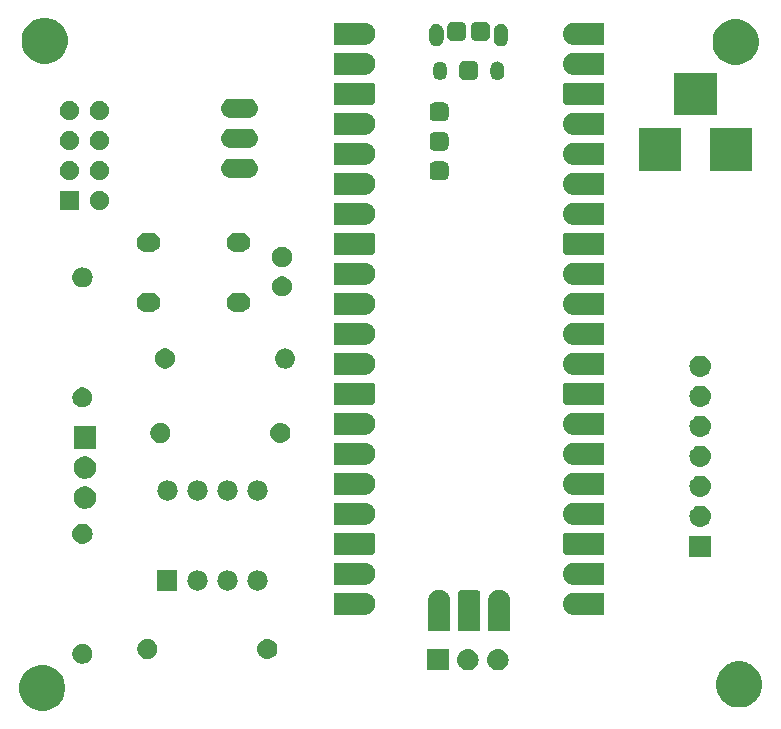
<source format=gbr>
G04 #@! TF.GenerationSoftware,KiCad,Pcbnew,(5.1.2)-2*
G04 #@! TF.CreationDate,2021-12-06T22:39:02-05:00*
G04 #@! TF.ProjectId,raspi_pico_christmas_tree,72617370-695f-4706-9963-6f5f63687269,rev?*
G04 #@! TF.SameCoordinates,Original*
G04 #@! TF.FileFunction,Soldermask,Top*
G04 #@! TF.FilePolarity,Negative*
%FSLAX46Y46*%
G04 Gerber Fmt 4.6, Leading zero omitted, Abs format (unit mm)*
G04 Created by KiCad (PCBNEW (5.1.2)-2) date 2021-12-06 22:39:02*
%MOMM*%
%LPD*%
G04 APERTURE LIST*
%ADD10C,0.010000*%
%ADD11C,0.100000*%
G04 APERTURE END LIST*
D10*
G36*
X139240000Y-115700000D02*
G01*
X139240000Y-113200000D01*
X139241000Y-113153000D01*
X139245000Y-113106000D01*
X139251000Y-113059000D01*
X139260000Y-113013000D01*
X139271000Y-112967000D01*
X139284000Y-112922000D01*
X139300000Y-112877000D01*
X139318000Y-112834000D01*
X139338000Y-112791000D01*
X139361000Y-112750000D01*
X139385000Y-112710000D01*
X139412000Y-112671000D01*
X139441000Y-112634000D01*
X139471000Y-112598000D01*
X139504000Y-112564000D01*
X139538000Y-112531000D01*
X139574000Y-112501000D01*
X139611000Y-112472000D01*
X139650000Y-112445000D01*
X139690000Y-112421000D01*
X139731000Y-112398000D01*
X139774000Y-112378000D01*
X139817000Y-112360000D01*
X139862000Y-112344000D01*
X139907000Y-112331000D01*
X139953000Y-112320000D01*
X139999000Y-112311000D01*
X140046000Y-112305000D01*
X140093000Y-112301000D01*
X140140000Y-112300000D01*
X140187000Y-112301000D01*
X140234000Y-112305000D01*
X140281000Y-112311000D01*
X140327000Y-112320000D01*
X140373000Y-112331000D01*
X140418000Y-112344000D01*
X140463000Y-112360000D01*
X140506000Y-112378000D01*
X140549000Y-112398000D01*
X140590000Y-112421000D01*
X140630000Y-112445000D01*
X140669000Y-112472000D01*
X140706000Y-112501000D01*
X140742000Y-112531000D01*
X140776000Y-112564000D01*
X140809000Y-112598000D01*
X140839000Y-112634000D01*
X140868000Y-112671000D01*
X140895000Y-112710000D01*
X140919000Y-112750000D01*
X140942000Y-112791000D01*
X140962000Y-112834000D01*
X140980000Y-112877000D01*
X140996000Y-112922000D01*
X141009000Y-112967000D01*
X141020000Y-113013000D01*
X141029000Y-113059000D01*
X141035000Y-113106000D01*
X141039000Y-113153000D01*
X141040000Y-113200000D01*
X141040000Y-115700000D01*
X139240000Y-115700000D01*
X139240000Y-115700000D01*
G37*
X139240000Y-115700000D02*
X139240000Y-113200000D01*
X139241000Y-113153000D01*
X139245000Y-113106000D01*
X139251000Y-113059000D01*
X139260000Y-113013000D01*
X139271000Y-112967000D01*
X139284000Y-112922000D01*
X139300000Y-112877000D01*
X139318000Y-112834000D01*
X139338000Y-112791000D01*
X139361000Y-112750000D01*
X139385000Y-112710000D01*
X139412000Y-112671000D01*
X139441000Y-112634000D01*
X139471000Y-112598000D01*
X139504000Y-112564000D01*
X139538000Y-112531000D01*
X139574000Y-112501000D01*
X139611000Y-112472000D01*
X139650000Y-112445000D01*
X139690000Y-112421000D01*
X139731000Y-112398000D01*
X139774000Y-112378000D01*
X139817000Y-112360000D01*
X139862000Y-112344000D01*
X139907000Y-112331000D01*
X139953000Y-112320000D01*
X139999000Y-112311000D01*
X140046000Y-112305000D01*
X140093000Y-112301000D01*
X140140000Y-112300000D01*
X140187000Y-112301000D01*
X140234000Y-112305000D01*
X140281000Y-112311000D01*
X140327000Y-112320000D01*
X140373000Y-112331000D01*
X140418000Y-112344000D01*
X140463000Y-112360000D01*
X140506000Y-112378000D01*
X140549000Y-112398000D01*
X140590000Y-112421000D01*
X140630000Y-112445000D01*
X140669000Y-112472000D01*
X140706000Y-112501000D01*
X140742000Y-112531000D01*
X140776000Y-112564000D01*
X140809000Y-112598000D01*
X140839000Y-112634000D01*
X140868000Y-112671000D01*
X140895000Y-112710000D01*
X140919000Y-112750000D01*
X140942000Y-112791000D01*
X140962000Y-112834000D01*
X140980000Y-112877000D01*
X140996000Y-112922000D01*
X141009000Y-112967000D01*
X141020000Y-113013000D01*
X141029000Y-113059000D01*
X141035000Y-113106000D01*
X141039000Y-113153000D01*
X141040000Y-113200000D01*
X141040000Y-115700000D01*
X139240000Y-115700000D01*
G36*
X148990000Y-109250000D02*
G01*
X148990000Y-107450000D01*
X145890000Y-107450000D01*
X145874000Y-107450000D01*
X145859000Y-107452000D01*
X145843000Y-107454000D01*
X145828000Y-107457000D01*
X145812000Y-107460000D01*
X145797000Y-107465000D01*
X145782000Y-107470000D01*
X145768000Y-107476000D01*
X145754000Y-107483000D01*
X145740000Y-107490000D01*
X145727000Y-107498000D01*
X145714000Y-107507000D01*
X145701000Y-107517000D01*
X145689000Y-107527000D01*
X145678000Y-107538000D01*
X145667000Y-107549000D01*
X145657000Y-107561000D01*
X145647000Y-107574000D01*
X145638000Y-107587000D01*
X145630000Y-107600000D01*
X145623000Y-107614000D01*
X145616000Y-107628000D01*
X145610000Y-107642000D01*
X145605000Y-107657000D01*
X145600000Y-107672000D01*
X145597000Y-107688000D01*
X145594000Y-107703000D01*
X145592000Y-107719000D01*
X145590000Y-107734000D01*
X145590000Y-107750000D01*
X145590000Y-108950000D01*
X145590000Y-108966000D01*
X145592000Y-108981000D01*
X145594000Y-108997000D01*
X145597000Y-109012000D01*
X145600000Y-109028000D01*
X145605000Y-109043000D01*
X145610000Y-109058000D01*
X145616000Y-109072000D01*
X145623000Y-109086000D01*
X145630000Y-109100000D01*
X145638000Y-109113000D01*
X145647000Y-109126000D01*
X145657000Y-109139000D01*
X145667000Y-109151000D01*
X145678000Y-109162000D01*
X145689000Y-109173000D01*
X145701000Y-109183000D01*
X145714000Y-109193000D01*
X145727000Y-109202000D01*
X145740000Y-109210000D01*
X145754000Y-109217000D01*
X145768000Y-109224000D01*
X145782000Y-109230000D01*
X145797000Y-109235000D01*
X145812000Y-109240000D01*
X145828000Y-109243000D01*
X145843000Y-109246000D01*
X145859000Y-109248000D01*
X145874000Y-109250000D01*
X145890000Y-109250000D01*
X148990000Y-109250000D01*
X148990000Y-109250000D01*
G37*
X148990000Y-109250000D02*
X148990000Y-107450000D01*
X145890000Y-107450000D01*
X145874000Y-107450000D01*
X145859000Y-107452000D01*
X145843000Y-107454000D01*
X145828000Y-107457000D01*
X145812000Y-107460000D01*
X145797000Y-107465000D01*
X145782000Y-107470000D01*
X145768000Y-107476000D01*
X145754000Y-107483000D01*
X145740000Y-107490000D01*
X145727000Y-107498000D01*
X145714000Y-107507000D01*
X145701000Y-107517000D01*
X145689000Y-107527000D01*
X145678000Y-107538000D01*
X145667000Y-107549000D01*
X145657000Y-107561000D01*
X145647000Y-107574000D01*
X145638000Y-107587000D01*
X145630000Y-107600000D01*
X145623000Y-107614000D01*
X145616000Y-107628000D01*
X145610000Y-107642000D01*
X145605000Y-107657000D01*
X145600000Y-107672000D01*
X145597000Y-107688000D01*
X145594000Y-107703000D01*
X145592000Y-107719000D01*
X145590000Y-107734000D01*
X145590000Y-107750000D01*
X145590000Y-108950000D01*
X145590000Y-108966000D01*
X145592000Y-108981000D01*
X145594000Y-108997000D01*
X145597000Y-109012000D01*
X145600000Y-109028000D01*
X145605000Y-109043000D01*
X145610000Y-109058000D01*
X145616000Y-109072000D01*
X145623000Y-109086000D01*
X145630000Y-109100000D01*
X145638000Y-109113000D01*
X145647000Y-109126000D01*
X145657000Y-109139000D01*
X145667000Y-109151000D01*
X145678000Y-109162000D01*
X145689000Y-109173000D01*
X145701000Y-109183000D01*
X145714000Y-109193000D01*
X145727000Y-109202000D01*
X145740000Y-109210000D01*
X145754000Y-109217000D01*
X145768000Y-109224000D01*
X145782000Y-109230000D01*
X145797000Y-109235000D01*
X145812000Y-109240000D01*
X145828000Y-109243000D01*
X145843000Y-109246000D01*
X145859000Y-109248000D01*
X145874000Y-109250000D01*
X145890000Y-109250000D01*
X148990000Y-109250000D01*
G36*
X148990000Y-96550000D02*
G01*
X148990000Y-94750000D01*
X145890000Y-94750000D01*
X145874000Y-94750000D01*
X145859000Y-94752000D01*
X145843000Y-94754000D01*
X145828000Y-94757000D01*
X145812000Y-94760000D01*
X145797000Y-94765000D01*
X145782000Y-94770000D01*
X145768000Y-94776000D01*
X145754000Y-94783000D01*
X145740000Y-94790000D01*
X145727000Y-94798000D01*
X145714000Y-94807000D01*
X145701000Y-94817000D01*
X145689000Y-94827000D01*
X145678000Y-94838000D01*
X145667000Y-94849000D01*
X145657000Y-94861000D01*
X145647000Y-94874000D01*
X145638000Y-94887000D01*
X145630000Y-94900000D01*
X145623000Y-94914000D01*
X145616000Y-94928000D01*
X145610000Y-94942000D01*
X145605000Y-94957000D01*
X145600000Y-94972000D01*
X145597000Y-94988000D01*
X145594000Y-95003000D01*
X145592000Y-95019000D01*
X145590000Y-95034000D01*
X145590000Y-95050000D01*
X145590000Y-96250000D01*
X145590000Y-96266000D01*
X145592000Y-96281000D01*
X145594000Y-96297000D01*
X145597000Y-96312000D01*
X145600000Y-96328000D01*
X145605000Y-96343000D01*
X145610000Y-96358000D01*
X145616000Y-96372000D01*
X145623000Y-96386000D01*
X145630000Y-96400000D01*
X145638000Y-96413000D01*
X145647000Y-96426000D01*
X145657000Y-96439000D01*
X145667000Y-96451000D01*
X145678000Y-96462000D01*
X145689000Y-96473000D01*
X145701000Y-96483000D01*
X145714000Y-96493000D01*
X145727000Y-96502000D01*
X145740000Y-96510000D01*
X145754000Y-96517000D01*
X145768000Y-96524000D01*
X145782000Y-96530000D01*
X145797000Y-96535000D01*
X145812000Y-96540000D01*
X145828000Y-96543000D01*
X145843000Y-96546000D01*
X145859000Y-96548000D01*
X145874000Y-96550000D01*
X145890000Y-96550000D01*
X148990000Y-96550000D01*
X148990000Y-96550000D01*
G37*
X148990000Y-96550000D02*
X148990000Y-94750000D01*
X145890000Y-94750000D01*
X145874000Y-94750000D01*
X145859000Y-94752000D01*
X145843000Y-94754000D01*
X145828000Y-94757000D01*
X145812000Y-94760000D01*
X145797000Y-94765000D01*
X145782000Y-94770000D01*
X145768000Y-94776000D01*
X145754000Y-94783000D01*
X145740000Y-94790000D01*
X145727000Y-94798000D01*
X145714000Y-94807000D01*
X145701000Y-94817000D01*
X145689000Y-94827000D01*
X145678000Y-94838000D01*
X145667000Y-94849000D01*
X145657000Y-94861000D01*
X145647000Y-94874000D01*
X145638000Y-94887000D01*
X145630000Y-94900000D01*
X145623000Y-94914000D01*
X145616000Y-94928000D01*
X145610000Y-94942000D01*
X145605000Y-94957000D01*
X145600000Y-94972000D01*
X145597000Y-94988000D01*
X145594000Y-95003000D01*
X145592000Y-95019000D01*
X145590000Y-95034000D01*
X145590000Y-95050000D01*
X145590000Y-96250000D01*
X145590000Y-96266000D01*
X145592000Y-96281000D01*
X145594000Y-96297000D01*
X145597000Y-96312000D01*
X145600000Y-96328000D01*
X145605000Y-96343000D01*
X145610000Y-96358000D01*
X145616000Y-96372000D01*
X145623000Y-96386000D01*
X145630000Y-96400000D01*
X145638000Y-96413000D01*
X145647000Y-96426000D01*
X145657000Y-96439000D01*
X145667000Y-96451000D01*
X145678000Y-96462000D01*
X145689000Y-96473000D01*
X145701000Y-96483000D01*
X145714000Y-96493000D01*
X145727000Y-96502000D01*
X145740000Y-96510000D01*
X145754000Y-96517000D01*
X145768000Y-96524000D01*
X145782000Y-96530000D01*
X145797000Y-96535000D01*
X145812000Y-96540000D01*
X145828000Y-96543000D01*
X145843000Y-96546000D01*
X145859000Y-96548000D01*
X145874000Y-96550000D01*
X145890000Y-96550000D01*
X148990000Y-96550000D01*
G36*
X148990000Y-83850000D02*
G01*
X148990000Y-82050000D01*
X145890000Y-82050000D01*
X145874000Y-82050000D01*
X145859000Y-82052000D01*
X145843000Y-82054000D01*
X145828000Y-82057000D01*
X145812000Y-82060000D01*
X145797000Y-82065000D01*
X145782000Y-82070000D01*
X145768000Y-82076000D01*
X145754000Y-82083000D01*
X145740000Y-82090000D01*
X145727000Y-82098000D01*
X145714000Y-82107000D01*
X145701000Y-82117000D01*
X145689000Y-82127000D01*
X145678000Y-82138000D01*
X145667000Y-82149000D01*
X145657000Y-82161000D01*
X145647000Y-82174000D01*
X145638000Y-82187000D01*
X145630000Y-82200000D01*
X145623000Y-82214000D01*
X145616000Y-82228000D01*
X145610000Y-82242000D01*
X145605000Y-82257000D01*
X145600000Y-82272000D01*
X145597000Y-82288000D01*
X145594000Y-82303000D01*
X145592000Y-82319000D01*
X145590000Y-82334000D01*
X145590000Y-82350000D01*
X145590000Y-83550000D01*
X145590000Y-83566000D01*
X145592000Y-83581000D01*
X145594000Y-83597000D01*
X145597000Y-83612000D01*
X145600000Y-83628000D01*
X145605000Y-83643000D01*
X145610000Y-83658000D01*
X145616000Y-83672000D01*
X145623000Y-83686000D01*
X145630000Y-83700000D01*
X145638000Y-83713000D01*
X145647000Y-83726000D01*
X145657000Y-83739000D01*
X145667000Y-83751000D01*
X145678000Y-83762000D01*
X145689000Y-83773000D01*
X145701000Y-83783000D01*
X145714000Y-83793000D01*
X145727000Y-83802000D01*
X145740000Y-83810000D01*
X145754000Y-83817000D01*
X145768000Y-83824000D01*
X145782000Y-83830000D01*
X145797000Y-83835000D01*
X145812000Y-83840000D01*
X145828000Y-83843000D01*
X145843000Y-83846000D01*
X145859000Y-83848000D01*
X145874000Y-83850000D01*
X145890000Y-83850000D01*
X148990000Y-83850000D01*
X148990000Y-83850000D01*
G37*
X148990000Y-83850000D02*
X148990000Y-82050000D01*
X145890000Y-82050000D01*
X145874000Y-82050000D01*
X145859000Y-82052000D01*
X145843000Y-82054000D01*
X145828000Y-82057000D01*
X145812000Y-82060000D01*
X145797000Y-82065000D01*
X145782000Y-82070000D01*
X145768000Y-82076000D01*
X145754000Y-82083000D01*
X145740000Y-82090000D01*
X145727000Y-82098000D01*
X145714000Y-82107000D01*
X145701000Y-82117000D01*
X145689000Y-82127000D01*
X145678000Y-82138000D01*
X145667000Y-82149000D01*
X145657000Y-82161000D01*
X145647000Y-82174000D01*
X145638000Y-82187000D01*
X145630000Y-82200000D01*
X145623000Y-82214000D01*
X145616000Y-82228000D01*
X145610000Y-82242000D01*
X145605000Y-82257000D01*
X145600000Y-82272000D01*
X145597000Y-82288000D01*
X145594000Y-82303000D01*
X145592000Y-82319000D01*
X145590000Y-82334000D01*
X145590000Y-82350000D01*
X145590000Y-83550000D01*
X145590000Y-83566000D01*
X145592000Y-83581000D01*
X145594000Y-83597000D01*
X145597000Y-83612000D01*
X145600000Y-83628000D01*
X145605000Y-83643000D01*
X145610000Y-83658000D01*
X145616000Y-83672000D01*
X145623000Y-83686000D01*
X145630000Y-83700000D01*
X145638000Y-83713000D01*
X145647000Y-83726000D01*
X145657000Y-83739000D01*
X145667000Y-83751000D01*
X145678000Y-83762000D01*
X145689000Y-83773000D01*
X145701000Y-83783000D01*
X145714000Y-83793000D01*
X145727000Y-83802000D01*
X145740000Y-83810000D01*
X145754000Y-83817000D01*
X145768000Y-83824000D01*
X145782000Y-83830000D01*
X145797000Y-83835000D01*
X145812000Y-83840000D01*
X145828000Y-83843000D01*
X145843000Y-83846000D01*
X145859000Y-83848000D01*
X145874000Y-83850000D01*
X145890000Y-83850000D01*
X148990000Y-83850000D01*
G36*
X148990000Y-114330000D02*
G01*
X148990000Y-112530000D01*
X146490000Y-112530000D01*
X146443000Y-112531000D01*
X146396000Y-112535000D01*
X146349000Y-112541000D01*
X146303000Y-112550000D01*
X146257000Y-112561000D01*
X146212000Y-112574000D01*
X146167000Y-112590000D01*
X146124000Y-112608000D01*
X146081000Y-112628000D01*
X146040000Y-112651000D01*
X146000000Y-112675000D01*
X145961000Y-112702000D01*
X145924000Y-112731000D01*
X145888000Y-112761000D01*
X145854000Y-112794000D01*
X145821000Y-112828000D01*
X145791000Y-112864000D01*
X145762000Y-112901000D01*
X145735000Y-112940000D01*
X145711000Y-112980000D01*
X145688000Y-113021000D01*
X145668000Y-113064000D01*
X145650000Y-113107000D01*
X145634000Y-113152000D01*
X145621000Y-113197000D01*
X145610000Y-113243000D01*
X145601000Y-113289000D01*
X145595000Y-113336000D01*
X145591000Y-113383000D01*
X145590000Y-113430000D01*
X145591000Y-113477000D01*
X145595000Y-113524000D01*
X145601000Y-113571000D01*
X145610000Y-113617000D01*
X145621000Y-113663000D01*
X145634000Y-113708000D01*
X145650000Y-113753000D01*
X145668000Y-113796000D01*
X145688000Y-113839000D01*
X145711000Y-113880000D01*
X145735000Y-113920000D01*
X145762000Y-113959000D01*
X145791000Y-113996000D01*
X145821000Y-114032000D01*
X145854000Y-114066000D01*
X145888000Y-114099000D01*
X145924000Y-114129000D01*
X145961000Y-114158000D01*
X146000000Y-114185000D01*
X146040000Y-114209000D01*
X146081000Y-114232000D01*
X146124000Y-114252000D01*
X146167000Y-114270000D01*
X146212000Y-114286000D01*
X146257000Y-114299000D01*
X146303000Y-114310000D01*
X146349000Y-114319000D01*
X146396000Y-114325000D01*
X146443000Y-114329000D01*
X146490000Y-114330000D01*
X148990000Y-114330000D01*
X148990000Y-114330000D01*
G37*
X148990000Y-114330000D02*
X148990000Y-112530000D01*
X146490000Y-112530000D01*
X146443000Y-112531000D01*
X146396000Y-112535000D01*
X146349000Y-112541000D01*
X146303000Y-112550000D01*
X146257000Y-112561000D01*
X146212000Y-112574000D01*
X146167000Y-112590000D01*
X146124000Y-112608000D01*
X146081000Y-112628000D01*
X146040000Y-112651000D01*
X146000000Y-112675000D01*
X145961000Y-112702000D01*
X145924000Y-112731000D01*
X145888000Y-112761000D01*
X145854000Y-112794000D01*
X145821000Y-112828000D01*
X145791000Y-112864000D01*
X145762000Y-112901000D01*
X145735000Y-112940000D01*
X145711000Y-112980000D01*
X145688000Y-113021000D01*
X145668000Y-113064000D01*
X145650000Y-113107000D01*
X145634000Y-113152000D01*
X145621000Y-113197000D01*
X145610000Y-113243000D01*
X145601000Y-113289000D01*
X145595000Y-113336000D01*
X145591000Y-113383000D01*
X145590000Y-113430000D01*
X145591000Y-113477000D01*
X145595000Y-113524000D01*
X145601000Y-113571000D01*
X145610000Y-113617000D01*
X145621000Y-113663000D01*
X145634000Y-113708000D01*
X145650000Y-113753000D01*
X145668000Y-113796000D01*
X145688000Y-113839000D01*
X145711000Y-113880000D01*
X145735000Y-113920000D01*
X145762000Y-113959000D01*
X145791000Y-113996000D01*
X145821000Y-114032000D01*
X145854000Y-114066000D01*
X145888000Y-114099000D01*
X145924000Y-114129000D01*
X145961000Y-114158000D01*
X146000000Y-114185000D01*
X146040000Y-114209000D01*
X146081000Y-114232000D01*
X146124000Y-114252000D01*
X146167000Y-114270000D01*
X146212000Y-114286000D01*
X146257000Y-114299000D01*
X146303000Y-114310000D01*
X146349000Y-114319000D01*
X146396000Y-114325000D01*
X146443000Y-114329000D01*
X146490000Y-114330000D01*
X148990000Y-114330000D01*
G36*
X148990000Y-111790000D02*
G01*
X148990000Y-109990000D01*
X146490000Y-109990000D01*
X146443000Y-109991000D01*
X146396000Y-109995000D01*
X146349000Y-110001000D01*
X146303000Y-110010000D01*
X146257000Y-110021000D01*
X146212000Y-110034000D01*
X146167000Y-110050000D01*
X146124000Y-110068000D01*
X146081000Y-110088000D01*
X146040000Y-110111000D01*
X146000000Y-110135000D01*
X145961000Y-110162000D01*
X145924000Y-110191000D01*
X145888000Y-110221000D01*
X145854000Y-110254000D01*
X145821000Y-110288000D01*
X145791000Y-110324000D01*
X145762000Y-110361000D01*
X145735000Y-110400000D01*
X145711000Y-110440000D01*
X145688000Y-110481000D01*
X145668000Y-110524000D01*
X145650000Y-110567000D01*
X145634000Y-110612000D01*
X145621000Y-110657000D01*
X145610000Y-110703000D01*
X145601000Y-110749000D01*
X145595000Y-110796000D01*
X145591000Y-110843000D01*
X145590000Y-110890000D01*
X145591000Y-110937000D01*
X145595000Y-110984000D01*
X145601000Y-111031000D01*
X145610000Y-111077000D01*
X145621000Y-111123000D01*
X145634000Y-111168000D01*
X145650000Y-111213000D01*
X145668000Y-111256000D01*
X145688000Y-111299000D01*
X145711000Y-111340000D01*
X145735000Y-111380000D01*
X145762000Y-111419000D01*
X145791000Y-111456000D01*
X145821000Y-111492000D01*
X145854000Y-111526000D01*
X145888000Y-111559000D01*
X145924000Y-111589000D01*
X145961000Y-111618000D01*
X146000000Y-111645000D01*
X146040000Y-111669000D01*
X146081000Y-111692000D01*
X146124000Y-111712000D01*
X146167000Y-111730000D01*
X146212000Y-111746000D01*
X146257000Y-111759000D01*
X146303000Y-111770000D01*
X146349000Y-111779000D01*
X146396000Y-111785000D01*
X146443000Y-111789000D01*
X146490000Y-111790000D01*
X148990000Y-111790000D01*
X148990000Y-111790000D01*
G37*
X148990000Y-111790000D02*
X148990000Y-109990000D01*
X146490000Y-109990000D01*
X146443000Y-109991000D01*
X146396000Y-109995000D01*
X146349000Y-110001000D01*
X146303000Y-110010000D01*
X146257000Y-110021000D01*
X146212000Y-110034000D01*
X146167000Y-110050000D01*
X146124000Y-110068000D01*
X146081000Y-110088000D01*
X146040000Y-110111000D01*
X146000000Y-110135000D01*
X145961000Y-110162000D01*
X145924000Y-110191000D01*
X145888000Y-110221000D01*
X145854000Y-110254000D01*
X145821000Y-110288000D01*
X145791000Y-110324000D01*
X145762000Y-110361000D01*
X145735000Y-110400000D01*
X145711000Y-110440000D01*
X145688000Y-110481000D01*
X145668000Y-110524000D01*
X145650000Y-110567000D01*
X145634000Y-110612000D01*
X145621000Y-110657000D01*
X145610000Y-110703000D01*
X145601000Y-110749000D01*
X145595000Y-110796000D01*
X145591000Y-110843000D01*
X145590000Y-110890000D01*
X145591000Y-110937000D01*
X145595000Y-110984000D01*
X145601000Y-111031000D01*
X145610000Y-111077000D01*
X145621000Y-111123000D01*
X145634000Y-111168000D01*
X145650000Y-111213000D01*
X145668000Y-111256000D01*
X145688000Y-111299000D01*
X145711000Y-111340000D01*
X145735000Y-111380000D01*
X145762000Y-111419000D01*
X145791000Y-111456000D01*
X145821000Y-111492000D01*
X145854000Y-111526000D01*
X145888000Y-111559000D01*
X145924000Y-111589000D01*
X145961000Y-111618000D01*
X146000000Y-111645000D01*
X146040000Y-111669000D01*
X146081000Y-111692000D01*
X146124000Y-111712000D01*
X146167000Y-111730000D01*
X146212000Y-111746000D01*
X146257000Y-111759000D01*
X146303000Y-111770000D01*
X146349000Y-111779000D01*
X146396000Y-111785000D01*
X146443000Y-111789000D01*
X146490000Y-111790000D01*
X148990000Y-111790000D01*
G36*
X148990000Y-106710000D02*
G01*
X148990000Y-104910000D01*
X146490000Y-104910000D01*
X146443000Y-104911000D01*
X146396000Y-104915000D01*
X146349000Y-104921000D01*
X146303000Y-104930000D01*
X146257000Y-104941000D01*
X146212000Y-104954000D01*
X146167000Y-104970000D01*
X146124000Y-104988000D01*
X146081000Y-105008000D01*
X146040000Y-105031000D01*
X146000000Y-105055000D01*
X145961000Y-105082000D01*
X145924000Y-105111000D01*
X145888000Y-105141000D01*
X145854000Y-105174000D01*
X145821000Y-105208000D01*
X145791000Y-105244000D01*
X145762000Y-105281000D01*
X145735000Y-105320000D01*
X145711000Y-105360000D01*
X145688000Y-105401000D01*
X145668000Y-105444000D01*
X145650000Y-105487000D01*
X145634000Y-105532000D01*
X145621000Y-105577000D01*
X145610000Y-105623000D01*
X145601000Y-105669000D01*
X145595000Y-105716000D01*
X145591000Y-105763000D01*
X145590000Y-105810000D01*
X145591000Y-105857000D01*
X145595000Y-105904000D01*
X145601000Y-105951000D01*
X145610000Y-105997000D01*
X145621000Y-106043000D01*
X145634000Y-106088000D01*
X145650000Y-106133000D01*
X145668000Y-106176000D01*
X145688000Y-106219000D01*
X145711000Y-106260000D01*
X145735000Y-106300000D01*
X145762000Y-106339000D01*
X145791000Y-106376000D01*
X145821000Y-106412000D01*
X145854000Y-106446000D01*
X145888000Y-106479000D01*
X145924000Y-106509000D01*
X145961000Y-106538000D01*
X146000000Y-106565000D01*
X146040000Y-106589000D01*
X146081000Y-106612000D01*
X146124000Y-106632000D01*
X146167000Y-106650000D01*
X146212000Y-106666000D01*
X146257000Y-106679000D01*
X146303000Y-106690000D01*
X146349000Y-106699000D01*
X146396000Y-106705000D01*
X146443000Y-106709000D01*
X146490000Y-106710000D01*
X148990000Y-106710000D01*
X148990000Y-106710000D01*
G37*
X148990000Y-106710000D02*
X148990000Y-104910000D01*
X146490000Y-104910000D01*
X146443000Y-104911000D01*
X146396000Y-104915000D01*
X146349000Y-104921000D01*
X146303000Y-104930000D01*
X146257000Y-104941000D01*
X146212000Y-104954000D01*
X146167000Y-104970000D01*
X146124000Y-104988000D01*
X146081000Y-105008000D01*
X146040000Y-105031000D01*
X146000000Y-105055000D01*
X145961000Y-105082000D01*
X145924000Y-105111000D01*
X145888000Y-105141000D01*
X145854000Y-105174000D01*
X145821000Y-105208000D01*
X145791000Y-105244000D01*
X145762000Y-105281000D01*
X145735000Y-105320000D01*
X145711000Y-105360000D01*
X145688000Y-105401000D01*
X145668000Y-105444000D01*
X145650000Y-105487000D01*
X145634000Y-105532000D01*
X145621000Y-105577000D01*
X145610000Y-105623000D01*
X145601000Y-105669000D01*
X145595000Y-105716000D01*
X145591000Y-105763000D01*
X145590000Y-105810000D01*
X145591000Y-105857000D01*
X145595000Y-105904000D01*
X145601000Y-105951000D01*
X145610000Y-105997000D01*
X145621000Y-106043000D01*
X145634000Y-106088000D01*
X145650000Y-106133000D01*
X145668000Y-106176000D01*
X145688000Y-106219000D01*
X145711000Y-106260000D01*
X145735000Y-106300000D01*
X145762000Y-106339000D01*
X145791000Y-106376000D01*
X145821000Y-106412000D01*
X145854000Y-106446000D01*
X145888000Y-106479000D01*
X145924000Y-106509000D01*
X145961000Y-106538000D01*
X146000000Y-106565000D01*
X146040000Y-106589000D01*
X146081000Y-106612000D01*
X146124000Y-106632000D01*
X146167000Y-106650000D01*
X146212000Y-106666000D01*
X146257000Y-106679000D01*
X146303000Y-106690000D01*
X146349000Y-106699000D01*
X146396000Y-106705000D01*
X146443000Y-106709000D01*
X146490000Y-106710000D01*
X148990000Y-106710000D01*
G36*
X148990000Y-104170000D02*
G01*
X148990000Y-102370000D01*
X146490000Y-102370000D01*
X146443000Y-102371000D01*
X146396000Y-102375000D01*
X146349000Y-102381000D01*
X146303000Y-102390000D01*
X146257000Y-102401000D01*
X146212000Y-102414000D01*
X146167000Y-102430000D01*
X146124000Y-102448000D01*
X146081000Y-102468000D01*
X146040000Y-102491000D01*
X146000000Y-102515000D01*
X145961000Y-102542000D01*
X145924000Y-102571000D01*
X145888000Y-102601000D01*
X145854000Y-102634000D01*
X145821000Y-102668000D01*
X145791000Y-102704000D01*
X145762000Y-102741000D01*
X145735000Y-102780000D01*
X145711000Y-102820000D01*
X145688000Y-102861000D01*
X145668000Y-102904000D01*
X145650000Y-102947000D01*
X145634000Y-102992000D01*
X145621000Y-103037000D01*
X145610000Y-103083000D01*
X145601000Y-103129000D01*
X145595000Y-103176000D01*
X145591000Y-103223000D01*
X145590000Y-103270000D01*
X145591000Y-103317000D01*
X145595000Y-103364000D01*
X145601000Y-103411000D01*
X145610000Y-103457000D01*
X145621000Y-103503000D01*
X145634000Y-103548000D01*
X145650000Y-103593000D01*
X145668000Y-103636000D01*
X145688000Y-103679000D01*
X145711000Y-103720000D01*
X145735000Y-103760000D01*
X145762000Y-103799000D01*
X145791000Y-103836000D01*
X145821000Y-103872000D01*
X145854000Y-103906000D01*
X145888000Y-103939000D01*
X145924000Y-103969000D01*
X145961000Y-103998000D01*
X146000000Y-104025000D01*
X146040000Y-104049000D01*
X146081000Y-104072000D01*
X146124000Y-104092000D01*
X146167000Y-104110000D01*
X146212000Y-104126000D01*
X146257000Y-104139000D01*
X146303000Y-104150000D01*
X146349000Y-104159000D01*
X146396000Y-104165000D01*
X146443000Y-104169000D01*
X146490000Y-104170000D01*
X148990000Y-104170000D01*
X148990000Y-104170000D01*
G37*
X148990000Y-104170000D02*
X148990000Y-102370000D01*
X146490000Y-102370000D01*
X146443000Y-102371000D01*
X146396000Y-102375000D01*
X146349000Y-102381000D01*
X146303000Y-102390000D01*
X146257000Y-102401000D01*
X146212000Y-102414000D01*
X146167000Y-102430000D01*
X146124000Y-102448000D01*
X146081000Y-102468000D01*
X146040000Y-102491000D01*
X146000000Y-102515000D01*
X145961000Y-102542000D01*
X145924000Y-102571000D01*
X145888000Y-102601000D01*
X145854000Y-102634000D01*
X145821000Y-102668000D01*
X145791000Y-102704000D01*
X145762000Y-102741000D01*
X145735000Y-102780000D01*
X145711000Y-102820000D01*
X145688000Y-102861000D01*
X145668000Y-102904000D01*
X145650000Y-102947000D01*
X145634000Y-102992000D01*
X145621000Y-103037000D01*
X145610000Y-103083000D01*
X145601000Y-103129000D01*
X145595000Y-103176000D01*
X145591000Y-103223000D01*
X145590000Y-103270000D01*
X145591000Y-103317000D01*
X145595000Y-103364000D01*
X145601000Y-103411000D01*
X145610000Y-103457000D01*
X145621000Y-103503000D01*
X145634000Y-103548000D01*
X145650000Y-103593000D01*
X145668000Y-103636000D01*
X145688000Y-103679000D01*
X145711000Y-103720000D01*
X145735000Y-103760000D01*
X145762000Y-103799000D01*
X145791000Y-103836000D01*
X145821000Y-103872000D01*
X145854000Y-103906000D01*
X145888000Y-103939000D01*
X145924000Y-103969000D01*
X145961000Y-103998000D01*
X146000000Y-104025000D01*
X146040000Y-104049000D01*
X146081000Y-104072000D01*
X146124000Y-104092000D01*
X146167000Y-104110000D01*
X146212000Y-104126000D01*
X146257000Y-104139000D01*
X146303000Y-104150000D01*
X146349000Y-104159000D01*
X146396000Y-104165000D01*
X146443000Y-104169000D01*
X146490000Y-104170000D01*
X148990000Y-104170000D01*
G36*
X148990000Y-101630000D02*
G01*
X148990000Y-99830000D01*
X146490000Y-99830000D01*
X146443000Y-99831000D01*
X146396000Y-99835000D01*
X146349000Y-99841000D01*
X146303000Y-99850000D01*
X146257000Y-99861000D01*
X146212000Y-99874000D01*
X146167000Y-99890000D01*
X146124000Y-99908000D01*
X146081000Y-99928000D01*
X146040000Y-99951000D01*
X146000000Y-99975000D01*
X145961000Y-100002000D01*
X145924000Y-100031000D01*
X145888000Y-100061000D01*
X145854000Y-100094000D01*
X145821000Y-100128000D01*
X145791000Y-100164000D01*
X145762000Y-100201000D01*
X145735000Y-100240000D01*
X145711000Y-100280000D01*
X145688000Y-100321000D01*
X145668000Y-100364000D01*
X145650000Y-100407000D01*
X145634000Y-100452000D01*
X145621000Y-100497000D01*
X145610000Y-100543000D01*
X145601000Y-100589000D01*
X145595000Y-100636000D01*
X145591000Y-100683000D01*
X145590000Y-100730000D01*
X145591000Y-100777000D01*
X145595000Y-100824000D01*
X145601000Y-100871000D01*
X145610000Y-100917000D01*
X145621000Y-100963000D01*
X145634000Y-101008000D01*
X145650000Y-101053000D01*
X145668000Y-101096000D01*
X145688000Y-101139000D01*
X145711000Y-101180000D01*
X145735000Y-101220000D01*
X145762000Y-101259000D01*
X145791000Y-101296000D01*
X145821000Y-101332000D01*
X145854000Y-101366000D01*
X145888000Y-101399000D01*
X145924000Y-101429000D01*
X145961000Y-101458000D01*
X146000000Y-101485000D01*
X146040000Y-101509000D01*
X146081000Y-101532000D01*
X146124000Y-101552000D01*
X146167000Y-101570000D01*
X146212000Y-101586000D01*
X146257000Y-101599000D01*
X146303000Y-101610000D01*
X146349000Y-101619000D01*
X146396000Y-101625000D01*
X146443000Y-101629000D01*
X146490000Y-101630000D01*
X148990000Y-101630000D01*
X148990000Y-101630000D01*
G37*
X148990000Y-101630000D02*
X148990000Y-99830000D01*
X146490000Y-99830000D01*
X146443000Y-99831000D01*
X146396000Y-99835000D01*
X146349000Y-99841000D01*
X146303000Y-99850000D01*
X146257000Y-99861000D01*
X146212000Y-99874000D01*
X146167000Y-99890000D01*
X146124000Y-99908000D01*
X146081000Y-99928000D01*
X146040000Y-99951000D01*
X146000000Y-99975000D01*
X145961000Y-100002000D01*
X145924000Y-100031000D01*
X145888000Y-100061000D01*
X145854000Y-100094000D01*
X145821000Y-100128000D01*
X145791000Y-100164000D01*
X145762000Y-100201000D01*
X145735000Y-100240000D01*
X145711000Y-100280000D01*
X145688000Y-100321000D01*
X145668000Y-100364000D01*
X145650000Y-100407000D01*
X145634000Y-100452000D01*
X145621000Y-100497000D01*
X145610000Y-100543000D01*
X145601000Y-100589000D01*
X145595000Y-100636000D01*
X145591000Y-100683000D01*
X145590000Y-100730000D01*
X145591000Y-100777000D01*
X145595000Y-100824000D01*
X145601000Y-100871000D01*
X145610000Y-100917000D01*
X145621000Y-100963000D01*
X145634000Y-101008000D01*
X145650000Y-101053000D01*
X145668000Y-101096000D01*
X145688000Y-101139000D01*
X145711000Y-101180000D01*
X145735000Y-101220000D01*
X145762000Y-101259000D01*
X145791000Y-101296000D01*
X145821000Y-101332000D01*
X145854000Y-101366000D01*
X145888000Y-101399000D01*
X145924000Y-101429000D01*
X145961000Y-101458000D01*
X146000000Y-101485000D01*
X146040000Y-101509000D01*
X146081000Y-101532000D01*
X146124000Y-101552000D01*
X146167000Y-101570000D01*
X146212000Y-101586000D01*
X146257000Y-101599000D01*
X146303000Y-101610000D01*
X146349000Y-101619000D01*
X146396000Y-101625000D01*
X146443000Y-101629000D01*
X146490000Y-101630000D01*
X148990000Y-101630000D01*
G36*
X148990000Y-99090000D02*
G01*
X148990000Y-97290000D01*
X146490000Y-97290000D01*
X146443000Y-97291000D01*
X146396000Y-97295000D01*
X146349000Y-97301000D01*
X146303000Y-97310000D01*
X146257000Y-97321000D01*
X146212000Y-97334000D01*
X146167000Y-97350000D01*
X146124000Y-97368000D01*
X146081000Y-97388000D01*
X146040000Y-97411000D01*
X146000000Y-97435000D01*
X145961000Y-97462000D01*
X145924000Y-97491000D01*
X145888000Y-97521000D01*
X145854000Y-97554000D01*
X145821000Y-97588000D01*
X145791000Y-97624000D01*
X145762000Y-97661000D01*
X145735000Y-97700000D01*
X145711000Y-97740000D01*
X145688000Y-97781000D01*
X145668000Y-97824000D01*
X145650000Y-97867000D01*
X145634000Y-97912000D01*
X145621000Y-97957000D01*
X145610000Y-98003000D01*
X145601000Y-98049000D01*
X145595000Y-98096000D01*
X145591000Y-98143000D01*
X145590000Y-98190000D01*
X145591000Y-98237000D01*
X145595000Y-98284000D01*
X145601000Y-98331000D01*
X145610000Y-98377000D01*
X145621000Y-98423000D01*
X145634000Y-98468000D01*
X145650000Y-98513000D01*
X145668000Y-98556000D01*
X145688000Y-98599000D01*
X145711000Y-98640000D01*
X145735000Y-98680000D01*
X145762000Y-98719000D01*
X145791000Y-98756000D01*
X145821000Y-98792000D01*
X145854000Y-98826000D01*
X145888000Y-98859000D01*
X145924000Y-98889000D01*
X145961000Y-98918000D01*
X146000000Y-98945000D01*
X146040000Y-98969000D01*
X146081000Y-98992000D01*
X146124000Y-99012000D01*
X146167000Y-99030000D01*
X146212000Y-99046000D01*
X146257000Y-99059000D01*
X146303000Y-99070000D01*
X146349000Y-99079000D01*
X146396000Y-99085000D01*
X146443000Y-99089000D01*
X146490000Y-99090000D01*
X148990000Y-99090000D01*
X148990000Y-99090000D01*
G37*
X148990000Y-99090000D02*
X148990000Y-97290000D01*
X146490000Y-97290000D01*
X146443000Y-97291000D01*
X146396000Y-97295000D01*
X146349000Y-97301000D01*
X146303000Y-97310000D01*
X146257000Y-97321000D01*
X146212000Y-97334000D01*
X146167000Y-97350000D01*
X146124000Y-97368000D01*
X146081000Y-97388000D01*
X146040000Y-97411000D01*
X146000000Y-97435000D01*
X145961000Y-97462000D01*
X145924000Y-97491000D01*
X145888000Y-97521000D01*
X145854000Y-97554000D01*
X145821000Y-97588000D01*
X145791000Y-97624000D01*
X145762000Y-97661000D01*
X145735000Y-97700000D01*
X145711000Y-97740000D01*
X145688000Y-97781000D01*
X145668000Y-97824000D01*
X145650000Y-97867000D01*
X145634000Y-97912000D01*
X145621000Y-97957000D01*
X145610000Y-98003000D01*
X145601000Y-98049000D01*
X145595000Y-98096000D01*
X145591000Y-98143000D01*
X145590000Y-98190000D01*
X145591000Y-98237000D01*
X145595000Y-98284000D01*
X145601000Y-98331000D01*
X145610000Y-98377000D01*
X145621000Y-98423000D01*
X145634000Y-98468000D01*
X145650000Y-98513000D01*
X145668000Y-98556000D01*
X145688000Y-98599000D01*
X145711000Y-98640000D01*
X145735000Y-98680000D01*
X145762000Y-98719000D01*
X145791000Y-98756000D01*
X145821000Y-98792000D01*
X145854000Y-98826000D01*
X145888000Y-98859000D01*
X145924000Y-98889000D01*
X145961000Y-98918000D01*
X146000000Y-98945000D01*
X146040000Y-98969000D01*
X146081000Y-98992000D01*
X146124000Y-99012000D01*
X146167000Y-99030000D01*
X146212000Y-99046000D01*
X146257000Y-99059000D01*
X146303000Y-99070000D01*
X146349000Y-99079000D01*
X146396000Y-99085000D01*
X146443000Y-99089000D01*
X146490000Y-99090000D01*
X148990000Y-99090000D01*
G36*
X148990000Y-94010000D02*
G01*
X148990000Y-92210000D01*
X146490000Y-92210000D01*
X146443000Y-92211000D01*
X146396000Y-92215000D01*
X146349000Y-92221000D01*
X146303000Y-92230000D01*
X146257000Y-92241000D01*
X146212000Y-92254000D01*
X146167000Y-92270000D01*
X146124000Y-92288000D01*
X146081000Y-92308000D01*
X146040000Y-92331000D01*
X146000000Y-92355000D01*
X145961000Y-92382000D01*
X145924000Y-92411000D01*
X145888000Y-92441000D01*
X145854000Y-92474000D01*
X145821000Y-92508000D01*
X145791000Y-92544000D01*
X145762000Y-92581000D01*
X145735000Y-92620000D01*
X145711000Y-92660000D01*
X145688000Y-92701000D01*
X145668000Y-92744000D01*
X145650000Y-92787000D01*
X145634000Y-92832000D01*
X145621000Y-92877000D01*
X145610000Y-92923000D01*
X145601000Y-92969000D01*
X145595000Y-93016000D01*
X145591000Y-93063000D01*
X145590000Y-93110000D01*
X145591000Y-93157000D01*
X145595000Y-93204000D01*
X145601000Y-93251000D01*
X145610000Y-93297000D01*
X145621000Y-93343000D01*
X145634000Y-93388000D01*
X145650000Y-93433000D01*
X145668000Y-93476000D01*
X145688000Y-93519000D01*
X145711000Y-93560000D01*
X145735000Y-93600000D01*
X145762000Y-93639000D01*
X145791000Y-93676000D01*
X145821000Y-93712000D01*
X145854000Y-93746000D01*
X145888000Y-93779000D01*
X145924000Y-93809000D01*
X145961000Y-93838000D01*
X146000000Y-93865000D01*
X146040000Y-93889000D01*
X146081000Y-93912000D01*
X146124000Y-93932000D01*
X146167000Y-93950000D01*
X146212000Y-93966000D01*
X146257000Y-93979000D01*
X146303000Y-93990000D01*
X146349000Y-93999000D01*
X146396000Y-94005000D01*
X146443000Y-94009000D01*
X146490000Y-94010000D01*
X148990000Y-94010000D01*
X148990000Y-94010000D01*
G37*
X148990000Y-94010000D02*
X148990000Y-92210000D01*
X146490000Y-92210000D01*
X146443000Y-92211000D01*
X146396000Y-92215000D01*
X146349000Y-92221000D01*
X146303000Y-92230000D01*
X146257000Y-92241000D01*
X146212000Y-92254000D01*
X146167000Y-92270000D01*
X146124000Y-92288000D01*
X146081000Y-92308000D01*
X146040000Y-92331000D01*
X146000000Y-92355000D01*
X145961000Y-92382000D01*
X145924000Y-92411000D01*
X145888000Y-92441000D01*
X145854000Y-92474000D01*
X145821000Y-92508000D01*
X145791000Y-92544000D01*
X145762000Y-92581000D01*
X145735000Y-92620000D01*
X145711000Y-92660000D01*
X145688000Y-92701000D01*
X145668000Y-92744000D01*
X145650000Y-92787000D01*
X145634000Y-92832000D01*
X145621000Y-92877000D01*
X145610000Y-92923000D01*
X145601000Y-92969000D01*
X145595000Y-93016000D01*
X145591000Y-93063000D01*
X145590000Y-93110000D01*
X145591000Y-93157000D01*
X145595000Y-93204000D01*
X145601000Y-93251000D01*
X145610000Y-93297000D01*
X145621000Y-93343000D01*
X145634000Y-93388000D01*
X145650000Y-93433000D01*
X145668000Y-93476000D01*
X145688000Y-93519000D01*
X145711000Y-93560000D01*
X145735000Y-93600000D01*
X145762000Y-93639000D01*
X145791000Y-93676000D01*
X145821000Y-93712000D01*
X145854000Y-93746000D01*
X145888000Y-93779000D01*
X145924000Y-93809000D01*
X145961000Y-93838000D01*
X146000000Y-93865000D01*
X146040000Y-93889000D01*
X146081000Y-93912000D01*
X146124000Y-93932000D01*
X146167000Y-93950000D01*
X146212000Y-93966000D01*
X146257000Y-93979000D01*
X146303000Y-93990000D01*
X146349000Y-93999000D01*
X146396000Y-94005000D01*
X146443000Y-94009000D01*
X146490000Y-94010000D01*
X148990000Y-94010000D01*
G36*
X148990000Y-91470000D02*
G01*
X148990000Y-89670000D01*
X146490000Y-89670000D01*
X146443000Y-89671000D01*
X146396000Y-89675000D01*
X146349000Y-89681000D01*
X146303000Y-89690000D01*
X146257000Y-89701000D01*
X146212000Y-89714000D01*
X146167000Y-89730000D01*
X146124000Y-89748000D01*
X146081000Y-89768000D01*
X146040000Y-89791000D01*
X146000000Y-89815000D01*
X145961000Y-89842000D01*
X145924000Y-89871000D01*
X145888000Y-89901000D01*
X145854000Y-89934000D01*
X145821000Y-89968000D01*
X145791000Y-90004000D01*
X145762000Y-90041000D01*
X145735000Y-90080000D01*
X145711000Y-90120000D01*
X145688000Y-90161000D01*
X145668000Y-90204000D01*
X145650000Y-90247000D01*
X145634000Y-90292000D01*
X145621000Y-90337000D01*
X145610000Y-90383000D01*
X145601000Y-90429000D01*
X145595000Y-90476000D01*
X145591000Y-90523000D01*
X145590000Y-90570000D01*
X145591000Y-90617000D01*
X145595000Y-90664000D01*
X145601000Y-90711000D01*
X145610000Y-90757000D01*
X145621000Y-90803000D01*
X145634000Y-90848000D01*
X145650000Y-90893000D01*
X145668000Y-90936000D01*
X145688000Y-90979000D01*
X145711000Y-91020000D01*
X145735000Y-91060000D01*
X145762000Y-91099000D01*
X145791000Y-91136000D01*
X145821000Y-91172000D01*
X145854000Y-91206000D01*
X145888000Y-91239000D01*
X145924000Y-91269000D01*
X145961000Y-91298000D01*
X146000000Y-91325000D01*
X146040000Y-91349000D01*
X146081000Y-91372000D01*
X146124000Y-91392000D01*
X146167000Y-91410000D01*
X146212000Y-91426000D01*
X146257000Y-91439000D01*
X146303000Y-91450000D01*
X146349000Y-91459000D01*
X146396000Y-91465000D01*
X146443000Y-91469000D01*
X146490000Y-91470000D01*
X148990000Y-91470000D01*
X148990000Y-91470000D01*
G37*
X148990000Y-91470000D02*
X148990000Y-89670000D01*
X146490000Y-89670000D01*
X146443000Y-89671000D01*
X146396000Y-89675000D01*
X146349000Y-89681000D01*
X146303000Y-89690000D01*
X146257000Y-89701000D01*
X146212000Y-89714000D01*
X146167000Y-89730000D01*
X146124000Y-89748000D01*
X146081000Y-89768000D01*
X146040000Y-89791000D01*
X146000000Y-89815000D01*
X145961000Y-89842000D01*
X145924000Y-89871000D01*
X145888000Y-89901000D01*
X145854000Y-89934000D01*
X145821000Y-89968000D01*
X145791000Y-90004000D01*
X145762000Y-90041000D01*
X145735000Y-90080000D01*
X145711000Y-90120000D01*
X145688000Y-90161000D01*
X145668000Y-90204000D01*
X145650000Y-90247000D01*
X145634000Y-90292000D01*
X145621000Y-90337000D01*
X145610000Y-90383000D01*
X145601000Y-90429000D01*
X145595000Y-90476000D01*
X145591000Y-90523000D01*
X145590000Y-90570000D01*
X145591000Y-90617000D01*
X145595000Y-90664000D01*
X145601000Y-90711000D01*
X145610000Y-90757000D01*
X145621000Y-90803000D01*
X145634000Y-90848000D01*
X145650000Y-90893000D01*
X145668000Y-90936000D01*
X145688000Y-90979000D01*
X145711000Y-91020000D01*
X145735000Y-91060000D01*
X145762000Y-91099000D01*
X145791000Y-91136000D01*
X145821000Y-91172000D01*
X145854000Y-91206000D01*
X145888000Y-91239000D01*
X145924000Y-91269000D01*
X145961000Y-91298000D01*
X146000000Y-91325000D01*
X146040000Y-91349000D01*
X146081000Y-91372000D01*
X146124000Y-91392000D01*
X146167000Y-91410000D01*
X146212000Y-91426000D01*
X146257000Y-91439000D01*
X146303000Y-91450000D01*
X146349000Y-91459000D01*
X146396000Y-91465000D01*
X146443000Y-91469000D01*
X146490000Y-91470000D01*
X148990000Y-91470000D01*
G36*
X148990000Y-88930000D02*
G01*
X148990000Y-87130000D01*
X146490000Y-87130000D01*
X146443000Y-87131000D01*
X146396000Y-87135000D01*
X146349000Y-87141000D01*
X146303000Y-87150000D01*
X146257000Y-87161000D01*
X146212000Y-87174000D01*
X146167000Y-87190000D01*
X146124000Y-87208000D01*
X146081000Y-87228000D01*
X146040000Y-87251000D01*
X146000000Y-87275000D01*
X145961000Y-87302000D01*
X145924000Y-87331000D01*
X145888000Y-87361000D01*
X145854000Y-87394000D01*
X145821000Y-87428000D01*
X145791000Y-87464000D01*
X145762000Y-87501000D01*
X145735000Y-87540000D01*
X145711000Y-87580000D01*
X145688000Y-87621000D01*
X145668000Y-87664000D01*
X145650000Y-87707000D01*
X145634000Y-87752000D01*
X145621000Y-87797000D01*
X145610000Y-87843000D01*
X145601000Y-87889000D01*
X145595000Y-87936000D01*
X145591000Y-87983000D01*
X145590000Y-88030000D01*
X145591000Y-88077000D01*
X145595000Y-88124000D01*
X145601000Y-88171000D01*
X145610000Y-88217000D01*
X145621000Y-88263000D01*
X145634000Y-88308000D01*
X145650000Y-88353000D01*
X145668000Y-88396000D01*
X145688000Y-88439000D01*
X145711000Y-88480000D01*
X145735000Y-88520000D01*
X145762000Y-88559000D01*
X145791000Y-88596000D01*
X145821000Y-88632000D01*
X145854000Y-88666000D01*
X145888000Y-88699000D01*
X145924000Y-88729000D01*
X145961000Y-88758000D01*
X146000000Y-88785000D01*
X146040000Y-88809000D01*
X146081000Y-88832000D01*
X146124000Y-88852000D01*
X146167000Y-88870000D01*
X146212000Y-88886000D01*
X146257000Y-88899000D01*
X146303000Y-88910000D01*
X146349000Y-88919000D01*
X146396000Y-88925000D01*
X146443000Y-88929000D01*
X146490000Y-88930000D01*
X148990000Y-88930000D01*
X148990000Y-88930000D01*
G37*
X148990000Y-88930000D02*
X148990000Y-87130000D01*
X146490000Y-87130000D01*
X146443000Y-87131000D01*
X146396000Y-87135000D01*
X146349000Y-87141000D01*
X146303000Y-87150000D01*
X146257000Y-87161000D01*
X146212000Y-87174000D01*
X146167000Y-87190000D01*
X146124000Y-87208000D01*
X146081000Y-87228000D01*
X146040000Y-87251000D01*
X146000000Y-87275000D01*
X145961000Y-87302000D01*
X145924000Y-87331000D01*
X145888000Y-87361000D01*
X145854000Y-87394000D01*
X145821000Y-87428000D01*
X145791000Y-87464000D01*
X145762000Y-87501000D01*
X145735000Y-87540000D01*
X145711000Y-87580000D01*
X145688000Y-87621000D01*
X145668000Y-87664000D01*
X145650000Y-87707000D01*
X145634000Y-87752000D01*
X145621000Y-87797000D01*
X145610000Y-87843000D01*
X145601000Y-87889000D01*
X145595000Y-87936000D01*
X145591000Y-87983000D01*
X145590000Y-88030000D01*
X145591000Y-88077000D01*
X145595000Y-88124000D01*
X145601000Y-88171000D01*
X145610000Y-88217000D01*
X145621000Y-88263000D01*
X145634000Y-88308000D01*
X145650000Y-88353000D01*
X145668000Y-88396000D01*
X145688000Y-88439000D01*
X145711000Y-88480000D01*
X145735000Y-88520000D01*
X145762000Y-88559000D01*
X145791000Y-88596000D01*
X145821000Y-88632000D01*
X145854000Y-88666000D01*
X145888000Y-88699000D01*
X145924000Y-88729000D01*
X145961000Y-88758000D01*
X146000000Y-88785000D01*
X146040000Y-88809000D01*
X146081000Y-88832000D01*
X146124000Y-88852000D01*
X146167000Y-88870000D01*
X146212000Y-88886000D01*
X146257000Y-88899000D01*
X146303000Y-88910000D01*
X146349000Y-88919000D01*
X146396000Y-88925000D01*
X146443000Y-88929000D01*
X146490000Y-88930000D01*
X148990000Y-88930000D01*
G36*
X148990000Y-86390000D02*
G01*
X148990000Y-84590000D01*
X146490000Y-84590000D01*
X146443000Y-84591000D01*
X146396000Y-84595000D01*
X146349000Y-84601000D01*
X146303000Y-84610000D01*
X146257000Y-84621000D01*
X146212000Y-84634000D01*
X146167000Y-84650000D01*
X146124000Y-84668000D01*
X146081000Y-84688000D01*
X146040000Y-84711000D01*
X146000000Y-84735000D01*
X145961000Y-84762000D01*
X145924000Y-84791000D01*
X145888000Y-84821000D01*
X145854000Y-84854000D01*
X145821000Y-84888000D01*
X145791000Y-84924000D01*
X145762000Y-84961000D01*
X145735000Y-85000000D01*
X145711000Y-85040000D01*
X145688000Y-85081000D01*
X145668000Y-85124000D01*
X145650000Y-85167000D01*
X145634000Y-85212000D01*
X145621000Y-85257000D01*
X145610000Y-85303000D01*
X145601000Y-85349000D01*
X145595000Y-85396000D01*
X145591000Y-85443000D01*
X145590000Y-85490000D01*
X145591000Y-85537000D01*
X145595000Y-85584000D01*
X145601000Y-85631000D01*
X145610000Y-85677000D01*
X145621000Y-85723000D01*
X145634000Y-85768000D01*
X145650000Y-85813000D01*
X145668000Y-85856000D01*
X145688000Y-85899000D01*
X145711000Y-85940000D01*
X145735000Y-85980000D01*
X145762000Y-86019000D01*
X145791000Y-86056000D01*
X145821000Y-86092000D01*
X145854000Y-86126000D01*
X145888000Y-86159000D01*
X145924000Y-86189000D01*
X145961000Y-86218000D01*
X146000000Y-86245000D01*
X146040000Y-86269000D01*
X146081000Y-86292000D01*
X146124000Y-86312000D01*
X146167000Y-86330000D01*
X146212000Y-86346000D01*
X146257000Y-86359000D01*
X146303000Y-86370000D01*
X146349000Y-86379000D01*
X146396000Y-86385000D01*
X146443000Y-86389000D01*
X146490000Y-86390000D01*
X148990000Y-86390000D01*
X148990000Y-86390000D01*
G37*
X148990000Y-86390000D02*
X148990000Y-84590000D01*
X146490000Y-84590000D01*
X146443000Y-84591000D01*
X146396000Y-84595000D01*
X146349000Y-84601000D01*
X146303000Y-84610000D01*
X146257000Y-84621000D01*
X146212000Y-84634000D01*
X146167000Y-84650000D01*
X146124000Y-84668000D01*
X146081000Y-84688000D01*
X146040000Y-84711000D01*
X146000000Y-84735000D01*
X145961000Y-84762000D01*
X145924000Y-84791000D01*
X145888000Y-84821000D01*
X145854000Y-84854000D01*
X145821000Y-84888000D01*
X145791000Y-84924000D01*
X145762000Y-84961000D01*
X145735000Y-85000000D01*
X145711000Y-85040000D01*
X145688000Y-85081000D01*
X145668000Y-85124000D01*
X145650000Y-85167000D01*
X145634000Y-85212000D01*
X145621000Y-85257000D01*
X145610000Y-85303000D01*
X145601000Y-85349000D01*
X145595000Y-85396000D01*
X145591000Y-85443000D01*
X145590000Y-85490000D01*
X145591000Y-85537000D01*
X145595000Y-85584000D01*
X145601000Y-85631000D01*
X145610000Y-85677000D01*
X145621000Y-85723000D01*
X145634000Y-85768000D01*
X145650000Y-85813000D01*
X145668000Y-85856000D01*
X145688000Y-85899000D01*
X145711000Y-85940000D01*
X145735000Y-85980000D01*
X145762000Y-86019000D01*
X145791000Y-86056000D01*
X145821000Y-86092000D01*
X145854000Y-86126000D01*
X145888000Y-86159000D01*
X145924000Y-86189000D01*
X145961000Y-86218000D01*
X146000000Y-86245000D01*
X146040000Y-86269000D01*
X146081000Y-86292000D01*
X146124000Y-86312000D01*
X146167000Y-86330000D01*
X146212000Y-86346000D01*
X146257000Y-86359000D01*
X146303000Y-86370000D01*
X146349000Y-86379000D01*
X146396000Y-86385000D01*
X146443000Y-86389000D01*
X146490000Y-86390000D01*
X148990000Y-86390000D01*
G36*
X148990000Y-81310000D02*
G01*
X148990000Y-79510000D01*
X146490000Y-79510000D01*
X146443000Y-79511000D01*
X146396000Y-79515000D01*
X146349000Y-79521000D01*
X146303000Y-79530000D01*
X146257000Y-79541000D01*
X146212000Y-79554000D01*
X146167000Y-79570000D01*
X146124000Y-79588000D01*
X146081000Y-79608000D01*
X146040000Y-79631000D01*
X146000000Y-79655000D01*
X145961000Y-79682000D01*
X145924000Y-79711000D01*
X145888000Y-79741000D01*
X145854000Y-79774000D01*
X145821000Y-79808000D01*
X145791000Y-79844000D01*
X145762000Y-79881000D01*
X145735000Y-79920000D01*
X145711000Y-79960000D01*
X145688000Y-80001000D01*
X145668000Y-80044000D01*
X145650000Y-80087000D01*
X145634000Y-80132000D01*
X145621000Y-80177000D01*
X145610000Y-80223000D01*
X145601000Y-80269000D01*
X145595000Y-80316000D01*
X145591000Y-80363000D01*
X145590000Y-80410000D01*
X145591000Y-80457000D01*
X145595000Y-80504000D01*
X145601000Y-80551000D01*
X145610000Y-80597000D01*
X145621000Y-80643000D01*
X145634000Y-80688000D01*
X145650000Y-80733000D01*
X145668000Y-80776000D01*
X145688000Y-80819000D01*
X145711000Y-80860000D01*
X145735000Y-80900000D01*
X145762000Y-80939000D01*
X145791000Y-80976000D01*
X145821000Y-81012000D01*
X145854000Y-81046000D01*
X145888000Y-81079000D01*
X145924000Y-81109000D01*
X145961000Y-81138000D01*
X146000000Y-81165000D01*
X146040000Y-81189000D01*
X146081000Y-81212000D01*
X146124000Y-81232000D01*
X146167000Y-81250000D01*
X146212000Y-81266000D01*
X146257000Y-81279000D01*
X146303000Y-81290000D01*
X146349000Y-81299000D01*
X146396000Y-81305000D01*
X146443000Y-81309000D01*
X146490000Y-81310000D01*
X148990000Y-81310000D01*
X148990000Y-81310000D01*
G37*
X148990000Y-81310000D02*
X148990000Y-79510000D01*
X146490000Y-79510000D01*
X146443000Y-79511000D01*
X146396000Y-79515000D01*
X146349000Y-79521000D01*
X146303000Y-79530000D01*
X146257000Y-79541000D01*
X146212000Y-79554000D01*
X146167000Y-79570000D01*
X146124000Y-79588000D01*
X146081000Y-79608000D01*
X146040000Y-79631000D01*
X146000000Y-79655000D01*
X145961000Y-79682000D01*
X145924000Y-79711000D01*
X145888000Y-79741000D01*
X145854000Y-79774000D01*
X145821000Y-79808000D01*
X145791000Y-79844000D01*
X145762000Y-79881000D01*
X145735000Y-79920000D01*
X145711000Y-79960000D01*
X145688000Y-80001000D01*
X145668000Y-80044000D01*
X145650000Y-80087000D01*
X145634000Y-80132000D01*
X145621000Y-80177000D01*
X145610000Y-80223000D01*
X145601000Y-80269000D01*
X145595000Y-80316000D01*
X145591000Y-80363000D01*
X145590000Y-80410000D01*
X145591000Y-80457000D01*
X145595000Y-80504000D01*
X145601000Y-80551000D01*
X145610000Y-80597000D01*
X145621000Y-80643000D01*
X145634000Y-80688000D01*
X145650000Y-80733000D01*
X145668000Y-80776000D01*
X145688000Y-80819000D01*
X145711000Y-80860000D01*
X145735000Y-80900000D01*
X145762000Y-80939000D01*
X145791000Y-80976000D01*
X145821000Y-81012000D01*
X145854000Y-81046000D01*
X145888000Y-81079000D01*
X145924000Y-81109000D01*
X145961000Y-81138000D01*
X146000000Y-81165000D01*
X146040000Y-81189000D01*
X146081000Y-81212000D01*
X146124000Y-81232000D01*
X146167000Y-81250000D01*
X146212000Y-81266000D01*
X146257000Y-81279000D01*
X146303000Y-81290000D01*
X146349000Y-81299000D01*
X146396000Y-81305000D01*
X146443000Y-81309000D01*
X146490000Y-81310000D01*
X148990000Y-81310000D01*
G36*
X148990000Y-78770000D02*
G01*
X148990000Y-76970000D01*
X146490000Y-76970000D01*
X146443000Y-76971000D01*
X146396000Y-76975000D01*
X146349000Y-76981000D01*
X146303000Y-76990000D01*
X146257000Y-77001000D01*
X146212000Y-77014000D01*
X146167000Y-77030000D01*
X146124000Y-77048000D01*
X146081000Y-77068000D01*
X146040000Y-77091000D01*
X146000000Y-77115000D01*
X145961000Y-77142000D01*
X145924000Y-77171000D01*
X145888000Y-77201000D01*
X145854000Y-77234000D01*
X145821000Y-77268000D01*
X145791000Y-77304000D01*
X145762000Y-77341000D01*
X145735000Y-77380000D01*
X145711000Y-77420000D01*
X145688000Y-77461000D01*
X145668000Y-77504000D01*
X145650000Y-77547000D01*
X145634000Y-77592000D01*
X145621000Y-77637000D01*
X145610000Y-77683000D01*
X145601000Y-77729000D01*
X145595000Y-77776000D01*
X145591000Y-77823000D01*
X145590000Y-77870000D01*
X145591000Y-77917000D01*
X145595000Y-77964000D01*
X145601000Y-78011000D01*
X145610000Y-78057000D01*
X145621000Y-78103000D01*
X145634000Y-78148000D01*
X145650000Y-78193000D01*
X145668000Y-78236000D01*
X145688000Y-78279000D01*
X145711000Y-78320000D01*
X145735000Y-78360000D01*
X145762000Y-78399000D01*
X145791000Y-78436000D01*
X145821000Y-78472000D01*
X145854000Y-78506000D01*
X145888000Y-78539000D01*
X145924000Y-78569000D01*
X145961000Y-78598000D01*
X146000000Y-78625000D01*
X146040000Y-78649000D01*
X146081000Y-78672000D01*
X146124000Y-78692000D01*
X146167000Y-78710000D01*
X146212000Y-78726000D01*
X146257000Y-78739000D01*
X146303000Y-78750000D01*
X146349000Y-78759000D01*
X146396000Y-78765000D01*
X146443000Y-78769000D01*
X146490000Y-78770000D01*
X148990000Y-78770000D01*
X148990000Y-78770000D01*
G37*
X148990000Y-78770000D02*
X148990000Y-76970000D01*
X146490000Y-76970000D01*
X146443000Y-76971000D01*
X146396000Y-76975000D01*
X146349000Y-76981000D01*
X146303000Y-76990000D01*
X146257000Y-77001000D01*
X146212000Y-77014000D01*
X146167000Y-77030000D01*
X146124000Y-77048000D01*
X146081000Y-77068000D01*
X146040000Y-77091000D01*
X146000000Y-77115000D01*
X145961000Y-77142000D01*
X145924000Y-77171000D01*
X145888000Y-77201000D01*
X145854000Y-77234000D01*
X145821000Y-77268000D01*
X145791000Y-77304000D01*
X145762000Y-77341000D01*
X145735000Y-77380000D01*
X145711000Y-77420000D01*
X145688000Y-77461000D01*
X145668000Y-77504000D01*
X145650000Y-77547000D01*
X145634000Y-77592000D01*
X145621000Y-77637000D01*
X145610000Y-77683000D01*
X145601000Y-77729000D01*
X145595000Y-77776000D01*
X145591000Y-77823000D01*
X145590000Y-77870000D01*
X145591000Y-77917000D01*
X145595000Y-77964000D01*
X145601000Y-78011000D01*
X145610000Y-78057000D01*
X145621000Y-78103000D01*
X145634000Y-78148000D01*
X145650000Y-78193000D01*
X145668000Y-78236000D01*
X145688000Y-78279000D01*
X145711000Y-78320000D01*
X145735000Y-78360000D01*
X145762000Y-78399000D01*
X145791000Y-78436000D01*
X145821000Y-78472000D01*
X145854000Y-78506000D01*
X145888000Y-78539000D01*
X145924000Y-78569000D01*
X145961000Y-78598000D01*
X146000000Y-78625000D01*
X146040000Y-78649000D01*
X146081000Y-78672000D01*
X146124000Y-78692000D01*
X146167000Y-78710000D01*
X146212000Y-78726000D01*
X146257000Y-78739000D01*
X146303000Y-78750000D01*
X146349000Y-78759000D01*
X146396000Y-78765000D01*
X146443000Y-78769000D01*
X146490000Y-78770000D01*
X148990000Y-78770000D01*
G36*
X148990000Y-76230000D02*
G01*
X148990000Y-74430000D01*
X146490000Y-74430000D01*
X146443000Y-74431000D01*
X146396000Y-74435000D01*
X146349000Y-74441000D01*
X146303000Y-74450000D01*
X146257000Y-74461000D01*
X146212000Y-74474000D01*
X146167000Y-74490000D01*
X146124000Y-74508000D01*
X146081000Y-74528000D01*
X146040000Y-74551000D01*
X146000000Y-74575000D01*
X145961000Y-74602000D01*
X145924000Y-74631000D01*
X145888000Y-74661000D01*
X145854000Y-74694000D01*
X145821000Y-74728000D01*
X145791000Y-74764000D01*
X145762000Y-74801000D01*
X145735000Y-74840000D01*
X145711000Y-74880000D01*
X145688000Y-74921000D01*
X145668000Y-74964000D01*
X145650000Y-75007000D01*
X145634000Y-75052000D01*
X145621000Y-75097000D01*
X145610000Y-75143000D01*
X145601000Y-75189000D01*
X145595000Y-75236000D01*
X145591000Y-75283000D01*
X145590000Y-75330000D01*
X145591000Y-75377000D01*
X145595000Y-75424000D01*
X145601000Y-75471000D01*
X145610000Y-75517000D01*
X145621000Y-75563000D01*
X145634000Y-75608000D01*
X145650000Y-75653000D01*
X145668000Y-75696000D01*
X145688000Y-75739000D01*
X145711000Y-75780000D01*
X145735000Y-75820000D01*
X145762000Y-75859000D01*
X145791000Y-75896000D01*
X145821000Y-75932000D01*
X145854000Y-75966000D01*
X145888000Y-75999000D01*
X145924000Y-76029000D01*
X145961000Y-76058000D01*
X146000000Y-76085000D01*
X146040000Y-76109000D01*
X146081000Y-76132000D01*
X146124000Y-76152000D01*
X146167000Y-76170000D01*
X146212000Y-76186000D01*
X146257000Y-76199000D01*
X146303000Y-76210000D01*
X146349000Y-76219000D01*
X146396000Y-76225000D01*
X146443000Y-76229000D01*
X146490000Y-76230000D01*
X148990000Y-76230000D01*
X148990000Y-76230000D01*
G37*
X148990000Y-76230000D02*
X148990000Y-74430000D01*
X146490000Y-74430000D01*
X146443000Y-74431000D01*
X146396000Y-74435000D01*
X146349000Y-74441000D01*
X146303000Y-74450000D01*
X146257000Y-74461000D01*
X146212000Y-74474000D01*
X146167000Y-74490000D01*
X146124000Y-74508000D01*
X146081000Y-74528000D01*
X146040000Y-74551000D01*
X146000000Y-74575000D01*
X145961000Y-74602000D01*
X145924000Y-74631000D01*
X145888000Y-74661000D01*
X145854000Y-74694000D01*
X145821000Y-74728000D01*
X145791000Y-74764000D01*
X145762000Y-74801000D01*
X145735000Y-74840000D01*
X145711000Y-74880000D01*
X145688000Y-74921000D01*
X145668000Y-74964000D01*
X145650000Y-75007000D01*
X145634000Y-75052000D01*
X145621000Y-75097000D01*
X145610000Y-75143000D01*
X145601000Y-75189000D01*
X145595000Y-75236000D01*
X145591000Y-75283000D01*
X145590000Y-75330000D01*
X145591000Y-75377000D01*
X145595000Y-75424000D01*
X145601000Y-75471000D01*
X145610000Y-75517000D01*
X145621000Y-75563000D01*
X145634000Y-75608000D01*
X145650000Y-75653000D01*
X145668000Y-75696000D01*
X145688000Y-75739000D01*
X145711000Y-75780000D01*
X145735000Y-75820000D01*
X145762000Y-75859000D01*
X145791000Y-75896000D01*
X145821000Y-75932000D01*
X145854000Y-75966000D01*
X145888000Y-75999000D01*
X145924000Y-76029000D01*
X145961000Y-76058000D01*
X146000000Y-76085000D01*
X146040000Y-76109000D01*
X146081000Y-76132000D01*
X146124000Y-76152000D01*
X146167000Y-76170000D01*
X146212000Y-76186000D01*
X146257000Y-76199000D01*
X146303000Y-76210000D01*
X146349000Y-76219000D01*
X146396000Y-76225000D01*
X146443000Y-76229000D01*
X146490000Y-76230000D01*
X148990000Y-76230000D01*
G36*
X148990000Y-73690000D02*
G01*
X148990000Y-71890000D01*
X146490000Y-71890000D01*
X146443000Y-71891000D01*
X146396000Y-71895000D01*
X146349000Y-71901000D01*
X146303000Y-71910000D01*
X146257000Y-71921000D01*
X146212000Y-71934000D01*
X146167000Y-71950000D01*
X146124000Y-71968000D01*
X146081000Y-71988000D01*
X146040000Y-72011000D01*
X146000000Y-72035000D01*
X145961000Y-72062000D01*
X145924000Y-72091000D01*
X145888000Y-72121000D01*
X145854000Y-72154000D01*
X145821000Y-72188000D01*
X145791000Y-72224000D01*
X145762000Y-72261000D01*
X145735000Y-72300000D01*
X145711000Y-72340000D01*
X145688000Y-72381000D01*
X145668000Y-72424000D01*
X145650000Y-72467000D01*
X145634000Y-72512000D01*
X145621000Y-72557000D01*
X145610000Y-72603000D01*
X145601000Y-72649000D01*
X145595000Y-72696000D01*
X145591000Y-72743000D01*
X145590000Y-72790000D01*
X145591000Y-72837000D01*
X145595000Y-72884000D01*
X145601000Y-72931000D01*
X145610000Y-72977000D01*
X145621000Y-73023000D01*
X145634000Y-73068000D01*
X145650000Y-73113000D01*
X145668000Y-73156000D01*
X145688000Y-73199000D01*
X145711000Y-73240000D01*
X145735000Y-73280000D01*
X145762000Y-73319000D01*
X145791000Y-73356000D01*
X145821000Y-73392000D01*
X145854000Y-73426000D01*
X145888000Y-73459000D01*
X145924000Y-73489000D01*
X145961000Y-73518000D01*
X146000000Y-73545000D01*
X146040000Y-73569000D01*
X146081000Y-73592000D01*
X146124000Y-73612000D01*
X146167000Y-73630000D01*
X146212000Y-73646000D01*
X146257000Y-73659000D01*
X146303000Y-73670000D01*
X146349000Y-73679000D01*
X146396000Y-73685000D01*
X146443000Y-73689000D01*
X146490000Y-73690000D01*
X148990000Y-73690000D01*
X148990000Y-73690000D01*
G37*
X148990000Y-73690000D02*
X148990000Y-71890000D01*
X146490000Y-71890000D01*
X146443000Y-71891000D01*
X146396000Y-71895000D01*
X146349000Y-71901000D01*
X146303000Y-71910000D01*
X146257000Y-71921000D01*
X146212000Y-71934000D01*
X146167000Y-71950000D01*
X146124000Y-71968000D01*
X146081000Y-71988000D01*
X146040000Y-72011000D01*
X146000000Y-72035000D01*
X145961000Y-72062000D01*
X145924000Y-72091000D01*
X145888000Y-72121000D01*
X145854000Y-72154000D01*
X145821000Y-72188000D01*
X145791000Y-72224000D01*
X145762000Y-72261000D01*
X145735000Y-72300000D01*
X145711000Y-72340000D01*
X145688000Y-72381000D01*
X145668000Y-72424000D01*
X145650000Y-72467000D01*
X145634000Y-72512000D01*
X145621000Y-72557000D01*
X145610000Y-72603000D01*
X145601000Y-72649000D01*
X145595000Y-72696000D01*
X145591000Y-72743000D01*
X145590000Y-72790000D01*
X145591000Y-72837000D01*
X145595000Y-72884000D01*
X145601000Y-72931000D01*
X145610000Y-72977000D01*
X145621000Y-73023000D01*
X145634000Y-73068000D01*
X145650000Y-73113000D01*
X145668000Y-73156000D01*
X145688000Y-73199000D01*
X145711000Y-73240000D01*
X145735000Y-73280000D01*
X145762000Y-73319000D01*
X145791000Y-73356000D01*
X145821000Y-73392000D01*
X145854000Y-73426000D01*
X145888000Y-73459000D01*
X145924000Y-73489000D01*
X145961000Y-73518000D01*
X146000000Y-73545000D01*
X146040000Y-73569000D01*
X146081000Y-73592000D01*
X146124000Y-73612000D01*
X146167000Y-73630000D01*
X146212000Y-73646000D01*
X146257000Y-73659000D01*
X146303000Y-73670000D01*
X146349000Y-73679000D01*
X146396000Y-73685000D01*
X146443000Y-73689000D01*
X146490000Y-73690000D01*
X148990000Y-73690000D01*
G36*
X148990000Y-68610000D02*
G01*
X148990000Y-66810000D01*
X146490000Y-66810000D01*
X146443000Y-66811000D01*
X146396000Y-66815000D01*
X146349000Y-66821000D01*
X146303000Y-66830000D01*
X146257000Y-66841000D01*
X146212000Y-66854000D01*
X146167000Y-66870000D01*
X146124000Y-66888000D01*
X146081000Y-66908000D01*
X146040000Y-66931000D01*
X146000000Y-66955000D01*
X145961000Y-66982000D01*
X145924000Y-67011000D01*
X145888000Y-67041000D01*
X145854000Y-67074000D01*
X145821000Y-67108000D01*
X145791000Y-67144000D01*
X145762000Y-67181000D01*
X145735000Y-67220000D01*
X145711000Y-67260000D01*
X145688000Y-67301000D01*
X145668000Y-67344000D01*
X145650000Y-67387000D01*
X145634000Y-67432000D01*
X145621000Y-67477000D01*
X145610000Y-67523000D01*
X145601000Y-67569000D01*
X145595000Y-67616000D01*
X145591000Y-67663000D01*
X145590000Y-67710000D01*
X145591000Y-67757000D01*
X145595000Y-67804000D01*
X145601000Y-67851000D01*
X145610000Y-67897000D01*
X145621000Y-67943000D01*
X145634000Y-67988000D01*
X145650000Y-68033000D01*
X145668000Y-68076000D01*
X145688000Y-68119000D01*
X145711000Y-68160000D01*
X145735000Y-68200000D01*
X145762000Y-68239000D01*
X145791000Y-68276000D01*
X145821000Y-68312000D01*
X145854000Y-68346000D01*
X145888000Y-68379000D01*
X145924000Y-68409000D01*
X145961000Y-68438000D01*
X146000000Y-68465000D01*
X146040000Y-68489000D01*
X146081000Y-68512000D01*
X146124000Y-68532000D01*
X146167000Y-68550000D01*
X146212000Y-68566000D01*
X146257000Y-68579000D01*
X146303000Y-68590000D01*
X146349000Y-68599000D01*
X146396000Y-68605000D01*
X146443000Y-68609000D01*
X146490000Y-68610000D01*
X148990000Y-68610000D01*
X148990000Y-68610000D01*
G37*
X148990000Y-68610000D02*
X148990000Y-66810000D01*
X146490000Y-66810000D01*
X146443000Y-66811000D01*
X146396000Y-66815000D01*
X146349000Y-66821000D01*
X146303000Y-66830000D01*
X146257000Y-66841000D01*
X146212000Y-66854000D01*
X146167000Y-66870000D01*
X146124000Y-66888000D01*
X146081000Y-66908000D01*
X146040000Y-66931000D01*
X146000000Y-66955000D01*
X145961000Y-66982000D01*
X145924000Y-67011000D01*
X145888000Y-67041000D01*
X145854000Y-67074000D01*
X145821000Y-67108000D01*
X145791000Y-67144000D01*
X145762000Y-67181000D01*
X145735000Y-67220000D01*
X145711000Y-67260000D01*
X145688000Y-67301000D01*
X145668000Y-67344000D01*
X145650000Y-67387000D01*
X145634000Y-67432000D01*
X145621000Y-67477000D01*
X145610000Y-67523000D01*
X145601000Y-67569000D01*
X145595000Y-67616000D01*
X145591000Y-67663000D01*
X145590000Y-67710000D01*
X145591000Y-67757000D01*
X145595000Y-67804000D01*
X145601000Y-67851000D01*
X145610000Y-67897000D01*
X145621000Y-67943000D01*
X145634000Y-67988000D01*
X145650000Y-68033000D01*
X145668000Y-68076000D01*
X145688000Y-68119000D01*
X145711000Y-68160000D01*
X145735000Y-68200000D01*
X145762000Y-68239000D01*
X145791000Y-68276000D01*
X145821000Y-68312000D01*
X145854000Y-68346000D01*
X145888000Y-68379000D01*
X145924000Y-68409000D01*
X145961000Y-68438000D01*
X146000000Y-68465000D01*
X146040000Y-68489000D01*
X146081000Y-68512000D01*
X146124000Y-68532000D01*
X146167000Y-68550000D01*
X146212000Y-68566000D01*
X146257000Y-68579000D01*
X146303000Y-68590000D01*
X146349000Y-68599000D01*
X146396000Y-68605000D01*
X146443000Y-68609000D01*
X146490000Y-68610000D01*
X148990000Y-68610000D01*
G36*
X126210000Y-109250000D02*
G01*
X126210000Y-107450000D01*
X129310000Y-107450000D01*
X129326000Y-107450000D01*
X129341000Y-107452000D01*
X129357000Y-107454000D01*
X129372000Y-107457000D01*
X129388000Y-107460000D01*
X129403000Y-107465000D01*
X129418000Y-107470000D01*
X129432000Y-107476000D01*
X129446000Y-107483000D01*
X129460000Y-107490000D01*
X129473000Y-107498000D01*
X129486000Y-107507000D01*
X129499000Y-107517000D01*
X129511000Y-107527000D01*
X129522000Y-107538000D01*
X129533000Y-107549000D01*
X129543000Y-107561000D01*
X129553000Y-107574000D01*
X129562000Y-107587000D01*
X129570000Y-107600000D01*
X129577000Y-107614000D01*
X129584000Y-107628000D01*
X129590000Y-107642000D01*
X129595000Y-107657000D01*
X129600000Y-107672000D01*
X129603000Y-107688000D01*
X129606000Y-107703000D01*
X129608000Y-107719000D01*
X129610000Y-107734000D01*
X129610000Y-107750000D01*
X129610000Y-108950000D01*
X129610000Y-108966000D01*
X129608000Y-108981000D01*
X129606000Y-108997000D01*
X129603000Y-109012000D01*
X129600000Y-109028000D01*
X129595000Y-109043000D01*
X129590000Y-109058000D01*
X129584000Y-109072000D01*
X129577000Y-109086000D01*
X129570000Y-109100000D01*
X129562000Y-109113000D01*
X129553000Y-109126000D01*
X129543000Y-109139000D01*
X129533000Y-109151000D01*
X129522000Y-109162000D01*
X129511000Y-109173000D01*
X129499000Y-109183000D01*
X129486000Y-109193000D01*
X129473000Y-109202000D01*
X129460000Y-109210000D01*
X129446000Y-109217000D01*
X129432000Y-109224000D01*
X129418000Y-109230000D01*
X129403000Y-109235000D01*
X129388000Y-109240000D01*
X129372000Y-109243000D01*
X129357000Y-109246000D01*
X129341000Y-109248000D01*
X129326000Y-109250000D01*
X129310000Y-109250000D01*
X126210000Y-109250000D01*
X126210000Y-109250000D01*
G37*
X126210000Y-109250000D02*
X126210000Y-107450000D01*
X129310000Y-107450000D01*
X129326000Y-107450000D01*
X129341000Y-107452000D01*
X129357000Y-107454000D01*
X129372000Y-107457000D01*
X129388000Y-107460000D01*
X129403000Y-107465000D01*
X129418000Y-107470000D01*
X129432000Y-107476000D01*
X129446000Y-107483000D01*
X129460000Y-107490000D01*
X129473000Y-107498000D01*
X129486000Y-107507000D01*
X129499000Y-107517000D01*
X129511000Y-107527000D01*
X129522000Y-107538000D01*
X129533000Y-107549000D01*
X129543000Y-107561000D01*
X129553000Y-107574000D01*
X129562000Y-107587000D01*
X129570000Y-107600000D01*
X129577000Y-107614000D01*
X129584000Y-107628000D01*
X129590000Y-107642000D01*
X129595000Y-107657000D01*
X129600000Y-107672000D01*
X129603000Y-107688000D01*
X129606000Y-107703000D01*
X129608000Y-107719000D01*
X129610000Y-107734000D01*
X129610000Y-107750000D01*
X129610000Y-108950000D01*
X129610000Y-108966000D01*
X129608000Y-108981000D01*
X129606000Y-108997000D01*
X129603000Y-109012000D01*
X129600000Y-109028000D01*
X129595000Y-109043000D01*
X129590000Y-109058000D01*
X129584000Y-109072000D01*
X129577000Y-109086000D01*
X129570000Y-109100000D01*
X129562000Y-109113000D01*
X129553000Y-109126000D01*
X129543000Y-109139000D01*
X129533000Y-109151000D01*
X129522000Y-109162000D01*
X129511000Y-109173000D01*
X129499000Y-109183000D01*
X129486000Y-109193000D01*
X129473000Y-109202000D01*
X129460000Y-109210000D01*
X129446000Y-109217000D01*
X129432000Y-109224000D01*
X129418000Y-109230000D01*
X129403000Y-109235000D01*
X129388000Y-109240000D01*
X129372000Y-109243000D01*
X129357000Y-109246000D01*
X129341000Y-109248000D01*
X129326000Y-109250000D01*
X129310000Y-109250000D01*
X126210000Y-109250000D01*
G36*
X126210000Y-96550000D02*
G01*
X126210000Y-94750000D01*
X129310000Y-94750000D01*
X129326000Y-94750000D01*
X129341000Y-94752000D01*
X129357000Y-94754000D01*
X129372000Y-94757000D01*
X129388000Y-94760000D01*
X129403000Y-94765000D01*
X129418000Y-94770000D01*
X129432000Y-94776000D01*
X129446000Y-94783000D01*
X129460000Y-94790000D01*
X129473000Y-94798000D01*
X129486000Y-94807000D01*
X129499000Y-94817000D01*
X129511000Y-94827000D01*
X129522000Y-94838000D01*
X129533000Y-94849000D01*
X129543000Y-94861000D01*
X129553000Y-94874000D01*
X129562000Y-94887000D01*
X129570000Y-94900000D01*
X129577000Y-94914000D01*
X129584000Y-94928000D01*
X129590000Y-94942000D01*
X129595000Y-94957000D01*
X129600000Y-94972000D01*
X129603000Y-94988000D01*
X129606000Y-95003000D01*
X129608000Y-95019000D01*
X129610000Y-95034000D01*
X129610000Y-95050000D01*
X129610000Y-96250000D01*
X129610000Y-96266000D01*
X129608000Y-96281000D01*
X129606000Y-96297000D01*
X129603000Y-96312000D01*
X129600000Y-96328000D01*
X129595000Y-96343000D01*
X129590000Y-96358000D01*
X129584000Y-96372000D01*
X129577000Y-96386000D01*
X129570000Y-96400000D01*
X129562000Y-96413000D01*
X129553000Y-96426000D01*
X129543000Y-96439000D01*
X129533000Y-96451000D01*
X129522000Y-96462000D01*
X129511000Y-96473000D01*
X129499000Y-96483000D01*
X129486000Y-96493000D01*
X129473000Y-96502000D01*
X129460000Y-96510000D01*
X129446000Y-96517000D01*
X129432000Y-96524000D01*
X129418000Y-96530000D01*
X129403000Y-96535000D01*
X129388000Y-96540000D01*
X129372000Y-96543000D01*
X129357000Y-96546000D01*
X129341000Y-96548000D01*
X129326000Y-96550000D01*
X129310000Y-96550000D01*
X126210000Y-96550000D01*
X126210000Y-96550000D01*
G37*
X126210000Y-96550000D02*
X126210000Y-94750000D01*
X129310000Y-94750000D01*
X129326000Y-94750000D01*
X129341000Y-94752000D01*
X129357000Y-94754000D01*
X129372000Y-94757000D01*
X129388000Y-94760000D01*
X129403000Y-94765000D01*
X129418000Y-94770000D01*
X129432000Y-94776000D01*
X129446000Y-94783000D01*
X129460000Y-94790000D01*
X129473000Y-94798000D01*
X129486000Y-94807000D01*
X129499000Y-94817000D01*
X129511000Y-94827000D01*
X129522000Y-94838000D01*
X129533000Y-94849000D01*
X129543000Y-94861000D01*
X129553000Y-94874000D01*
X129562000Y-94887000D01*
X129570000Y-94900000D01*
X129577000Y-94914000D01*
X129584000Y-94928000D01*
X129590000Y-94942000D01*
X129595000Y-94957000D01*
X129600000Y-94972000D01*
X129603000Y-94988000D01*
X129606000Y-95003000D01*
X129608000Y-95019000D01*
X129610000Y-95034000D01*
X129610000Y-95050000D01*
X129610000Y-96250000D01*
X129610000Y-96266000D01*
X129608000Y-96281000D01*
X129606000Y-96297000D01*
X129603000Y-96312000D01*
X129600000Y-96328000D01*
X129595000Y-96343000D01*
X129590000Y-96358000D01*
X129584000Y-96372000D01*
X129577000Y-96386000D01*
X129570000Y-96400000D01*
X129562000Y-96413000D01*
X129553000Y-96426000D01*
X129543000Y-96439000D01*
X129533000Y-96451000D01*
X129522000Y-96462000D01*
X129511000Y-96473000D01*
X129499000Y-96483000D01*
X129486000Y-96493000D01*
X129473000Y-96502000D01*
X129460000Y-96510000D01*
X129446000Y-96517000D01*
X129432000Y-96524000D01*
X129418000Y-96530000D01*
X129403000Y-96535000D01*
X129388000Y-96540000D01*
X129372000Y-96543000D01*
X129357000Y-96546000D01*
X129341000Y-96548000D01*
X129326000Y-96550000D01*
X129310000Y-96550000D01*
X126210000Y-96550000D01*
G36*
X126210000Y-83850000D02*
G01*
X126210000Y-82050000D01*
X129310000Y-82050000D01*
X129326000Y-82050000D01*
X129341000Y-82052000D01*
X129357000Y-82054000D01*
X129372000Y-82057000D01*
X129388000Y-82060000D01*
X129403000Y-82065000D01*
X129418000Y-82070000D01*
X129432000Y-82076000D01*
X129446000Y-82083000D01*
X129460000Y-82090000D01*
X129473000Y-82098000D01*
X129486000Y-82107000D01*
X129499000Y-82117000D01*
X129511000Y-82127000D01*
X129522000Y-82138000D01*
X129533000Y-82149000D01*
X129543000Y-82161000D01*
X129553000Y-82174000D01*
X129562000Y-82187000D01*
X129570000Y-82200000D01*
X129577000Y-82214000D01*
X129584000Y-82228000D01*
X129590000Y-82242000D01*
X129595000Y-82257000D01*
X129600000Y-82272000D01*
X129603000Y-82288000D01*
X129606000Y-82303000D01*
X129608000Y-82319000D01*
X129610000Y-82334000D01*
X129610000Y-82350000D01*
X129610000Y-83550000D01*
X129610000Y-83566000D01*
X129608000Y-83581000D01*
X129606000Y-83597000D01*
X129603000Y-83612000D01*
X129600000Y-83628000D01*
X129595000Y-83643000D01*
X129590000Y-83658000D01*
X129584000Y-83672000D01*
X129577000Y-83686000D01*
X129570000Y-83700000D01*
X129562000Y-83713000D01*
X129553000Y-83726000D01*
X129543000Y-83739000D01*
X129533000Y-83751000D01*
X129522000Y-83762000D01*
X129511000Y-83773000D01*
X129499000Y-83783000D01*
X129486000Y-83793000D01*
X129473000Y-83802000D01*
X129460000Y-83810000D01*
X129446000Y-83817000D01*
X129432000Y-83824000D01*
X129418000Y-83830000D01*
X129403000Y-83835000D01*
X129388000Y-83840000D01*
X129372000Y-83843000D01*
X129357000Y-83846000D01*
X129341000Y-83848000D01*
X129326000Y-83850000D01*
X129310000Y-83850000D01*
X126210000Y-83850000D01*
X126210000Y-83850000D01*
G37*
X126210000Y-83850000D02*
X126210000Y-82050000D01*
X129310000Y-82050000D01*
X129326000Y-82050000D01*
X129341000Y-82052000D01*
X129357000Y-82054000D01*
X129372000Y-82057000D01*
X129388000Y-82060000D01*
X129403000Y-82065000D01*
X129418000Y-82070000D01*
X129432000Y-82076000D01*
X129446000Y-82083000D01*
X129460000Y-82090000D01*
X129473000Y-82098000D01*
X129486000Y-82107000D01*
X129499000Y-82117000D01*
X129511000Y-82127000D01*
X129522000Y-82138000D01*
X129533000Y-82149000D01*
X129543000Y-82161000D01*
X129553000Y-82174000D01*
X129562000Y-82187000D01*
X129570000Y-82200000D01*
X129577000Y-82214000D01*
X129584000Y-82228000D01*
X129590000Y-82242000D01*
X129595000Y-82257000D01*
X129600000Y-82272000D01*
X129603000Y-82288000D01*
X129606000Y-82303000D01*
X129608000Y-82319000D01*
X129610000Y-82334000D01*
X129610000Y-82350000D01*
X129610000Y-83550000D01*
X129610000Y-83566000D01*
X129608000Y-83581000D01*
X129606000Y-83597000D01*
X129603000Y-83612000D01*
X129600000Y-83628000D01*
X129595000Y-83643000D01*
X129590000Y-83658000D01*
X129584000Y-83672000D01*
X129577000Y-83686000D01*
X129570000Y-83700000D01*
X129562000Y-83713000D01*
X129553000Y-83726000D01*
X129543000Y-83739000D01*
X129533000Y-83751000D01*
X129522000Y-83762000D01*
X129511000Y-83773000D01*
X129499000Y-83783000D01*
X129486000Y-83793000D01*
X129473000Y-83802000D01*
X129460000Y-83810000D01*
X129446000Y-83817000D01*
X129432000Y-83824000D01*
X129418000Y-83830000D01*
X129403000Y-83835000D01*
X129388000Y-83840000D01*
X129372000Y-83843000D01*
X129357000Y-83846000D01*
X129341000Y-83848000D01*
X129326000Y-83850000D01*
X129310000Y-83850000D01*
X126210000Y-83850000D01*
G36*
X126210000Y-114330000D02*
G01*
X126210000Y-112530000D01*
X128710000Y-112530000D01*
X128757000Y-112531000D01*
X128804000Y-112535000D01*
X128851000Y-112541000D01*
X128897000Y-112550000D01*
X128943000Y-112561000D01*
X128988000Y-112574000D01*
X129033000Y-112590000D01*
X129076000Y-112608000D01*
X129119000Y-112628000D01*
X129160000Y-112651000D01*
X129200000Y-112675000D01*
X129239000Y-112702000D01*
X129276000Y-112731000D01*
X129312000Y-112761000D01*
X129346000Y-112794000D01*
X129379000Y-112828000D01*
X129409000Y-112864000D01*
X129438000Y-112901000D01*
X129465000Y-112940000D01*
X129489000Y-112980000D01*
X129512000Y-113021000D01*
X129532000Y-113064000D01*
X129550000Y-113107000D01*
X129566000Y-113152000D01*
X129579000Y-113197000D01*
X129590000Y-113243000D01*
X129599000Y-113289000D01*
X129605000Y-113336000D01*
X129609000Y-113383000D01*
X129610000Y-113430000D01*
X129609000Y-113477000D01*
X129605000Y-113524000D01*
X129599000Y-113571000D01*
X129590000Y-113617000D01*
X129579000Y-113663000D01*
X129566000Y-113708000D01*
X129550000Y-113753000D01*
X129532000Y-113796000D01*
X129512000Y-113839000D01*
X129489000Y-113880000D01*
X129465000Y-113920000D01*
X129438000Y-113959000D01*
X129409000Y-113996000D01*
X129379000Y-114032000D01*
X129346000Y-114066000D01*
X129312000Y-114099000D01*
X129276000Y-114129000D01*
X129239000Y-114158000D01*
X129200000Y-114185000D01*
X129160000Y-114209000D01*
X129119000Y-114232000D01*
X129076000Y-114252000D01*
X129033000Y-114270000D01*
X128988000Y-114286000D01*
X128943000Y-114299000D01*
X128897000Y-114310000D01*
X128851000Y-114319000D01*
X128804000Y-114325000D01*
X128757000Y-114329000D01*
X128710000Y-114330000D01*
X126210000Y-114330000D01*
X126210000Y-114330000D01*
G37*
X126210000Y-114330000D02*
X126210000Y-112530000D01*
X128710000Y-112530000D01*
X128757000Y-112531000D01*
X128804000Y-112535000D01*
X128851000Y-112541000D01*
X128897000Y-112550000D01*
X128943000Y-112561000D01*
X128988000Y-112574000D01*
X129033000Y-112590000D01*
X129076000Y-112608000D01*
X129119000Y-112628000D01*
X129160000Y-112651000D01*
X129200000Y-112675000D01*
X129239000Y-112702000D01*
X129276000Y-112731000D01*
X129312000Y-112761000D01*
X129346000Y-112794000D01*
X129379000Y-112828000D01*
X129409000Y-112864000D01*
X129438000Y-112901000D01*
X129465000Y-112940000D01*
X129489000Y-112980000D01*
X129512000Y-113021000D01*
X129532000Y-113064000D01*
X129550000Y-113107000D01*
X129566000Y-113152000D01*
X129579000Y-113197000D01*
X129590000Y-113243000D01*
X129599000Y-113289000D01*
X129605000Y-113336000D01*
X129609000Y-113383000D01*
X129610000Y-113430000D01*
X129609000Y-113477000D01*
X129605000Y-113524000D01*
X129599000Y-113571000D01*
X129590000Y-113617000D01*
X129579000Y-113663000D01*
X129566000Y-113708000D01*
X129550000Y-113753000D01*
X129532000Y-113796000D01*
X129512000Y-113839000D01*
X129489000Y-113880000D01*
X129465000Y-113920000D01*
X129438000Y-113959000D01*
X129409000Y-113996000D01*
X129379000Y-114032000D01*
X129346000Y-114066000D01*
X129312000Y-114099000D01*
X129276000Y-114129000D01*
X129239000Y-114158000D01*
X129200000Y-114185000D01*
X129160000Y-114209000D01*
X129119000Y-114232000D01*
X129076000Y-114252000D01*
X129033000Y-114270000D01*
X128988000Y-114286000D01*
X128943000Y-114299000D01*
X128897000Y-114310000D01*
X128851000Y-114319000D01*
X128804000Y-114325000D01*
X128757000Y-114329000D01*
X128710000Y-114330000D01*
X126210000Y-114330000D01*
G36*
X126210000Y-111790000D02*
G01*
X126210000Y-109990000D01*
X128710000Y-109990000D01*
X128757000Y-109991000D01*
X128804000Y-109995000D01*
X128851000Y-110001000D01*
X128897000Y-110010000D01*
X128943000Y-110021000D01*
X128988000Y-110034000D01*
X129033000Y-110050000D01*
X129076000Y-110068000D01*
X129119000Y-110088000D01*
X129160000Y-110111000D01*
X129200000Y-110135000D01*
X129239000Y-110162000D01*
X129276000Y-110191000D01*
X129312000Y-110221000D01*
X129346000Y-110254000D01*
X129379000Y-110288000D01*
X129409000Y-110324000D01*
X129438000Y-110361000D01*
X129465000Y-110400000D01*
X129489000Y-110440000D01*
X129512000Y-110481000D01*
X129532000Y-110524000D01*
X129550000Y-110567000D01*
X129566000Y-110612000D01*
X129579000Y-110657000D01*
X129590000Y-110703000D01*
X129599000Y-110749000D01*
X129605000Y-110796000D01*
X129609000Y-110843000D01*
X129610000Y-110890000D01*
X129609000Y-110937000D01*
X129605000Y-110984000D01*
X129599000Y-111031000D01*
X129590000Y-111077000D01*
X129579000Y-111123000D01*
X129566000Y-111168000D01*
X129550000Y-111213000D01*
X129532000Y-111256000D01*
X129512000Y-111299000D01*
X129489000Y-111340000D01*
X129465000Y-111380000D01*
X129438000Y-111419000D01*
X129409000Y-111456000D01*
X129379000Y-111492000D01*
X129346000Y-111526000D01*
X129312000Y-111559000D01*
X129276000Y-111589000D01*
X129239000Y-111618000D01*
X129200000Y-111645000D01*
X129160000Y-111669000D01*
X129119000Y-111692000D01*
X129076000Y-111712000D01*
X129033000Y-111730000D01*
X128988000Y-111746000D01*
X128943000Y-111759000D01*
X128897000Y-111770000D01*
X128851000Y-111779000D01*
X128804000Y-111785000D01*
X128757000Y-111789000D01*
X128710000Y-111790000D01*
X126210000Y-111790000D01*
X126210000Y-111790000D01*
G37*
X126210000Y-111790000D02*
X126210000Y-109990000D01*
X128710000Y-109990000D01*
X128757000Y-109991000D01*
X128804000Y-109995000D01*
X128851000Y-110001000D01*
X128897000Y-110010000D01*
X128943000Y-110021000D01*
X128988000Y-110034000D01*
X129033000Y-110050000D01*
X129076000Y-110068000D01*
X129119000Y-110088000D01*
X129160000Y-110111000D01*
X129200000Y-110135000D01*
X129239000Y-110162000D01*
X129276000Y-110191000D01*
X129312000Y-110221000D01*
X129346000Y-110254000D01*
X129379000Y-110288000D01*
X129409000Y-110324000D01*
X129438000Y-110361000D01*
X129465000Y-110400000D01*
X129489000Y-110440000D01*
X129512000Y-110481000D01*
X129532000Y-110524000D01*
X129550000Y-110567000D01*
X129566000Y-110612000D01*
X129579000Y-110657000D01*
X129590000Y-110703000D01*
X129599000Y-110749000D01*
X129605000Y-110796000D01*
X129609000Y-110843000D01*
X129610000Y-110890000D01*
X129609000Y-110937000D01*
X129605000Y-110984000D01*
X129599000Y-111031000D01*
X129590000Y-111077000D01*
X129579000Y-111123000D01*
X129566000Y-111168000D01*
X129550000Y-111213000D01*
X129532000Y-111256000D01*
X129512000Y-111299000D01*
X129489000Y-111340000D01*
X129465000Y-111380000D01*
X129438000Y-111419000D01*
X129409000Y-111456000D01*
X129379000Y-111492000D01*
X129346000Y-111526000D01*
X129312000Y-111559000D01*
X129276000Y-111589000D01*
X129239000Y-111618000D01*
X129200000Y-111645000D01*
X129160000Y-111669000D01*
X129119000Y-111692000D01*
X129076000Y-111712000D01*
X129033000Y-111730000D01*
X128988000Y-111746000D01*
X128943000Y-111759000D01*
X128897000Y-111770000D01*
X128851000Y-111779000D01*
X128804000Y-111785000D01*
X128757000Y-111789000D01*
X128710000Y-111790000D01*
X126210000Y-111790000D01*
G36*
X126210000Y-106710000D02*
G01*
X126210000Y-104910000D01*
X128710000Y-104910000D01*
X128757000Y-104911000D01*
X128804000Y-104915000D01*
X128851000Y-104921000D01*
X128897000Y-104930000D01*
X128943000Y-104941000D01*
X128988000Y-104954000D01*
X129033000Y-104970000D01*
X129076000Y-104988000D01*
X129119000Y-105008000D01*
X129160000Y-105031000D01*
X129200000Y-105055000D01*
X129239000Y-105082000D01*
X129276000Y-105111000D01*
X129312000Y-105141000D01*
X129346000Y-105174000D01*
X129379000Y-105208000D01*
X129409000Y-105244000D01*
X129438000Y-105281000D01*
X129465000Y-105320000D01*
X129489000Y-105360000D01*
X129512000Y-105401000D01*
X129532000Y-105444000D01*
X129550000Y-105487000D01*
X129566000Y-105532000D01*
X129579000Y-105577000D01*
X129590000Y-105623000D01*
X129599000Y-105669000D01*
X129605000Y-105716000D01*
X129609000Y-105763000D01*
X129610000Y-105810000D01*
X129609000Y-105857000D01*
X129605000Y-105904000D01*
X129599000Y-105951000D01*
X129590000Y-105997000D01*
X129579000Y-106043000D01*
X129566000Y-106088000D01*
X129550000Y-106133000D01*
X129532000Y-106176000D01*
X129512000Y-106219000D01*
X129489000Y-106260000D01*
X129465000Y-106300000D01*
X129438000Y-106339000D01*
X129409000Y-106376000D01*
X129379000Y-106412000D01*
X129346000Y-106446000D01*
X129312000Y-106479000D01*
X129276000Y-106509000D01*
X129239000Y-106538000D01*
X129200000Y-106565000D01*
X129160000Y-106589000D01*
X129119000Y-106612000D01*
X129076000Y-106632000D01*
X129033000Y-106650000D01*
X128988000Y-106666000D01*
X128943000Y-106679000D01*
X128897000Y-106690000D01*
X128851000Y-106699000D01*
X128804000Y-106705000D01*
X128757000Y-106709000D01*
X128710000Y-106710000D01*
X126210000Y-106710000D01*
X126210000Y-106710000D01*
G37*
X126210000Y-106710000D02*
X126210000Y-104910000D01*
X128710000Y-104910000D01*
X128757000Y-104911000D01*
X128804000Y-104915000D01*
X128851000Y-104921000D01*
X128897000Y-104930000D01*
X128943000Y-104941000D01*
X128988000Y-104954000D01*
X129033000Y-104970000D01*
X129076000Y-104988000D01*
X129119000Y-105008000D01*
X129160000Y-105031000D01*
X129200000Y-105055000D01*
X129239000Y-105082000D01*
X129276000Y-105111000D01*
X129312000Y-105141000D01*
X129346000Y-105174000D01*
X129379000Y-105208000D01*
X129409000Y-105244000D01*
X129438000Y-105281000D01*
X129465000Y-105320000D01*
X129489000Y-105360000D01*
X129512000Y-105401000D01*
X129532000Y-105444000D01*
X129550000Y-105487000D01*
X129566000Y-105532000D01*
X129579000Y-105577000D01*
X129590000Y-105623000D01*
X129599000Y-105669000D01*
X129605000Y-105716000D01*
X129609000Y-105763000D01*
X129610000Y-105810000D01*
X129609000Y-105857000D01*
X129605000Y-105904000D01*
X129599000Y-105951000D01*
X129590000Y-105997000D01*
X129579000Y-106043000D01*
X129566000Y-106088000D01*
X129550000Y-106133000D01*
X129532000Y-106176000D01*
X129512000Y-106219000D01*
X129489000Y-106260000D01*
X129465000Y-106300000D01*
X129438000Y-106339000D01*
X129409000Y-106376000D01*
X129379000Y-106412000D01*
X129346000Y-106446000D01*
X129312000Y-106479000D01*
X129276000Y-106509000D01*
X129239000Y-106538000D01*
X129200000Y-106565000D01*
X129160000Y-106589000D01*
X129119000Y-106612000D01*
X129076000Y-106632000D01*
X129033000Y-106650000D01*
X128988000Y-106666000D01*
X128943000Y-106679000D01*
X128897000Y-106690000D01*
X128851000Y-106699000D01*
X128804000Y-106705000D01*
X128757000Y-106709000D01*
X128710000Y-106710000D01*
X126210000Y-106710000D01*
G36*
X126210000Y-104170000D02*
G01*
X126210000Y-102370000D01*
X128710000Y-102370000D01*
X128757000Y-102371000D01*
X128804000Y-102375000D01*
X128851000Y-102381000D01*
X128897000Y-102390000D01*
X128943000Y-102401000D01*
X128988000Y-102414000D01*
X129033000Y-102430000D01*
X129076000Y-102448000D01*
X129119000Y-102468000D01*
X129160000Y-102491000D01*
X129200000Y-102515000D01*
X129239000Y-102542000D01*
X129276000Y-102571000D01*
X129312000Y-102601000D01*
X129346000Y-102634000D01*
X129379000Y-102668000D01*
X129409000Y-102704000D01*
X129438000Y-102741000D01*
X129465000Y-102780000D01*
X129489000Y-102820000D01*
X129512000Y-102861000D01*
X129532000Y-102904000D01*
X129550000Y-102947000D01*
X129566000Y-102992000D01*
X129579000Y-103037000D01*
X129590000Y-103083000D01*
X129599000Y-103129000D01*
X129605000Y-103176000D01*
X129609000Y-103223000D01*
X129610000Y-103270000D01*
X129609000Y-103317000D01*
X129605000Y-103364000D01*
X129599000Y-103411000D01*
X129590000Y-103457000D01*
X129579000Y-103503000D01*
X129566000Y-103548000D01*
X129550000Y-103593000D01*
X129532000Y-103636000D01*
X129512000Y-103679000D01*
X129489000Y-103720000D01*
X129465000Y-103760000D01*
X129438000Y-103799000D01*
X129409000Y-103836000D01*
X129379000Y-103872000D01*
X129346000Y-103906000D01*
X129312000Y-103939000D01*
X129276000Y-103969000D01*
X129239000Y-103998000D01*
X129200000Y-104025000D01*
X129160000Y-104049000D01*
X129119000Y-104072000D01*
X129076000Y-104092000D01*
X129033000Y-104110000D01*
X128988000Y-104126000D01*
X128943000Y-104139000D01*
X128897000Y-104150000D01*
X128851000Y-104159000D01*
X128804000Y-104165000D01*
X128757000Y-104169000D01*
X128710000Y-104170000D01*
X126210000Y-104170000D01*
X126210000Y-104170000D01*
G37*
X126210000Y-104170000D02*
X126210000Y-102370000D01*
X128710000Y-102370000D01*
X128757000Y-102371000D01*
X128804000Y-102375000D01*
X128851000Y-102381000D01*
X128897000Y-102390000D01*
X128943000Y-102401000D01*
X128988000Y-102414000D01*
X129033000Y-102430000D01*
X129076000Y-102448000D01*
X129119000Y-102468000D01*
X129160000Y-102491000D01*
X129200000Y-102515000D01*
X129239000Y-102542000D01*
X129276000Y-102571000D01*
X129312000Y-102601000D01*
X129346000Y-102634000D01*
X129379000Y-102668000D01*
X129409000Y-102704000D01*
X129438000Y-102741000D01*
X129465000Y-102780000D01*
X129489000Y-102820000D01*
X129512000Y-102861000D01*
X129532000Y-102904000D01*
X129550000Y-102947000D01*
X129566000Y-102992000D01*
X129579000Y-103037000D01*
X129590000Y-103083000D01*
X129599000Y-103129000D01*
X129605000Y-103176000D01*
X129609000Y-103223000D01*
X129610000Y-103270000D01*
X129609000Y-103317000D01*
X129605000Y-103364000D01*
X129599000Y-103411000D01*
X129590000Y-103457000D01*
X129579000Y-103503000D01*
X129566000Y-103548000D01*
X129550000Y-103593000D01*
X129532000Y-103636000D01*
X129512000Y-103679000D01*
X129489000Y-103720000D01*
X129465000Y-103760000D01*
X129438000Y-103799000D01*
X129409000Y-103836000D01*
X129379000Y-103872000D01*
X129346000Y-103906000D01*
X129312000Y-103939000D01*
X129276000Y-103969000D01*
X129239000Y-103998000D01*
X129200000Y-104025000D01*
X129160000Y-104049000D01*
X129119000Y-104072000D01*
X129076000Y-104092000D01*
X129033000Y-104110000D01*
X128988000Y-104126000D01*
X128943000Y-104139000D01*
X128897000Y-104150000D01*
X128851000Y-104159000D01*
X128804000Y-104165000D01*
X128757000Y-104169000D01*
X128710000Y-104170000D01*
X126210000Y-104170000D01*
G36*
X126210000Y-101630000D02*
G01*
X126210000Y-99830000D01*
X128710000Y-99830000D01*
X128757000Y-99831000D01*
X128804000Y-99835000D01*
X128851000Y-99841000D01*
X128897000Y-99850000D01*
X128943000Y-99861000D01*
X128988000Y-99874000D01*
X129033000Y-99890000D01*
X129076000Y-99908000D01*
X129119000Y-99928000D01*
X129160000Y-99951000D01*
X129200000Y-99975000D01*
X129239000Y-100002000D01*
X129276000Y-100031000D01*
X129312000Y-100061000D01*
X129346000Y-100094000D01*
X129379000Y-100128000D01*
X129409000Y-100164000D01*
X129438000Y-100201000D01*
X129465000Y-100240000D01*
X129489000Y-100280000D01*
X129512000Y-100321000D01*
X129532000Y-100364000D01*
X129550000Y-100407000D01*
X129566000Y-100452000D01*
X129579000Y-100497000D01*
X129590000Y-100543000D01*
X129599000Y-100589000D01*
X129605000Y-100636000D01*
X129609000Y-100683000D01*
X129610000Y-100730000D01*
X129609000Y-100777000D01*
X129605000Y-100824000D01*
X129599000Y-100871000D01*
X129590000Y-100917000D01*
X129579000Y-100963000D01*
X129566000Y-101008000D01*
X129550000Y-101053000D01*
X129532000Y-101096000D01*
X129512000Y-101139000D01*
X129489000Y-101180000D01*
X129465000Y-101220000D01*
X129438000Y-101259000D01*
X129409000Y-101296000D01*
X129379000Y-101332000D01*
X129346000Y-101366000D01*
X129312000Y-101399000D01*
X129276000Y-101429000D01*
X129239000Y-101458000D01*
X129200000Y-101485000D01*
X129160000Y-101509000D01*
X129119000Y-101532000D01*
X129076000Y-101552000D01*
X129033000Y-101570000D01*
X128988000Y-101586000D01*
X128943000Y-101599000D01*
X128897000Y-101610000D01*
X128851000Y-101619000D01*
X128804000Y-101625000D01*
X128757000Y-101629000D01*
X128710000Y-101630000D01*
X126210000Y-101630000D01*
X126210000Y-101630000D01*
G37*
X126210000Y-101630000D02*
X126210000Y-99830000D01*
X128710000Y-99830000D01*
X128757000Y-99831000D01*
X128804000Y-99835000D01*
X128851000Y-99841000D01*
X128897000Y-99850000D01*
X128943000Y-99861000D01*
X128988000Y-99874000D01*
X129033000Y-99890000D01*
X129076000Y-99908000D01*
X129119000Y-99928000D01*
X129160000Y-99951000D01*
X129200000Y-99975000D01*
X129239000Y-100002000D01*
X129276000Y-100031000D01*
X129312000Y-100061000D01*
X129346000Y-100094000D01*
X129379000Y-100128000D01*
X129409000Y-100164000D01*
X129438000Y-100201000D01*
X129465000Y-100240000D01*
X129489000Y-100280000D01*
X129512000Y-100321000D01*
X129532000Y-100364000D01*
X129550000Y-100407000D01*
X129566000Y-100452000D01*
X129579000Y-100497000D01*
X129590000Y-100543000D01*
X129599000Y-100589000D01*
X129605000Y-100636000D01*
X129609000Y-100683000D01*
X129610000Y-100730000D01*
X129609000Y-100777000D01*
X129605000Y-100824000D01*
X129599000Y-100871000D01*
X129590000Y-100917000D01*
X129579000Y-100963000D01*
X129566000Y-101008000D01*
X129550000Y-101053000D01*
X129532000Y-101096000D01*
X129512000Y-101139000D01*
X129489000Y-101180000D01*
X129465000Y-101220000D01*
X129438000Y-101259000D01*
X129409000Y-101296000D01*
X129379000Y-101332000D01*
X129346000Y-101366000D01*
X129312000Y-101399000D01*
X129276000Y-101429000D01*
X129239000Y-101458000D01*
X129200000Y-101485000D01*
X129160000Y-101509000D01*
X129119000Y-101532000D01*
X129076000Y-101552000D01*
X129033000Y-101570000D01*
X128988000Y-101586000D01*
X128943000Y-101599000D01*
X128897000Y-101610000D01*
X128851000Y-101619000D01*
X128804000Y-101625000D01*
X128757000Y-101629000D01*
X128710000Y-101630000D01*
X126210000Y-101630000D01*
G36*
X126210000Y-99090000D02*
G01*
X126210000Y-97290000D01*
X128710000Y-97290000D01*
X128757000Y-97291000D01*
X128804000Y-97295000D01*
X128851000Y-97301000D01*
X128897000Y-97310000D01*
X128943000Y-97321000D01*
X128988000Y-97334000D01*
X129033000Y-97350000D01*
X129076000Y-97368000D01*
X129119000Y-97388000D01*
X129160000Y-97411000D01*
X129200000Y-97435000D01*
X129239000Y-97462000D01*
X129276000Y-97491000D01*
X129312000Y-97521000D01*
X129346000Y-97554000D01*
X129379000Y-97588000D01*
X129409000Y-97624000D01*
X129438000Y-97661000D01*
X129465000Y-97700000D01*
X129489000Y-97740000D01*
X129512000Y-97781000D01*
X129532000Y-97824000D01*
X129550000Y-97867000D01*
X129566000Y-97912000D01*
X129579000Y-97957000D01*
X129590000Y-98003000D01*
X129599000Y-98049000D01*
X129605000Y-98096000D01*
X129609000Y-98143000D01*
X129610000Y-98190000D01*
X129609000Y-98237000D01*
X129605000Y-98284000D01*
X129599000Y-98331000D01*
X129590000Y-98377000D01*
X129579000Y-98423000D01*
X129566000Y-98468000D01*
X129550000Y-98513000D01*
X129532000Y-98556000D01*
X129512000Y-98599000D01*
X129489000Y-98640000D01*
X129465000Y-98680000D01*
X129438000Y-98719000D01*
X129409000Y-98756000D01*
X129379000Y-98792000D01*
X129346000Y-98826000D01*
X129312000Y-98859000D01*
X129276000Y-98889000D01*
X129239000Y-98918000D01*
X129200000Y-98945000D01*
X129160000Y-98969000D01*
X129119000Y-98992000D01*
X129076000Y-99012000D01*
X129033000Y-99030000D01*
X128988000Y-99046000D01*
X128943000Y-99059000D01*
X128897000Y-99070000D01*
X128851000Y-99079000D01*
X128804000Y-99085000D01*
X128757000Y-99089000D01*
X128710000Y-99090000D01*
X126210000Y-99090000D01*
X126210000Y-99090000D01*
G37*
X126210000Y-99090000D02*
X126210000Y-97290000D01*
X128710000Y-97290000D01*
X128757000Y-97291000D01*
X128804000Y-97295000D01*
X128851000Y-97301000D01*
X128897000Y-97310000D01*
X128943000Y-97321000D01*
X128988000Y-97334000D01*
X129033000Y-97350000D01*
X129076000Y-97368000D01*
X129119000Y-97388000D01*
X129160000Y-97411000D01*
X129200000Y-97435000D01*
X129239000Y-97462000D01*
X129276000Y-97491000D01*
X129312000Y-97521000D01*
X129346000Y-97554000D01*
X129379000Y-97588000D01*
X129409000Y-97624000D01*
X129438000Y-97661000D01*
X129465000Y-97700000D01*
X129489000Y-97740000D01*
X129512000Y-97781000D01*
X129532000Y-97824000D01*
X129550000Y-97867000D01*
X129566000Y-97912000D01*
X129579000Y-97957000D01*
X129590000Y-98003000D01*
X129599000Y-98049000D01*
X129605000Y-98096000D01*
X129609000Y-98143000D01*
X129610000Y-98190000D01*
X129609000Y-98237000D01*
X129605000Y-98284000D01*
X129599000Y-98331000D01*
X129590000Y-98377000D01*
X129579000Y-98423000D01*
X129566000Y-98468000D01*
X129550000Y-98513000D01*
X129532000Y-98556000D01*
X129512000Y-98599000D01*
X129489000Y-98640000D01*
X129465000Y-98680000D01*
X129438000Y-98719000D01*
X129409000Y-98756000D01*
X129379000Y-98792000D01*
X129346000Y-98826000D01*
X129312000Y-98859000D01*
X129276000Y-98889000D01*
X129239000Y-98918000D01*
X129200000Y-98945000D01*
X129160000Y-98969000D01*
X129119000Y-98992000D01*
X129076000Y-99012000D01*
X129033000Y-99030000D01*
X128988000Y-99046000D01*
X128943000Y-99059000D01*
X128897000Y-99070000D01*
X128851000Y-99079000D01*
X128804000Y-99085000D01*
X128757000Y-99089000D01*
X128710000Y-99090000D01*
X126210000Y-99090000D01*
G36*
X126210000Y-94010000D02*
G01*
X126210000Y-92210000D01*
X128710000Y-92210000D01*
X128757000Y-92211000D01*
X128804000Y-92215000D01*
X128851000Y-92221000D01*
X128897000Y-92230000D01*
X128943000Y-92241000D01*
X128988000Y-92254000D01*
X129033000Y-92270000D01*
X129076000Y-92288000D01*
X129119000Y-92308000D01*
X129160000Y-92331000D01*
X129200000Y-92355000D01*
X129239000Y-92382000D01*
X129276000Y-92411000D01*
X129312000Y-92441000D01*
X129346000Y-92474000D01*
X129379000Y-92508000D01*
X129409000Y-92544000D01*
X129438000Y-92581000D01*
X129465000Y-92620000D01*
X129489000Y-92660000D01*
X129512000Y-92701000D01*
X129532000Y-92744000D01*
X129550000Y-92787000D01*
X129566000Y-92832000D01*
X129579000Y-92877000D01*
X129590000Y-92923000D01*
X129599000Y-92969000D01*
X129605000Y-93016000D01*
X129609000Y-93063000D01*
X129610000Y-93110000D01*
X129609000Y-93157000D01*
X129605000Y-93204000D01*
X129599000Y-93251000D01*
X129590000Y-93297000D01*
X129579000Y-93343000D01*
X129566000Y-93388000D01*
X129550000Y-93433000D01*
X129532000Y-93476000D01*
X129512000Y-93519000D01*
X129489000Y-93560000D01*
X129465000Y-93600000D01*
X129438000Y-93639000D01*
X129409000Y-93676000D01*
X129379000Y-93712000D01*
X129346000Y-93746000D01*
X129312000Y-93779000D01*
X129276000Y-93809000D01*
X129239000Y-93838000D01*
X129200000Y-93865000D01*
X129160000Y-93889000D01*
X129119000Y-93912000D01*
X129076000Y-93932000D01*
X129033000Y-93950000D01*
X128988000Y-93966000D01*
X128943000Y-93979000D01*
X128897000Y-93990000D01*
X128851000Y-93999000D01*
X128804000Y-94005000D01*
X128757000Y-94009000D01*
X128710000Y-94010000D01*
X126210000Y-94010000D01*
X126210000Y-94010000D01*
G37*
X126210000Y-94010000D02*
X126210000Y-92210000D01*
X128710000Y-92210000D01*
X128757000Y-92211000D01*
X128804000Y-92215000D01*
X128851000Y-92221000D01*
X128897000Y-92230000D01*
X128943000Y-92241000D01*
X128988000Y-92254000D01*
X129033000Y-92270000D01*
X129076000Y-92288000D01*
X129119000Y-92308000D01*
X129160000Y-92331000D01*
X129200000Y-92355000D01*
X129239000Y-92382000D01*
X129276000Y-92411000D01*
X129312000Y-92441000D01*
X129346000Y-92474000D01*
X129379000Y-92508000D01*
X129409000Y-92544000D01*
X129438000Y-92581000D01*
X129465000Y-92620000D01*
X129489000Y-92660000D01*
X129512000Y-92701000D01*
X129532000Y-92744000D01*
X129550000Y-92787000D01*
X129566000Y-92832000D01*
X129579000Y-92877000D01*
X129590000Y-92923000D01*
X129599000Y-92969000D01*
X129605000Y-93016000D01*
X129609000Y-93063000D01*
X129610000Y-93110000D01*
X129609000Y-93157000D01*
X129605000Y-93204000D01*
X129599000Y-93251000D01*
X129590000Y-93297000D01*
X129579000Y-93343000D01*
X129566000Y-93388000D01*
X129550000Y-93433000D01*
X129532000Y-93476000D01*
X129512000Y-93519000D01*
X129489000Y-93560000D01*
X129465000Y-93600000D01*
X129438000Y-93639000D01*
X129409000Y-93676000D01*
X129379000Y-93712000D01*
X129346000Y-93746000D01*
X129312000Y-93779000D01*
X129276000Y-93809000D01*
X129239000Y-93838000D01*
X129200000Y-93865000D01*
X129160000Y-93889000D01*
X129119000Y-93912000D01*
X129076000Y-93932000D01*
X129033000Y-93950000D01*
X128988000Y-93966000D01*
X128943000Y-93979000D01*
X128897000Y-93990000D01*
X128851000Y-93999000D01*
X128804000Y-94005000D01*
X128757000Y-94009000D01*
X128710000Y-94010000D01*
X126210000Y-94010000D01*
G36*
X126210000Y-91470000D02*
G01*
X126210000Y-89670000D01*
X128710000Y-89670000D01*
X128757000Y-89671000D01*
X128804000Y-89675000D01*
X128851000Y-89681000D01*
X128897000Y-89690000D01*
X128943000Y-89701000D01*
X128988000Y-89714000D01*
X129033000Y-89730000D01*
X129076000Y-89748000D01*
X129119000Y-89768000D01*
X129160000Y-89791000D01*
X129200000Y-89815000D01*
X129239000Y-89842000D01*
X129276000Y-89871000D01*
X129312000Y-89901000D01*
X129346000Y-89934000D01*
X129379000Y-89968000D01*
X129409000Y-90004000D01*
X129438000Y-90041000D01*
X129465000Y-90080000D01*
X129489000Y-90120000D01*
X129512000Y-90161000D01*
X129532000Y-90204000D01*
X129550000Y-90247000D01*
X129566000Y-90292000D01*
X129579000Y-90337000D01*
X129590000Y-90383000D01*
X129599000Y-90429000D01*
X129605000Y-90476000D01*
X129609000Y-90523000D01*
X129610000Y-90570000D01*
X129609000Y-90617000D01*
X129605000Y-90664000D01*
X129599000Y-90711000D01*
X129590000Y-90757000D01*
X129579000Y-90803000D01*
X129566000Y-90848000D01*
X129550000Y-90893000D01*
X129532000Y-90936000D01*
X129512000Y-90979000D01*
X129489000Y-91020000D01*
X129465000Y-91060000D01*
X129438000Y-91099000D01*
X129409000Y-91136000D01*
X129379000Y-91172000D01*
X129346000Y-91206000D01*
X129312000Y-91239000D01*
X129276000Y-91269000D01*
X129239000Y-91298000D01*
X129200000Y-91325000D01*
X129160000Y-91349000D01*
X129119000Y-91372000D01*
X129076000Y-91392000D01*
X129033000Y-91410000D01*
X128988000Y-91426000D01*
X128943000Y-91439000D01*
X128897000Y-91450000D01*
X128851000Y-91459000D01*
X128804000Y-91465000D01*
X128757000Y-91469000D01*
X128710000Y-91470000D01*
X126210000Y-91470000D01*
X126210000Y-91470000D01*
G37*
X126210000Y-91470000D02*
X126210000Y-89670000D01*
X128710000Y-89670000D01*
X128757000Y-89671000D01*
X128804000Y-89675000D01*
X128851000Y-89681000D01*
X128897000Y-89690000D01*
X128943000Y-89701000D01*
X128988000Y-89714000D01*
X129033000Y-89730000D01*
X129076000Y-89748000D01*
X129119000Y-89768000D01*
X129160000Y-89791000D01*
X129200000Y-89815000D01*
X129239000Y-89842000D01*
X129276000Y-89871000D01*
X129312000Y-89901000D01*
X129346000Y-89934000D01*
X129379000Y-89968000D01*
X129409000Y-90004000D01*
X129438000Y-90041000D01*
X129465000Y-90080000D01*
X129489000Y-90120000D01*
X129512000Y-90161000D01*
X129532000Y-90204000D01*
X129550000Y-90247000D01*
X129566000Y-90292000D01*
X129579000Y-90337000D01*
X129590000Y-90383000D01*
X129599000Y-90429000D01*
X129605000Y-90476000D01*
X129609000Y-90523000D01*
X129610000Y-90570000D01*
X129609000Y-90617000D01*
X129605000Y-90664000D01*
X129599000Y-90711000D01*
X129590000Y-90757000D01*
X129579000Y-90803000D01*
X129566000Y-90848000D01*
X129550000Y-90893000D01*
X129532000Y-90936000D01*
X129512000Y-90979000D01*
X129489000Y-91020000D01*
X129465000Y-91060000D01*
X129438000Y-91099000D01*
X129409000Y-91136000D01*
X129379000Y-91172000D01*
X129346000Y-91206000D01*
X129312000Y-91239000D01*
X129276000Y-91269000D01*
X129239000Y-91298000D01*
X129200000Y-91325000D01*
X129160000Y-91349000D01*
X129119000Y-91372000D01*
X129076000Y-91392000D01*
X129033000Y-91410000D01*
X128988000Y-91426000D01*
X128943000Y-91439000D01*
X128897000Y-91450000D01*
X128851000Y-91459000D01*
X128804000Y-91465000D01*
X128757000Y-91469000D01*
X128710000Y-91470000D01*
X126210000Y-91470000D01*
G36*
X126210000Y-88930000D02*
G01*
X126210000Y-87130000D01*
X128710000Y-87130000D01*
X128757000Y-87131000D01*
X128804000Y-87135000D01*
X128851000Y-87141000D01*
X128897000Y-87150000D01*
X128943000Y-87161000D01*
X128988000Y-87174000D01*
X129033000Y-87190000D01*
X129076000Y-87208000D01*
X129119000Y-87228000D01*
X129160000Y-87251000D01*
X129200000Y-87275000D01*
X129239000Y-87302000D01*
X129276000Y-87331000D01*
X129312000Y-87361000D01*
X129346000Y-87394000D01*
X129379000Y-87428000D01*
X129409000Y-87464000D01*
X129438000Y-87501000D01*
X129465000Y-87540000D01*
X129489000Y-87580000D01*
X129512000Y-87621000D01*
X129532000Y-87664000D01*
X129550000Y-87707000D01*
X129566000Y-87752000D01*
X129579000Y-87797000D01*
X129590000Y-87843000D01*
X129599000Y-87889000D01*
X129605000Y-87936000D01*
X129609000Y-87983000D01*
X129610000Y-88030000D01*
X129609000Y-88077000D01*
X129605000Y-88124000D01*
X129599000Y-88171000D01*
X129590000Y-88217000D01*
X129579000Y-88263000D01*
X129566000Y-88308000D01*
X129550000Y-88353000D01*
X129532000Y-88396000D01*
X129512000Y-88439000D01*
X129489000Y-88480000D01*
X129465000Y-88520000D01*
X129438000Y-88559000D01*
X129409000Y-88596000D01*
X129379000Y-88632000D01*
X129346000Y-88666000D01*
X129312000Y-88699000D01*
X129276000Y-88729000D01*
X129239000Y-88758000D01*
X129200000Y-88785000D01*
X129160000Y-88809000D01*
X129119000Y-88832000D01*
X129076000Y-88852000D01*
X129033000Y-88870000D01*
X128988000Y-88886000D01*
X128943000Y-88899000D01*
X128897000Y-88910000D01*
X128851000Y-88919000D01*
X128804000Y-88925000D01*
X128757000Y-88929000D01*
X128710000Y-88930000D01*
X126210000Y-88930000D01*
X126210000Y-88930000D01*
G37*
X126210000Y-88930000D02*
X126210000Y-87130000D01*
X128710000Y-87130000D01*
X128757000Y-87131000D01*
X128804000Y-87135000D01*
X128851000Y-87141000D01*
X128897000Y-87150000D01*
X128943000Y-87161000D01*
X128988000Y-87174000D01*
X129033000Y-87190000D01*
X129076000Y-87208000D01*
X129119000Y-87228000D01*
X129160000Y-87251000D01*
X129200000Y-87275000D01*
X129239000Y-87302000D01*
X129276000Y-87331000D01*
X129312000Y-87361000D01*
X129346000Y-87394000D01*
X129379000Y-87428000D01*
X129409000Y-87464000D01*
X129438000Y-87501000D01*
X129465000Y-87540000D01*
X129489000Y-87580000D01*
X129512000Y-87621000D01*
X129532000Y-87664000D01*
X129550000Y-87707000D01*
X129566000Y-87752000D01*
X129579000Y-87797000D01*
X129590000Y-87843000D01*
X129599000Y-87889000D01*
X129605000Y-87936000D01*
X129609000Y-87983000D01*
X129610000Y-88030000D01*
X129609000Y-88077000D01*
X129605000Y-88124000D01*
X129599000Y-88171000D01*
X129590000Y-88217000D01*
X129579000Y-88263000D01*
X129566000Y-88308000D01*
X129550000Y-88353000D01*
X129532000Y-88396000D01*
X129512000Y-88439000D01*
X129489000Y-88480000D01*
X129465000Y-88520000D01*
X129438000Y-88559000D01*
X129409000Y-88596000D01*
X129379000Y-88632000D01*
X129346000Y-88666000D01*
X129312000Y-88699000D01*
X129276000Y-88729000D01*
X129239000Y-88758000D01*
X129200000Y-88785000D01*
X129160000Y-88809000D01*
X129119000Y-88832000D01*
X129076000Y-88852000D01*
X129033000Y-88870000D01*
X128988000Y-88886000D01*
X128943000Y-88899000D01*
X128897000Y-88910000D01*
X128851000Y-88919000D01*
X128804000Y-88925000D01*
X128757000Y-88929000D01*
X128710000Y-88930000D01*
X126210000Y-88930000D01*
G36*
X126210000Y-86390000D02*
G01*
X126210000Y-84590000D01*
X128710000Y-84590000D01*
X128757000Y-84591000D01*
X128804000Y-84595000D01*
X128851000Y-84601000D01*
X128897000Y-84610000D01*
X128943000Y-84621000D01*
X128988000Y-84634000D01*
X129033000Y-84650000D01*
X129076000Y-84668000D01*
X129119000Y-84688000D01*
X129160000Y-84711000D01*
X129200000Y-84735000D01*
X129239000Y-84762000D01*
X129276000Y-84791000D01*
X129312000Y-84821000D01*
X129346000Y-84854000D01*
X129379000Y-84888000D01*
X129409000Y-84924000D01*
X129438000Y-84961000D01*
X129465000Y-85000000D01*
X129489000Y-85040000D01*
X129512000Y-85081000D01*
X129532000Y-85124000D01*
X129550000Y-85167000D01*
X129566000Y-85212000D01*
X129579000Y-85257000D01*
X129590000Y-85303000D01*
X129599000Y-85349000D01*
X129605000Y-85396000D01*
X129609000Y-85443000D01*
X129610000Y-85490000D01*
X129609000Y-85537000D01*
X129605000Y-85584000D01*
X129599000Y-85631000D01*
X129590000Y-85677000D01*
X129579000Y-85723000D01*
X129566000Y-85768000D01*
X129550000Y-85813000D01*
X129532000Y-85856000D01*
X129512000Y-85899000D01*
X129489000Y-85940000D01*
X129465000Y-85980000D01*
X129438000Y-86019000D01*
X129409000Y-86056000D01*
X129379000Y-86092000D01*
X129346000Y-86126000D01*
X129312000Y-86159000D01*
X129276000Y-86189000D01*
X129239000Y-86218000D01*
X129200000Y-86245000D01*
X129160000Y-86269000D01*
X129119000Y-86292000D01*
X129076000Y-86312000D01*
X129033000Y-86330000D01*
X128988000Y-86346000D01*
X128943000Y-86359000D01*
X128897000Y-86370000D01*
X128851000Y-86379000D01*
X128804000Y-86385000D01*
X128757000Y-86389000D01*
X128710000Y-86390000D01*
X126210000Y-86390000D01*
X126210000Y-86390000D01*
G37*
X126210000Y-86390000D02*
X126210000Y-84590000D01*
X128710000Y-84590000D01*
X128757000Y-84591000D01*
X128804000Y-84595000D01*
X128851000Y-84601000D01*
X128897000Y-84610000D01*
X128943000Y-84621000D01*
X128988000Y-84634000D01*
X129033000Y-84650000D01*
X129076000Y-84668000D01*
X129119000Y-84688000D01*
X129160000Y-84711000D01*
X129200000Y-84735000D01*
X129239000Y-84762000D01*
X129276000Y-84791000D01*
X129312000Y-84821000D01*
X129346000Y-84854000D01*
X129379000Y-84888000D01*
X129409000Y-84924000D01*
X129438000Y-84961000D01*
X129465000Y-85000000D01*
X129489000Y-85040000D01*
X129512000Y-85081000D01*
X129532000Y-85124000D01*
X129550000Y-85167000D01*
X129566000Y-85212000D01*
X129579000Y-85257000D01*
X129590000Y-85303000D01*
X129599000Y-85349000D01*
X129605000Y-85396000D01*
X129609000Y-85443000D01*
X129610000Y-85490000D01*
X129609000Y-85537000D01*
X129605000Y-85584000D01*
X129599000Y-85631000D01*
X129590000Y-85677000D01*
X129579000Y-85723000D01*
X129566000Y-85768000D01*
X129550000Y-85813000D01*
X129532000Y-85856000D01*
X129512000Y-85899000D01*
X129489000Y-85940000D01*
X129465000Y-85980000D01*
X129438000Y-86019000D01*
X129409000Y-86056000D01*
X129379000Y-86092000D01*
X129346000Y-86126000D01*
X129312000Y-86159000D01*
X129276000Y-86189000D01*
X129239000Y-86218000D01*
X129200000Y-86245000D01*
X129160000Y-86269000D01*
X129119000Y-86292000D01*
X129076000Y-86312000D01*
X129033000Y-86330000D01*
X128988000Y-86346000D01*
X128943000Y-86359000D01*
X128897000Y-86370000D01*
X128851000Y-86379000D01*
X128804000Y-86385000D01*
X128757000Y-86389000D01*
X128710000Y-86390000D01*
X126210000Y-86390000D01*
G36*
X126210000Y-81310000D02*
G01*
X126210000Y-79510000D01*
X128710000Y-79510000D01*
X128757000Y-79511000D01*
X128804000Y-79515000D01*
X128851000Y-79521000D01*
X128897000Y-79530000D01*
X128943000Y-79541000D01*
X128988000Y-79554000D01*
X129033000Y-79570000D01*
X129076000Y-79588000D01*
X129119000Y-79608000D01*
X129160000Y-79631000D01*
X129200000Y-79655000D01*
X129239000Y-79682000D01*
X129276000Y-79711000D01*
X129312000Y-79741000D01*
X129346000Y-79774000D01*
X129379000Y-79808000D01*
X129409000Y-79844000D01*
X129438000Y-79881000D01*
X129465000Y-79920000D01*
X129489000Y-79960000D01*
X129512000Y-80001000D01*
X129532000Y-80044000D01*
X129550000Y-80087000D01*
X129566000Y-80132000D01*
X129579000Y-80177000D01*
X129590000Y-80223000D01*
X129599000Y-80269000D01*
X129605000Y-80316000D01*
X129609000Y-80363000D01*
X129610000Y-80410000D01*
X129609000Y-80457000D01*
X129605000Y-80504000D01*
X129599000Y-80551000D01*
X129590000Y-80597000D01*
X129579000Y-80643000D01*
X129566000Y-80688000D01*
X129550000Y-80733000D01*
X129532000Y-80776000D01*
X129512000Y-80819000D01*
X129489000Y-80860000D01*
X129465000Y-80900000D01*
X129438000Y-80939000D01*
X129409000Y-80976000D01*
X129379000Y-81012000D01*
X129346000Y-81046000D01*
X129312000Y-81079000D01*
X129276000Y-81109000D01*
X129239000Y-81138000D01*
X129200000Y-81165000D01*
X129160000Y-81189000D01*
X129119000Y-81212000D01*
X129076000Y-81232000D01*
X129033000Y-81250000D01*
X128988000Y-81266000D01*
X128943000Y-81279000D01*
X128897000Y-81290000D01*
X128851000Y-81299000D01*
X128804000Y-81305000D01*
X128757000Y-81309000D01*
X128710000Y-81310000D01*
X126210000Y-81310000D01*
X126210000Y-81310000D01*
G37*
X126210000Y-81310000D02*
X126210000Y-79510000D01*
X128710000Y-79510000D01*
X128757000Y-79511000D01*
X128804000Y-79515000D01*
X128851000Y-79521000D01*
X128897000Y-79530000D01*
X128943000Y-79541000D01*
X128988000Y-79554000D01*
X129033000Y-79570000D01*
X129076000Y-79588000D01*
X129119000Y-79608000D01*
X129160000Y-79631000D01*
X129200000Y-79655000D01*
X129239000Y-79682000D01*
X129276000Y-79711000D01*
X129312000Y-79741000D01*
X129346000Y-79774000D01*
X129379000Y-79808000D01*
X129409000Y-79844000D01*
X129438000Y-79881000D01*
X129465000Y-79920000D01*
X129489000Y-79960000D01*
X129512000Y-80001000D01*
X129532000Y-80044000D01*
X129550000Y-80087000D01*
X129566000Y-80132000D01*
X129579000Y-80177000D01*
X129590000Y-80223000D01*
X129599000Y-80269000D01*
X129605000Y-80316000D01*
X129609000Y-80363000D01*
X129610000Y-80410000D01*
X129609000Y-80457000D01*
X129605000Y-80504000D01*
X129599000Y-80551000D01*
X129590000Y-80597000D01*
X129579000Y-80643000D01*
X129566000Y-80688000D01*
X129550000Y-80733000D01*
X129532000Y-80776000D01*
X129512000Y-80819000D01*
X129489000Y-80860000D01*
X129465000Y-80900000D01*
X129438000Y-80939000D01*
X129409000Y-80976000D01*
X129379000Y-81012000D01*
X129346000Y-81046000D01*
X129312000Y-81079000D01*
X129276000Y-81109000D01*
X129239000Y-81138000D01*
X129200000Y-81165000D01*
X129160000Y-81189000D01*
X129119000Y-81212000D01*
X129076000Y-81232000D01*
X129033000Y-81250000D01*
X128988000Y-81266000D01*
X128943000Y-81279000D01*
X128897000Y-81290000D01*
X128851000Y-81299000D01*
X128804000Y-81305000D01*
X128757000Y-81309000D01*
X128710000Y-81310000D01*
X126210000Y-81310000D01*
G36*
X126210000Y-78770000D02*
G01*
X126210000Y-76970000D01*
X128710000Y-76970000D01*
X128757000Y-76971000D01*
X128804000Y-76975000D01*
X128851000Y-76981000D01*
X128897000Y-76990000D01*
X128943000Y-77001000D01*
X128988000Y-77014000D01*
X129033000Y-77030000D01*
X129076000Y-77048000D01*
X129119000Y-77068000D01*
X129160000Y-77091000D01*
X129200000Y-77115000D01*
X129239000Y-77142000D01*
X129276000Y-77171000D01*
X129312000Y-77201000D01*
X129346000Y-77234000D01*
X129379000Y-77268000D01*
X129409000Y-77304000D01*
X129438000Y-77341000D01*
X129465000Y-77380000D01*
X129489000Y-77420000D01*
X129512000Y-77461000D01*
X129532000Y-77504000D01*
X129550000Y-77547000D01*
X129566000Y-77592000D01*
X129579000Y-77637000D01*
X129590000Y-77683000D01*
X129599000Y-77729000D01*
X129605000Y-77776000D01*
X129609000Y-77823000D01*
X129610000Y-77870000D01*
X129609000Y-77917000D01*
X129605000Y-77964000D01*
X129599000Y-78011000D01*
X129590000Y-78057000D01*
X129579000Y-78103000D01*
X129566000Y-78148000D01*
X129550000Y-78193000D01*
X129532000Y-78236000D01*
X129512000Y-78279000D01*
X129489000Y-78320000D01*
X129465000Y-78360000D01*
X129438000Y-78399000D01*
X129409000Y-78436000D01*
X129379000Y-78472000D01*
X129346000Y-78506000D01*
X129312000Y-78539000D01*
X129276000Y-78569000D01*
X129239000Y-78598000D01*
X129200000Y-78625000D01*
X129160000Y-78649000D01*
X129119000Y-78672000D01*
X129076000Y-78692000D01*
X129033000Y-78710000D01*
X128988000Y-78726000D01*
X128943000Y-78739000D01*
X128897000Y-78750000D01*
X128851000Y-78759000D01*
X128804000Y-78765000D01*
X128757000Y-78769000D01*
X128710000Y-78770000D01*
X126210000Y-78770000D01*
X126210000Y-78770000D01*
G37*
X126210000Y-78770000D02*
X126210000Y-76970000D01*
X128710000Y-76970000D01*
X128757000Y-76971000D01*
X128804000Y-76975000D01*
X128851000Y-76981000D01*
X128897000Y-76990000D01*
X128943000Y-77001000D01*
X128988000Y-77014000D01*
X129033000Y-77030000D01*
X129076000Y-77048000D01*
X129119000Y-77068000D01*
X129160000Y-77091000D01*
X129200000Y-77115000D01*
X129239000Y-77142000D01*
X129276000Y-77171000D01*
X129312000Y-77201000D01*
X129346000Y-77234000D01*
X129379000Y-77268000D01*
X129409000Y-77304000D01*
X129438000Y-77341000D01*
X129465000Y-77380000D01*
X129489000Y-77420000D01*
X129512000Y-77461000D01*
X129532000Y-77504000D01*
X129550000Y-77547000D01*
X129566000Y-77592000D01*
X129579000Y-77637000D01*
X129590000Y-77683000D01*
X129599000Y-77729000D01*
X129605000Y-77776000D01*
X129609000Y-77823000D01*
X129610000Y-77870000D01*
X129609000Y-77917000D01*
X129605000Y-77964000D01*
X129599000Y-78011000D01*
X129590000Y-78057000D01*
X129579000Y-78103000D01*
X129566000Y-78148000D01*
X129550000Y-78193000D01*
X129532000Y-78236000D01*
X129512000Y-78279000D01*
X129489000Y-78320000D01*
X129465000Y-78360000D01*
X129438000Y-78399000D01*
X129409000Y-78436000D01*
X129379000Y-78472000D01*
X129346000Y-78506000D01*
X129312000Y-78539000D01*
X129276000Y-78569000D01*
X129239000Y-78598000D01*
X129200000Y-78625000D01*
X129160000Y-78649000D01*
X129119000Y-78672000D01*
X129076000Y-78692000D01*
X129033000Y-78710000D01*
X128988000Y-78726000D01*
X128943000Y-78739000D01*
X128897000Y-78750000D01*
X128851000Y-78759000D01*
X128804000Y-78765000D01*
X128757000Y-78769000D01*
X128710000Y-78770000D01*
X126210000Y-78770000D01*
G36*
X126210000Y-76230000D02*
G01*
X126210000Y-74430000D01*
X128710000Y-74430000D01*
X128757000Y-74431000D01*
X128804000Y-74435000D01*
X128851000Y-74441000D01*
X128897000Y-74450000D01*
X128943000Y-74461000D01*
X128988000Y-74474000D01*
X129033000Y-74490000D01*
X129076000Y-74508000D01*
X129119000Y-74528000D01*
X129160000Y-74551000D01*
X129200000Y-74575000D01*
X129239000Y-74602000D01*
X129276000Y-74631000D01*
X129312000Y-74661000D01*
X129346000Y-74694000D01*
X129379000Y-74728000D01*
X129409000Y-74764000D01*
X129438000Y-74801000D01*
X129465000Y-74840000D01*
X129489000Y-74880000D01*
X129512000Y-74921000D01*
X129532000Y-74964000D01*
X129550000Y-75007000D01*
X129566000Y-75052000D01*
X129579000Y-75097000D01*
X129590000Y-75143000D01*
X129599000Y-75189000D01*
X129605000Y-75236000D01*
X129609000Y-75283000D01*
X129610000Y-75330000D01*
X129609000Y-75377000D01*
X129605000Y-75424000D01*
X129599000Y-75471000D01*
X129590000Y-75517000D01*
X129579000Y-75563000D01*
X129566000Y-75608000D01*
X129550000Y-75653000D01*
X129532000Y-75696000D01*
X129512000Y-75739000D01*
X129489000Y-75780000D01*
X129465000Y-75820000D01*
X129438000Y-75859000D01*
X129409000Y-75896000D01*
X129379000Y-75932000D01*
X129346000Y-75966000D01*
X129312000Y-75999000D01*
X129276000Y-76029000D01*
X129239000Y-76058000D01*
X129200000Y-76085000D01*
X129160000Y-76109000D01*
X129119000Y-76132000D01*
X129076000Y-76152000D01*
X129033000Y-76170000D01*
X128988000Y-76186000D01*
X128943000Y-76199000D01*
X128897000Y-76210000D01*
X128851000Y-76219000D01*
X128804000Y-76225000D01*
X128757000Y-76229000D01*
X128710000Y-76230000D01*
X126210000Y-76230000D01*
X126210000Y-76230000D01*
G37*
X126210000Y-76230000D02*
X126210000Y-74430000D01*
X128710000Y-74430000D01*
X128757000Y-74431000D01*
X128804000Y-74435000D01*
X128851000Y-74441000D01*
X128897000Y-74450000D01*
X128943000Y-74461000D01*
X128988000Y-74474000D01*
X129033000Y-74490000D01*
X129076000Y-74508000D01*
X129119000Y-74528000D01*
X129160000Y-74551000D01*
X129200000Y-74575000D01*
X129239000Y-74602000D01*
X129276000Y-74631000D01*
X129312000Y-74661000D01*
X129346000Y-74694000D01*
X129379000Y-74728000D01*
X129409000Y-74764000D01*
X129438000Y-74801000D01*
X129465000Y-74840000D01*
X129489000Y-74880000D01*
X129512000Y-74921000D01*
X129532000Y-74964000D01*
X129550000Y-75007000D01*
X129566000Y-75052000D01*
X129579000Y-75097000D01*
X129590000Y-75143000D01*
X129599000Y-75189000D01*
X129605000Y-75236000D01*
X129609000Y-75283000D01*
X129610000Y-75330000D01*
X129609000Y-75377000D01*
X129605000Y-75424000D01*
X129599000Y-75471000D01*
X129590000Y-75517000D01*
X129579000Y-75563000D01*
X129566000Y-75608000D01*
X129550000Y-75653000D01*
X129532000Y-75696000D01*
X129512000Y-75739000D01*
X129489000Y-75780000D01*
X129465000Y-75820000D01*
X129438000Y-75859000D01*
X129409000Y-75896000D01*
X129379000Y-75932000D01*
X129346000Y-75966000D01*
X129312000Y-75999000D01*
X129276000Y-76029000D01*
X129239000Y-76058000D01*
X129200000Y-76085000D01*
X129160000Y-76109000D01*
X129119000Y-76132000D01*
X129076000Y-76152000D01*
X129033000Y-76170000D01*
X128988000Y-76186000D01*
X128943000Y-76199000D01*
X128897000Y-76210000D01*
X128851000Y-76219000D01*
X128804000Y-76225000D01*
X128757000Y-76229000D01*
X128710000Y-76230000D01*
X126210000Y-76230000D01*
G36*
X126210000Y-73690000D02*
G01*
X126210000Y-71890000D01*
X128710000Y-71890000D01*
X128757000Y-71891000D01*
X128804000Y-71895000D01*
X128851000Y-71901000D01*
X128897000Y-71910000D01*
X128943000Y-71921000D01*
X128988000Y-71934000D01*
X129033000Y-71950000D01*
X129076000Y-71968000D01*
X129119000Y-71988000D01*
X129160000Y-72011000D01*
X129200000Y-72035000D01*
X129239000Y-72062000D01*
X129276000Y-72091000D01*
X129312000Y-72121000D01*
X129346000Y-72154000D01*
X129379000Y-72188000D01*
X129409000Y-72224000D01*
X129438000Y-72261000D01*
X129465000Y-72300000D01*
X129489000Y-72340000D01*
X129512000Y-72381000D01*
X129532000Y-72424000D01*
X129550000Y-72467000D01*
X129566000Y-72512000D01*
X129579000Y-72557000D01*
X129590000Y-72603000D01*
X129599000Y-72649000D01*
X129605000Y-72696000D01*
X129609000Y-72743000D01*
X129610000Y-72790000D01*
X129609000Y-72837000D01*
X129605000Y-72884000D01*
X129599000Y-72931000D01*
X129590000Y-72977000D01*
X129579000Y-73023000D01*
X129566000Y-73068000D01*
X129550000Y-73113000D01*
X129532000Y-73156000D01*
X129512000Y-73199000D01*
X129489000Y-73240000D01*
X129465000Y-73280000D01*
X129438000Y-73319000D01*
X129409000Y-73356000D01*
X129379000Y-73392000D01*
X129346000Y-73426000D01*
X129312000Y-73459000D01*
X129276000Y-73489000D01*
X129239000Y-73518000D01*
X129200000Y-73545000D01*
X129160000Y-73569000D01*
X129119000Y-73592000D01*
X129076000Y-73612000D01*
X129033000Y-73630000D01*
X128988000Y-73646000D01*
X128943000Y-73659000D01*
X128897000Y-73670000D01*
X128851000Y-73679000D01*
X128804000Y-73685000D01*
X128757000Y-73689000D01*
X128710000Y-73690000D01*
X126210000Y-73690000D01*
X126210000Y-73690000D01*
G37*
X126210000Y-73690000D02*
X126210000Y-71890000D01*
X128710000Y-71890000D01*
X128757000Y-71891000D01*
X128804000Y-71895000D01*
X128851000Y-71901000D01*
X128897000Y-71910000D01*
X128943000Y-71921000D01*
X128988000Y-71934000D01*
X129033000Y-71950000D01*
X129076000Y-71968000D01*
X129119000Y-71988000D01*
X129160000Y-72011000D01*
X129200000Y-72035000D01*
X129239000Y-72062000D01*
X129276000Y-72091000D01*
X129312000Y-72121000D01*
X129346000Y-72154000D01*
X129379000Y-72188000D01*
X129409000Y-72224000D01*
X129438000Y-72261000D01*
X129465000Y-72300000D01*
X129489000Y-72340000D01*
X129512000Y-72381000D01*
X129532000Y-72424000D01*
X129550000Y-72467000D01*
X129566000Y-72512000D01*
X129579000Y-72557000D01*
X129590000Y-72603000D01*
X129599000Y-72649000D01*
X129605000Y-72696000D01*
X129609000Y-72743000D01*
X129610000Y-72790000D01*
X129609000Y-72837000D01*
X129605000Y-72884000D01*
X129599000Y-72931000D01*
X129590000Y-72977000D01*
X129579000Y-73023000D01*
X129566000Y-73068000D01*
X129550000Y-73113000D01*
X129532000Y-73156000D01*
X129512000Y-73199000D01*
X129489000Y-73240000D01*
X129465000Y-73280000D01*
X129438000Y-73319000D01*
X129409000Y-73356000D01*
X129379000Y-73392000D01*
X129346000Y-73426000D01*
X129312000Y-73459000D01*
X129276000Y-73489000D01*
X129239000Y-73518000D01*
X129200000Y-73545000D01*
X129160000Y-73569000D01*
X129119000Y-73592000D01*
X129076000Y-73612000D01*
X129033000Y-73630000D01*
X128988000Y-73646000D01*
X128943000Y-73659000D01*
X128897000Y-73670000D01*
X128851000Y-73679000D01*
X128804000Y-73685000D01*
X128757000Y-73689000D01*
X128710000Y-73690000D01*
X126210000Y-73690000D01*
G36*
X126210000Y-68610000D02*
G01*
X126210000Y-66810000D01*
X128710000Y-66810000D01*
X128757000Y-66811000D01*
X128804000Y-66815000D01*
X128851000Y-66821000D01*
X128897000Y-66830000D01*
X128943000Y-66841000D01*
X128988000Y-66854000D01*
X129033000Y-66870000D01*
X129076000Y-66888000D01*
X129119000Y-66908000D01*
X129160000Y-66931000D01*
X129200000Y-66955000D01*
X129239000Y-66982000D01*
X129276000Y-67011000D01*
X129312000Y-67041000D01*
X129346000Y-67074000D01*
X129379000Y-67108000D01*
X129409000Y-67144000D01*
X129438000Y-67181000D01*
X129465000Y-67220000D01*
X129489000Y-67260000D01*
X129512000Y-67301000D01*
X129532000Y-67344000D01*
X129550000Y-67387000D01*
X129566000Y-67432000D01*
X129579000Y-67477000D01*
X129590000Y-67523000D01*
X129599000Y-67569000D01*
X129605000Y-67616000D01*
X129609000Y-67663000D01*
X129610000Y-67710000D01*
X129609000Y-67757000D01*
X129605000Y-67804000D01*
X129599000Y-67851000D01*
X129590000Y-67897000D01*
X129579000Y-67943000D01*
X129566000Y-67988000D01*
X129550000Y-68033000D01*
X129532000Y-68076000D01*
X129512000Y-68119000D01*
X129489000Y-68160000D01*
X129465000Y-68200000D01*
X129438000Y-68239000D01*
X129409000Y-68276000D01*
X129379000Y-68312000D01*
X129346000Y-68346000D01*
X129312000Y-68379000D01*
X129276000Y-68409000D01*
X129239000Y-68438000D01*
X129200000Y-68465000D01*
X129160000Y-68489000D01*
X129119000Y-68512000D01*
X129076000Y-68532000D01*
X129033000Y-68550000D01*
X128988000Y-68566000D01*
X128943000Y-68579000D01*
X128897000Y-68590000D01*
X128851000Y-68599000D01*
X128804000Y-68605000D01*
X128757000Y-68609000D01*
X128710000Y-68610000D01*
X126210000Y-68610000D01*
X126210000Y-68610000D01*
G37*
X126210000Y-68610000D02*
X126210000Y-66810000D01*
X128710000Y-66810000D01*
X128757000Y-66811000D01*
X128804000Y-66815000D01*
X128851000Y-66821000D01*
X128897000Y-66830000D01*
X128943000Y-66841000D01*
X128988000Y-66854000D01*
X129033000Y-66870000D01*
X129076000Y-66888000D01*
X129119000Y-66908000D01*
X129160000Y-66931000D01*
X129200000Y-66955000D01*
X129239000Y-66982000D01*
X129276000Y-67011000D01*
X129312000Y-67041000D01*
X129346000Y-67074000D01*
X129379000Y-67108000D01*
X129409000Y-67144000D01*
X129438000Y-67181000D01*
X129465000Y-67220000D01*
X129489000Y-67260000D01*
X129512000Y-67301000D01*
X129532000Y-67344000D01*
X129550000Y-67387000D01*
X129566000Y-67432000D01*
X129579000Y-67477000D01*
X129590000Y-67523000D01*
X129599000Y-67569000D01*
X129605000Y-67616000D01*
X129609000Y-67663000D01*
X129610000Y-67710000D01*
X129609000Y-67757000D01*
X129605000Y-67804000D01*
X129599000Y-67851000D01*
X129590000Y-67897000D01*
X129579000Y-67943000D01*
X129566000Y-67988000D01*
X129550000Y-68033000D01*
X129532000Y-68076000D01*
X129512000Y-68119000D01*
X129489000Y-68160000D01*
X129465000Y-68200000D01*
X129438000Y-68239000D01*
X129409000Y-68276000D01*
X129379000Y-68312000D01*
X129346000Y-68346000D01*
X129312000Y-68379000D01*
X129276000Y-68409000D01*
X129239000Y-68438000D01*
X129200000Y-68465000D01*
X129160000Y-68489000D01*
X129119000Y-68512000D01*
X129076000Y-68532000D01*
X129033000Y-68550000D01*
X128988000Y-68566000D01*
X128943000Y-68579000D01*
X128897000Y-68590000D01*
X128851000Y-68599000D01*
X128804000Y-68605000D01*
X128757000Y-68609000D01*
X128710000Y-68610000D01*
X126210000Y-68610000D01*
G36*
X136700000Y-115700000D02*
G01*
X136700000Y-112600000D01*
X136700000Y-112584000D01*
X136702000Y-112569000D01*
X136704000Y-112553000D01*
X136707000Y-112538000D01*
X136710000Y-112522000D01*
X136715000Y-112507000D01*
X136720000Y-112492000D01*
X136726000Y-112478000D01*
X136733000Y-112464000D01*
X136740000Y-112450000D01*
X136748000Y-112437000D01*
X136757000Y-112424000D01*
X136767000Y-112411000D01*
X136777000Y-112399000D01*
X136788000Y-112388000D01*
X136799000Y-112377000D01*
X136811000Y-112367000D01*
X136824000Y-112357000D01*
X136837000Y-112348000D01*
X136850000Y-112340000D01*
X136864000Y-112333000D01*
X136878000Y-112326000D01*
X136892000Y-112320000D01*
X136907000Y-112315000D01*
X136922000Y-112310000D01*
X136938000Y-112307000D01*
X136953000Y-112304000D01*
X136969000Y-112302000D01*
X136984000Y-112300000D01*
X137000000Y-112300000D01*
X138200000Y-112300000D01*
X138216000Y-112300000D01*
X138231000Y-112302000D01*
X138247000Y-112304000D01*
X138262000Y-112307000D01*
X138278000Y-112310000D01*
X138293000Y-112315000D01*
X138308000Y-112320000D01*
X138322000Y-112326000D01*
X138336000Y-112333000D01*
X138350000Y-112340000D01*
X138363000Y-112348000D01*
X138376000Y-112357000D01*
X138389000Y-112367000D01*
X138401000Y-112377000D01*
X138412000Y-112388000D01*
X138423000Y-112399000D01*
X138433000Y-112411000D01*
X138443000Y-112424000D01*
X138452000Y-112437000D01*
X138460000Y-112450000D01*
X138467000Y-112464000D01*
X138474000Y-112478000D01*
X138480000Y-112492000D01*
X138485000Y-112507000D01*
X138490000Y-112522000D01*
X138493000Y-112538000D01*
X138496000Y-112553000D01*
X138498000Y-112569000D01*
X138500000Y-112584000D01*
X138500000Y-112600000D01*
X138500000Y-115700000D01*
X136700000Y-115700000D01*
X136700000Y-115700000D01*
G37*
X136700000Y-115700000D02*
X136700000Y-112600000D01*
X136700000Y-112584000D01*
X136702000Y-112569000D01*
X136704000Y-112553000D01*
X136707000Y-112538000D01*
X136710000Y-112522000D01*
X136715000Y-112507000D01*
X136720000Y-112492000D01*
X136726000Y-112478000D01*
X136733000Y-112464000D01*
X136740000Y-112450000D01*
X136748000Y-112437000D01*
X136757000Y-112424000D01*
X136767000Y-112411000D01*
X136777000Y-112399000D01*
X136788000Y-112388000D01*
X136799000Y-112377000D01*
X136811000Y-112367000D01*
X136824000Y-112357000D01*
X136837000Y-112348000D01*
X136850000Y-112340000D01*
X136864000Y-112333000D01*
X136878000Y-112326000D01*
X136892000Y-112320000D01*
X136907000Y-112315000D01*
X136922000Y-112310000D01*
X136938000Y-112307000D01*
X136953000Y-112304000D01*
X136969000Y-112302000D01*
X136984000Y-112300000D01*
X137000000Y-112300000D01*
X138200000Y-112300000D01*
X138216000Y-112300000D01*
X138231000Y-112302000D01*
X138247000Y-112304000D01*
X138262000Y-112307000D01*
X138278000Y-112310000D01*
X138293000Y-112315000D01*
X138308000Y-112320000D01*
X138322000Y-112326000D01*
X138336000Y-112333000D01*
X138350000Y-112340000D01*
X138363000Y-112348000D01*
X138376000Y-112357000D01*
X138389000Y-112367000D01*
X138401000Y-112377000D01*
X138412000Y-112388000D01*
X138423000Y-112399000D01*
X138433000Y-112411000D01*
X138443000Y-112424000D01*
X138452000Y-112437000D01*
X138460000Y-112450000D01*
X138467000Y-112464000D01*
X138474000Y-112478000D01*
X138480000Y-112492000D01*
X138485000Y-112507000D01*
X138490000Y-112522000D01*
X138493000Y-112538000D01*
X138496000Y-112553000D01*
X138498000Y-112569000D01*
X138500000Y-112584000D01*
X138500000Y-112600000D01*
X138500000Y-115700000D01*
X136700000Y-115700000D01*
G36*
X134160000Y-115700000D02*
G01*
X134160000Y-113200000D01*
X134161000Y-113153000D01*
X134165000Y-113106000D01*
X134171000Y-113059000D01*
X134180000Y-113013000D01*
X134191000Y-112967000D01*
X134204000Y-112922000D01*
X134220000Y-112877000D01*
X134238000Y-112834000D01*
X134258000Y-112791000D01*
X134281000Y-112750000D01*
X134305000Y-112710000D01*
X134332000Y-112671000D01*
X134361000Y-112634000D01*
X134391000Y-112598000D01*
X134424000Y-112564000D01*
X134458000Y-112531000D01*
X134494000Y-112501000D01*
X134531000Y-112472000D01*
X134570000Y-112445000D01*
X134610000Y-112421000D01*
X134651000Y-112398000D01*
X134694000Y-112378000D01*
X134737000Y-112360000D01*
X134782000Y-112344000D01*
X134827000Y-112331000D01*
X134873000Y-112320000D01*
X134919000Y-112311000D01*
X134966000Y-112305000D01*
X135013000Y-112301000D01*
X135060000Y-112300000D01*
X135107000Y-112301000D01*
X135154000Y-112305000D01*
X135201000Y-112311000D01*
X135247000Y-112320000D01*
X135293000Y-112331000D01*
X135338000Y-112344000D01*
X135383000Y-112360000D01*
X135426000Y-112378000D01*
X135469000Y-112398000D01*
X135510000Y-112421000D01*
X135550000Y-112445000D01*
X135589000Y-112472000D01*
X135626000Y-112501000D01*
X135662000Y-112531000D01*
X135696000Y-112564000D01*
X135729000Y-112598000D01*
X135759000Y-112634000D01*
X135788000Y-112671000D01*
X135815000Y-112710000D01*
X135839000Y-112750000D01*
X135862000Y-112791000D01*
X135882000Y-112834000D01*
X135900000Y-112877000D01*
X135916000Y-112922000D01*
X135929000Y-112967000D01*
X135940000Y-113013000D01*
X135949000Y-113059000D01*
X135955000Y-113106000D01*
X135959000Y-113153000D01*
X135960000Y-113200000D01*
X135960000Y-115700000D01*
X134160000Y-115700000D01*
X134160000Y-115700000D01*
G37*
X134160000Y-115700000D02*
X134160000Y-113200000D01*
X134161000Y-113153000D01*
X134165000Y-113106000D01*
X134171000Y-113059000D01*
X134180000Y-113013000D01*
X134191000Y-112967000D01*
X134204000Y-112922000D01*
X134220000Y-112877000D01*
X134238000Y-112834000D01*
X134258000Y-112791000D01*
X134281000Y-112750000D01*
X134305000Y-112710000D01*
X134332000Y-112671000D01*
X134361000Y-112634000D01*
X134391000Y-112598000D01*
X134424000Y-112564000D01*
X134458000Y-112531000D01*
X134494000Y-112501000D01*
X134531000Y-112472000D01*
X134570000Y-112445000D01*
X134610000Y-112421000D01*
X134651000Y-112398000D01*
X134694000Y-112378000D01*
X134737000Y-112360000D01*
X134782000Y-112344000D01*
X134827000Y-112331000D01*
X134873000Y-112320000D01*
X134919000Y-112311000D01*
X134966000Y-112305000D01*
X135013000Y-112301000D01*
X135060000Y-112300000D01*
X135107000Y-112301000D01*
X135154000Y-112305000D01*
X135201000Y-112311000D01*
X135247000Y-112320000D01*
X135293000Y-112331000D01*
X135338000Y-112344000D01*
X135383000Y-112360000D01*
X135426000Y-112378000D01*
X135469000Y-112398000D01*
X135510000Y-112421000D01*
X135550000Y-112445000D01*
X135589000Y-112472000D01*
X135626000Y-112501000D01*
X135662000Y-112531000D01*
X135696000Y-112564000D01*
X135729000Y-112598000D01*
X135759000Y-112634000D01*
X135788000Y-112671000D01*
X135815000Y-112710000D01*
X135839000Y-112750000D01*
X135862000Y-112791000D01*
X135882000Y-112834000D01*
X135900000Y-112877000D01*
X135916000Y-112922000D01*
X135929000Y-112967000D01*
X135940000Y-113013000D01*
X135949000Y-113059000D01*
X135955000Y-113106000D01*
X135959000Y-113153000D01*
X135960000Y-113200000D01*
X135960000Y-115700000D01*
X134160000Y-115700000D01*
G36*
X148990000Y-71150000D02*
G01*
X148990000Y-69350000D01*
X145890000Y-69350000D01*
X145874000Y-69350000D01*
X145859000Y-69352000D01*
X145843000Y-69354000D01*
X145828000Y-69357000D01*
X145812000Y-69360000D01*
X145797000Y-69365000D01*
X145782000Y-69370000D01*
X145768000Y-69376000D01*
X145754000Y-69383000D01*
X145740000Y-69390000D01*
X145727000Y-69398000D01*
X145714000Y-69407000D01*
X145701000Y-69417000D01*
X145689000Y-69427000D01*
X145678000Y-69438000D01*
X145667000Y-69449000D01*
X145657000Y-69461000D01*
X145647000Y-69474000D01*
X145638000Y-69487000D01*
X145630000Y-69500000D01*
X145623000Y-69514000D01*
X145616000Y-69528000D01*
X145610000Y-69542000D01*
X145605000Y-69557000D01*
X145600000Y-69572000D01*
X145597000Y-69588000D01*
X145594000Y-69603000D01*
X145592000Y-69619000D01*
X145590000Y-69634000D01*
X145590000Y-69650000D01*
X145590000Y-70850000D01*
X145590000Y-70866000D01*
X145592000Y-70881000D01*
X145594000Y-70897000D01*
X145597000Y-70912000D01*
X145600000Y-70928000D01*
X145605000Y-70943000D01*
X145610000Y-70958000D01*
X145616000Y-70972000D01*
X145623000Y-70986000D01*
X145630000Y-71000000D01*
X145638000Y-71013000D01*
X145647000Y-71026000D01*
X145657000Y-71039000D01*
X145667000Y-71051000D01*
X145678000Y-71062000D01*
X145689000Y-71073000D01*
X145701000Y-71083000D01*
X145714000Y-71093000D01*
X145727000Y-71102000D01*
X145740000Y-71110000D01*
X145754000Y-71117000D01*
X145768000Y-71124000D01*
X145782000Y-71130000D01*
X145797000Y-71135000D01*
X145812000Y-71140000D01*
X145828000Y-71143000D01*
X145843000Y-71146000D01*
X145859000Y-71148000D01*
X145874000Y-71150000D01*
X145890000Y-71150000D01*
X148990000Y-71150000D01*
X148990000Y-71150000D01*
G37*
X148990000Y-71150000D02*
X148990000Y-69350000D01*
X145890000Y-69350000D01*
X145874000Y-69350000D01*
X145859000Y-69352000D01*
X145843000Y-69354000D01*
X145828000Y-69357000D01*
X145812000Y-69360000D01*
X145797000Y-69365000D01*
X145782000Y-69370000D01*
X145768000Y-69376000D01*
X145754000Y-69383000D01*
X145740000Y-69390000D01*
X145727000Y-69398000D01*
X145714000Y-69407000D01*
X145701000Y-69417000D01*
X145689000Y-69427000D01*
X145678000Y-69438000D01*
X145667000Y-69449000D01*
X145657000Y-69461000D01*
X145647000Y-69474000D01*
X145638000Y-69487000D01*
X145630000Y-69500000D01*
X145623000Y-69514000D01*
X145616000Y-69528000D01*
X145610000Y-69542000D01*
X145605000Y-69557000D01*
X145600000Y-69572000D01*
X145597000Y-69588000D01*
X145594000Y-69603000D01*
X145592000Y-69619000D01*
X145590000Y-69634000D01*
X145590000Y-69650000D01*
X145590000Y-70850000D01*
X145590000Y-70866000D01*
X145592000Y-70881000D01*
X145594000Y-70897000D01*
X145597000Y-70912000D01*
X145600000Y-70928000D01*
X145605000Y-70943000D01*
X145610000Y-70958000D01*
X145616000Y-70972000D01*
X145623000Y-70986000D01*
X145630000Y-71000000D01*
X145638000Y-71013000D01*
X145647000Y-71026000D01*
X145657000Y-71039000D01*
X145667000Y-71051000D01*
X145678000Y-71062000D01*
X145689000Y-71073000D01*
X145701000Y-71083000D01*
X145714000Y-71093000D01*
X145727000Y-71102000D01*
X145740000Y-71110000D01*
X145754000Y-71117000D01*
X145768000Y-71124000D01*
X145782000Y-71130000D01*
X145797000Y-71135000D01*
X145812000Y-71140000D01*
X145828000Y-71143000D01*
X145843000Y-71146000D01*
X145859000Y-71148000D01*
X145874000Y-71150000D01*
X145890000Y-71150000D01*
X148990000Y-71150000D01*
G36*
X126210000Y-71150000D02*
G01*
X126210000Y-69350000D01*
X129310000Y-69350000D01*
X129326000Y-69350000D01*
X129341000Y-69352000D01*
X129357000Y-69354000D01*
X129372000Y-69357000D01*
X129388000Y-69360000D01*
X129403000Y-69365000D01*
X129418000Y-69370000D01*
X129432000Y-69376000D01*
X129446000Y-69383000D01*
X129460000Y-69390000D01*
X129473000Y-69398000D01*
X129486000Y-69407000D01*
X129499000Y-69417000D01*
X129511000Y-69427000D01*
X129522000Y-69438000D01*
X129533000Y-69449000D01*
X129543000Y-69461000D01*
X129553000Y-69474000D01*
X129562000Y-69487000D01*
X129570000Y-69500000D01*
X129577000Y-69514000D01*
X129584000Y-69528000D01*
X129590000Y-69542000D01*
X129595000Y-69557000D01*
X129600000Y-69572000D01*
X129603000Y-69588000D01*
X129606000Y-69603000D01*
X129608000Y-69619000D01*
X129610000Y-69634000D01*
X129610000Y-69650000D01*
X129610000Y-70850000D01*
X129610000Y-70866000D01*
X129608000Y-70881000D01*
X129606000Y-70897000D01*
X129603000Y-70912000D01*
X129600000Y-70928000D01*
X129595000Y-70943000D01*
X129590000Y-70958000D01*
X129584000Y-70972000D01*
X129577000Y-70986000D01*
X129570000Y-71000000D01*
X129562000Y-71013000D01*
X129553000Y-71026000D01*
X129543000Y-71039000D01*
X129533000Y-71051000D01*
X129522000Y-71062000D01*
X129511000Y-71073000D01*
X129499000Y-71083000D01*
X129486000Y-71093000D01*
X129473000Y-71102000D01*
X129460000Y-71110000D01*
X129446000Y-71117000D01*
X129432000Y-71124000D01*
X129418000Y-71130000D01*
X129403000Y-71135000D01*
X129388000Y-71140000D01*
X129372000Y-71143000D01*
X129357000Y-71146000D01*
X129341000Y-71148000D01*
X129326000Y-71150000D01*
X129310000Y-71150000D01*
X126210000Y-71150000D01*
X126210000Y-71150000D01*
G37*
X126210000Y-71150000D02*
X126210000Y-69350000D01*
X129310000Y-69350000D01*
X129326000Y-69350000D01*
X129341000Y-69352000D01*
X129357000Y-69354000D01*
X129372000Y-69357000D01*
X129388000Y-69360000D01*
X129403000Y-69365000D01*
X129418000Y-69370000D01*
X129432000Y-69376000D01*
X129446000Y-69383000D01*
X129460000Y-69390000D01*
X129473000Y-69398000D01*
X129486000Y-69407000D01*
X129499000Y-69417000D01*
X129511000Y-69427000D01*
X129522000Y-69438000D01*
X129533000Y-69449000D01*
X129543000Y-69461000D01*
X129553000Y-69474000D01*
X129562000Y-69487000D01*
X129570000Y-69500000D01*
X129577000Y-69514000D01*
X129584000Y-69528000D01*
X129590000Y-69542000D01*
X129595000Y-69557000D01*
X129600000Y-69572000D01*
X129603000Y-69588000D01*
X129606000Y-69603000D01*
X129608000Y-69619000D01*
X129610000Y-69634000D01*
X129610000Y-69650000D01*
X129610000Y-70850000D01*
X129610000Y-70866000D01*
X129608000Y-70881000D01*
X129606000Y-70897000D01*
X129603000Y-70912000D01*
X129600000Y-70928000D01*
X129595000Y-70943000D01*
X129590000Y-70958000D01*
X129584000Y-70972000D01*
X129577000Y-70986000D01*
X129570000Y-71000000D01*
X129562000Y-71013000D01*
X129553000Y-71026000D01*
X129543000Y-71039000D01*
X129533000Y-71051000D01*
X129522000Y-71062000D01*
X129511000Y-71073000D01*
X129499000Y-71083000D01*
X129486000Y-71093000D01*
X129473000Y-71102000D01*
X129460000Y-71110000D01*
X129446000Y-71117000D01*
X129432000Y-71124000D01*
X129418000Y-71130000D01*
X129403000Y-71135000D01*
X129388000Y-71140000D01*
X129372000Y-71143000D01*
X129357000Y-71146000D01*
X129341000Y-71148000D01*
X129326000Y-71150000D01*
X129310000Y-71150000D01*
X126210000Y-71150000D01*
G36*
X148990000Y-66070000D02*
G01*
X148990000Y-64270000D01*
X146490000Y-64270000D01*
X146443000Y-64271000D01*
X146396000Y-64275000D01*
X146349000Y-64281000D01*
X146303000Y-64290000D01*
X146257000Y-64301000D01*
X146212000Y-64314000D01*
X146167000Y-64330000D01*
X146124000Y-64348000D01*
X146081000Y-64368000D01*
X146040000Y-64391000D01*
X146000000Y-64415000D01*
X145961000Y-64442000D01*
X145924000Y-64471000D01*
X145888000Y-64501000D01*
X145854000Y-64534000D01*
X145821000Y-64568000D01*
X145791000Y-64604000D01*
X145762000Y-64641000D01*
X145735000Y-64680000D01*
X145711000Y-64720000D01*
X145688000Y-64761000D01*
X145668000Y-64804000D01*
X145650000Y-64847000D01*
X145634000Y-64892000D01*
X145621000Y-64937000D01*
X145610000Y-64983000D01*
X145601000Y-65029000D01*
X145595000Y-65076000D01*
X145591000Y-65123000D01*
X145590000Y-65170000D01*
X145591000Y-65217000D01*
X145595000Y-65264000D01*
X145601000Y-65311000D01*
X145610000Y-65357000D01*
X145621000Y-65403000D01*
X145634000Y-65448000D01*
X145650000Y-65493000D01*
X145668000Y-65536000D01*
X145688000Y-65579000D01*
X145711000Y-65620000D01*
X145735000Y-65660000D01*
X145762000Y-65699000D01*
X145791000Y-65736000D01*
X145821000Y-65772000D01*
X145854000Y-65806000D01*
X145888000Y-65839000D01*
X145924000Y-65869000D01*
X145961000Y-65898000D01*
X146000000Y-65925000D01*
X146040000Y-65949000D01*
X146081000Y-65972000D01*
X146124000Y-65992000D01*
X146167000Y-66010000D01*
X146212000Y-66026000D01*
X146257000Y-66039000D01*
X146303000Y-66050000D01*
X146349000Y-66059000D01*
X146396000Y-66065000D01*
X146443000Y-66069000D01*
X146490000Y-66070000D01*
X148990000Y-66070000D01*
X148990000Y-66070000D01*
G37*
X148990000Y-66070000D02*
X148990000Y-64270000D01*
X146490000Y-64270000D01*
X146443000Y-64271000D01*
X146396000Y-64275000D01*
X146349000Y-64281000D01*
X146303000Y-64290000D01*
X146257000Y-64301000D01*
X146212000Y-64314000D01*
X146167000Y-64330000D01*
X146124000Y-64348000D01*
X146081000Y-64368000D01*
X146040000Y-64391000D01*
X146000000Y-64415000D01*
X145961000Y-64442000D01*
X145924000Y-64471000D01*
X145888000Y-64501000D01*
X145854000Y-64534000D01*
X145821000Y-64568000D01*
X145791000Y-64604000D01*
X145762000Y-64641000D01*
X145735000Y-64680000D01*
X145711000Y-64720000D01*
X145688000Y-64761000D01*
X145668000Y-64804000D01*
X145650000Y-64847000D01*
X145634000Y-64892000D01*
X145621000Y-64937000D01*
X145610000Y-64983000D01*
X145601000Y-65029000D01*
X145595000Y-65076000D01*
X145591000Y-65123000D01*
X145590000Y-65170000D01*
X145591000Y-65217000D01*
X145595000Y-65264000D01*
X145601000Y-65311000D01*
X145610000Y-65357000D01*
X145621000Y-65403000D01*
X145634000Y-65448000D01*
X145650000Y-65493000D01*
X145668000Y-65536000D01*
X145688000Y-65579000D01*
X145711000Y-65620000D01*
X145735000Y-65660000D01*
X145762000Y-65699000D01*
X145791000Y-65736000D01*
X145821000Y-65772000D01*
X145854000Y-65806000D01*
X145888000Y-65839000D01*
X145924000Y-65869000D01*
X145961000Y-65898000D01*
X146000000Y-65925000D01*
X146040000Y-65949000D01*
X146081000Y-65972000D01*
X146124000Y-65992000D01*
X146167000Y-66010000D01*
X146212000Y-66026000D01*
X146257000Y-66039000D01*
X146303000Y-66050000D01*
X146349000Y-66059000D01*
X146396000Y-66065000D01*
X146443000Y-66069000D01*
X146490000Y-66070000D01*
X148990000Y-66070000D01*
G36*
X126210000Y-66070000D02*
G01*
X126210000Y-64270000D01*
X128710000Y-64270000D01*
X128757000Y-64271000D01*
X128804000Y-64275000D01*
X128851000Y-64281000D01*
X128897000Y-64290000D01*
X128943000Y-64301000D01*
X128988000Y-64314000D01*
X129033000Y-64330000D01*
X129076000Y-64348000D01*
X129119000Y-64368000D01*
X129160000Y-64391000D01*
X129200000Y-64415000D01*
X129239000Y-64442000D01*
X129276000Y-64471000D01*
X129312000Y-64501000D01*
X129346000Y-64534000D01*
X129379000Y-64568000D01*
X129409000Y-64604000D01*
X129438000Y-64641000D01*
X129465000Y-64680000D01*
X129489000Y-64720000D01*
X129512000Y-64761000D01*
X129532000Y-64804000D01*
X129550000Y-64847000D01*
X129566000Y-64892000D01*
X129579000Y-64937000D01*
X129590000Y-64983000D01*
X129599000Y-65029000D01*
X129605000Y-65076000D01*
X129609000Y-65123000D01*
X129610000Y-65170000D01*
X129609000Y-65217000D01*
X129605000Y-65264000D01*
X129599000Y-65311000D01*
X129590000Y-65357000D01*
X129579000Y-65403000D01*
X129566000Y-65448000D01*
X129550000Y-65493000D01*
X129532000Y-65536000D01*
X129512000Y-65579000D01*
X129489000Y-65620000D01*
X129465000Y-65660000D01*
X129438000Y-65699000D01*
X129409000Y-65736000D01*
X129379000Y-65772000D01*
X129346000Y-65806000D01*
X129312000Y-65839000D01*
X129276000Y-65869000D01*
X129239000Y-65898000D01*
X129200000Y-65925000D01*
X129160000Y-65949000D01*
X129119000Y-65972000D01*
X129076000Y-65992000D01*
X129033000Y-66010000D01*
X128988000Y-66026000D01*
X128943000Y-66039000D01*
X128897000Y-66050000D01*
X128851000Y-66059000D01*
X128804000Y-66065000D01*
X128757000Y-66069000D01*
X128710000Y-66070000D01*
X126210000Y-66070000D01*
X126210000Y-66070000D01*
G37*
X126210000Y-66070000D02*
X126210000Y-64270000D01*
X128710000Y-64270000D01*
X128757000Y-64271000D01*
X128804000Y-64275000D01*
X128851000Y-64281000D01*
X128897000Y-64290000D01*
X128943000Y-64301000D01*
X128988000Y-64314000D01*
X129033000Y-64330000D01*
X129076000Y-64348000D01*
X129119000Y-64368000D01*
X129160000Y-64391000D01*
X129200000Y-64415000D01*
X129239000Y-64442000D01*
X129276000Y-64471000D01*
X129312000Y-64501000D01*
X129346000Y-64534000D01*
X129379000Y-64568000D01*
X129409000Y-64604000D01*
X129438000Y-64641000D01*
X129465000Y-64680000D01*
X129489000Y-64720000D01*
X129512000Y-64761000D01*
X129532000Y-64804000D01*
X129550000Y-64847000D01*
X129566000Y-64892000D01*
X129579000Y-64937000D01*
X129590000Y-64983000D01*
X129599000Y-65029000D01*
X129605000Y-65076000D01*
X129609000Y-65123000D01*
X129610000Y-65170000D01*
X129609000Y-65217000D01*
X129605000Y-65264000D01*
X129599000Y-65311000D01*
X129590000Y-65357000D01*
X129579000Y-65403000D01*
X129566000Y-65448000D01*
X129550000Y-65493000D01*
X129532000Y-65536000D01*
X129512000Y-65579000D01*
X129489000Y-65620000D01*
X129465000Y-65660000D01*
X129438000Y-65699000D01*
X129409000Y-65736000D01*
X129379000Y-65772000D01*
X129346000Y-65806000D01*
X129312000Y-65839000D01*
X129276000Y-65869000D01*
X129239000Y-65898000D01*
X129200000Y-65925000D01*
X129160000Y-65949000D01*
X129119000Y-65972000D01*
X129076000Y-65992000D01*
X129033000Y-66010000D01*
X128988000Y-66026000D01*
X128943000Y-66039000D01*
X128897000Y-66050000D01*
X128851000Y-66059000D01*
X128804000Y-66065000D01*
X128757000Y-66069000D01*
X128710000Y-66070000D01*
X126210000Y-66070000D01*
D11*
G36*
X102069085Y-118723975D02*
G01*
X102424143Y-118871045D01*
X102424145Y-118871046D01*
X102743690Y-119084559D01*
X103015441Y-119356310D01*
X103228954Y-119675855D01*
X103228955Y-119675857D01*
X103376025Y-120030915D01*
X103451000Y-120407842D01*
X103451000Y-120792158D01*
X103376025Y-121169085D01*
X103353219Y-121224143D01*
X103228954Y-121524145D01*
X103015441Y-121843690D01*
X102743690Y-122115441D01*
X102424145Y-122328954D01*
X102424144Y-122328955D01*
X102424143Y-122328955D01*
X102069085Y-122476025D01*
X101692158Y-122551000D01*
X101307842Y-122551000D01*
X100930915Y-122476025D01*
X100575857Y-122328955D01*
X100575856Y-122328955D01*
X100575855Y-122328954D01*
X100256310Y-122115441D01*
X99984559Y-121843690D01*
X99771046Y-121524145D01*
X99646781Y-121224143D01*
X99623975Y-121169085D01*
X99549000Y-120792158D01*
X99549000Y-120407842D01*
X99623975Y-120030915D01*
X99771045Y-119675857D01*
X99771046Y-119675855D01*
X99984559Y-119356310D01*
X100256310Y-119084559D01*
X100575855Y-118871046D01*
X100575857Y-118871045D01*
X100930915Y-118723975D01*
X101307842Y-118649000D01*
X101692158Y-118649000D01*
X102069085Y-118723975D01*
X102069085Y-118723975D01*
G37*
G36*
X161069085Y-118423975D02*
G01*
X161375750Y-118551000D01*
X161424145Y-118571046D01*
X161743690Y-118784559D01*
X162015441Y-119056310D01*
X162215894Y-119356310D01*
X162228955Y-119375857D01*
X162376025Y-119730915D01*
X162451000Y-120107842D01*
X162451000Y-120492158D01*
X162376025Y-120869085D01*
X162251761Y-121169085D01*
X162228954Y-121224145D01*
X162015441Y-121543690D01*
X161743690Y-121815441D01*
X161424145Y-122028954D01*
X161424144Y-122028955D01*
X161424143Y-122028955D01*
X161069085Y-122176025D01*
X160692158Y-122251000D01*
X160307842Y-122251000D01*
X159930915Y-122176025D01*
X159575857Y-122028955D01*
X159575856Y-122028955D01*
X159575855Y-122028954D01*
X159256310Y-121815441D01*
X158984559Y-121543690D01*
X158771046Y-121224145D01*
X158748239Y-121169085D01*
X158623975Y-120869085D01*
X158549000Y-120492158D01*
X158549000Y-120107842D01*
X158623975Y-119730915D01*
X158771045Y-119375857D01*
X158784106Y-119356310D01*
X158984559Y-119056310D01*
X159256310Y-118784559D01*
X159575855Y-118571046D01*
X159624250Y-118551000D01*
X159930915Y-118423975D01*
X160307842Y-118349000D01*
X160692158Y-118349000D01*
X161069085Y-118423975D01*
X161069085Y-118423975D01*
G37*
G36*
X140190442Y-117305518D02*
G01*
X140256627Y-117312037D01*
X140426466Y-117363557D01*
X140582991Y-117447222D01*
X140606877Y-117466825D01*
X140720186Y-117559814D01*
X140803448Y-117661271D01*
X140832778Y-117697009D01*
X140832779Y-117697011D01*
X140910535Y-117842480D01*
X140916443Y-117853534D01*
X140967963Y-118023373D01*
X140985359Y-118200000D01*
X140967963Y-118376627D01*
X140916443Y-118546466D01*
X140832778Y-118702991D01*
X140815556Y-118723976D01*
X140720186Y-118840186D01*
X140618729Y-118923448D01*
X140582991Y-118952778D01*
X140426466Y-119036443D01*
X140256627Y-119087963D01*
X140190442Y-119094482D01*
X140124260Y-119101000D01*
X140035740Y-119101000D01*
X139969558Y-119094482D01*
X139903373Y-119087963D01*
X139733534Y-119036443D01*
X139577009Y-118952778D01*
X139541271Y-118923448D01*
X139439814Y-118840186D01*
X139344444Y-118723976D01*
X139327222Y-118702991D01*
X139243557Y-118546466D01*
X139192037Y-118376627D01*
X139174641Y-118200000D01*
X139192037Y-118023373D01*
X139243557Y-117853534D01*
X139249466Y-117842480D01*
X139327221Y-117697011D01*
X139327222Y-117697009D01*
X139356552Y-117661271D01*
X139439814Y-117559814D01*
X139553123Y-117466825D01*
X139577009Y-117447222D01*
X139733534Y-117363557D01*
X139903373Y-117312037D01*
X139969558Y-117305518D01*
X140035740Y-117299000D01*
X140124260Y-117299000D01*
X140190442Y-117305518D01*
X140190442Y-117305518D01*
G37*
G36*
X137650442Y-117305518D02*
G01*
X137716627Y-117312037D01*
X137886466Y-117363557D01*
X138042991Y-117447222D01*
X138066877Y-117466825D01*
X138180186Y-117559814D01*
X138263448Y-117661271D01*
X138292778Y-117697009D01*
X138292779Y-117697011D01*
X138370535Y-117842480D01*
X138376443Y-117853534D01*
X138427963Y-118023373D01*
X138445359Y-118200000D01*
X138427963Y-118376627D01*
X138376443Y-118546466D01*
X138292778Y-118702991D01*
X138275556Y-118723976D01*
X138180186Y-118840186D01*
X138078729Y-118923448D01*
X138042991Y-118952778D01*
X137886466Y-119036443D01*
X137716627Y-119087963D01*
X137650442Y-119094482D01*
X137584260Y-119101000D01*
X137495740Y-119101000D01*
X137429558Y-119094482D01*
X137363373Y-119087963D01*
X137193534Y-119036443D01*
X137037009Y-118952778D01*
X137001271Y-118923448D01*
X136899814Y-118840186D01*
X136804444Y-118723976D01*
X136787222Y-118702991D01*
X136703557Y-118546466D01*
X136652037Y-118376627D01*
X136634641Y-118200000D01*
X136652037Y-118023373D01*
X136703557Y-117853534D01*
X136709466Y-117842480D01*
X136787221Y-117697011D01*
X136787222Y-117697009D01*
X136816552Y-117661271D01*
X136899814Y-117559814D01*
X137013123Y-117466825D01*
X137037009Y-117447222D01*
X137193534Y-117363557D01*
X137363373Y-117312037D01*
X137429558Y-117305518D01*
X137495740Y-117299000D01*
X137584260Y-117299000D01*
X137650442Y-117305518D01*
X137650442Y-117305518D01*
G37*
G36*
X135901000Y-119101000D02*
G01*
X134099000Y-119101000D01*
X134099000Y-117299000D01*
X135901000Y-117299000D01*
X135901000Y-119101000D01*
X135901000Y-119101000D01*
G37*
G36*
X105148228Y-116881703D02*
G01*
X105303100Y-116945853D01*
X105442481Y-117038985D01*
X105561015Y-117157519D01*
X105654147Y-117296900D01*
X105718297Y-117451772D01*
X105751000Y-117616184D01*
X105751000Y-117783816D01*
X105718297Y-117948228D01*
X105654147Y-118103100D01*
X105561015Y-118242481D01*
X105442481Y-118361015D01*
X105303100Y-118454147D01*
X105148228Y-118518297D01*
X104983816Y-118551000D01*
X104816184Y-118551000D01*
X104651772Y-118518297D01*
X104496900Y-118454147D01*
X104357519Y-118361015D01*
X104238985Y-118242481D01*
X104145853Y-118103100D01*
X104081703Y-117948228D01*
X104049000Y-117783816D01*
X104049000Y-117616184D01*
X104081703Y-117451772D01*
X104145853Y-117296900D01*
X104238985Y-117157519D01*
X104357519Y-117038985D01*
X104496900Y-116945853D01*
X104651772Y-116881703D01*
X104816184Y-116849000D01*
X104983816Y-116849000D01*
X105148228Y-116881703D01*
X105148228Y-116881703D01*
G37*
G36*
X110648228Y-116481703D02*
G01*
X110803100Y-116545853D01*
X110942481Y-116638985D01*
X111061015Y-116757519D01*
X111154147Y-116896900D01*
X111218297Y-117051772D01*
X111251000Y-117216184D01*
X111251000Y-117383816D01*
X111218297Y-117548228D01*
X111154147Y-117703100D01*
X111061015Y-117842481D01*
X110942481Y-117961015D01*
X110803100Y-118054147D01*
X110648228Y-118118297D01*
X110483816Y-118151000D01*
X110316184Y-118151000D01*
X110151772Y-118118297D01*
X109996900Y-118054147D01*
X109857519Y-117961015D01*
X109738985Y-117842481D01*
X109645853Y-117703100D01*
X109581703Y-117548228D01*
X109549000Y-117383816D01*
X109549000Y-117216184D01*
X109581703Y-117051772D01*
X109645853Y-116896900D01*
X109738985Y-116757519D01*
X109857519Y-116638985D01*
X109996900Y-116545853D01*
X110151772Y-116481703D01*
X110316184Y-116449000D01*
X110483816Y-116449000D01*
X110648228Y-116481703D01*
X110648228Y-116481703D01*
G37*
G36*
X120726823Y-116461313D02*
G01*
X120887242Y-116509976D01*
X120954361Y-116545852D01*
X121035078Y-116588996D01*
X121164659Y-116695341D01*
X121271004Y-116824922D01*
X121271005Y-116824924D01*
X121350024Y-116972758D01*
X121398687Y-117133177D01*
X121415117Y-117300000D01*
X121398687Y-117466823D01*
X121350024Y-117627242D01*
X121309477Y-117703100D01*
X121271004Y-117775078D01*
X121164659Y-117904659D01*
X121035078Y-118011004D01*
X121035076Y-118011005D01*
X120887242Y-118090024D01*
X120726823Y-118138687D01*
X120601804Y-118151000D01*
X120518196Y-118151000D01*
X120393177Y-118138687D01*
X120232758Y-118090024D01*
X120084924Y-118011005D01*
X120084922Y-118011004D01*
X119955341Y-117904659D01*
X119848996Y-117775078D01*
X119810523Y-117703100D01*
X119769976Y-117627242D01*
X119721313Y-117466823D01*
X119704883Y-117300000D01*
X119721313Y-117133177D01*
X119769976Y-116972758D01*
X119848995Y-116824924D01*
X119848996Y-116824922D01*
X119955341Y-116695341D01*
X120084922Y-116588996D01*
X120165639Y-116545852D01*
X120232758Y-116509976D01*
X120393177Y-116461313D01*
X120518196Y-116449000D01*
X120601804Y-116449000D01*
X120726823Y-116461313D01*
X120726823Y-116461313D01*
G37*
G36*
X112951000Y-112351000D02*
G01*
X111249000Y-112351000D01*
X111249000Y-110649000D01*
X112951000Y-110649000D01*
X112951000Y-112351000D01*
X112951000Y-112351000D01*
G37*
G36*
X114806823Y-110661313D02*
G01*
X114967242Y-110709976D01*
X115099906Y-110780886D01*
X115115078Y-110788996D01*
X115244659Y-110895341D01*
X115351004Y-111024922D01*
X115351005Y-111024924D01*
X115430024Y-111172758D01*
X115478687Y-111333177D01*
X115495117Y-111500000D01*
X115478687Y-111666823D01*
X115430024Y-111827242D01*
X115359114Y-111959906D01*
X115351004Y-111975078D01*
X115244659Y-112104659D01*
X115115078Y-112211004D01*
X115115076Y-112211005D01*
X114967242Y-112290024D01*
X114806823Y-112338687D01*
X114681804Y-112351000D01*
X114598196Y-112351000D01*
X114473177Y-112338687D01*
X114312758Y-112290024D01*
X114164924Y-112211005D01*
X114164922Y-112211004D01*
X114035341Y-112104659D01*
X113928996Y-111975078D01*
X113920886Y-111959906D01*
X113849976Y-111827242D01*
X113801313Y-111666823D01*
X113784883Y-111500000D01*
X113801313Y-111333177D01*
X113849976Y-111172758D01*
X113928995Y-111024924D01*
X113928996Y-111024922D01*
X114035341Y-110895341D01*
X114164922Y-110788996D01*
X114180094Y-110780886D01*
X114312758Y-110709976D01*
X114473177Y-110661313D01*
X114598196Y-110649000D01*
X114681804Y-110649000D01*
X114806823Y-110661313D01*
X114806823Y-110661313D01*
G37*
G36*
X117346823Y-110661313D02*
G01*
X117507242Y-110709976D01*
X117639906Y-110780886D01*
X117655078Y-110788996D01*
X117784659Y-110895341D01*
X117891004Y-111024922D01*
X117891005Y-111024924D01*
X117970024Y-111172758D01*
X118018687Y-111333177D01*
X118035117Y-111500000D01*
X118018687Y-111666823D01*
X117970024Y-111827242D01*
X117899114Y-111959906D01*
X117891004Y-111975078D01*
X117784659Y-112104659D01*
X117655078Y-112211004D01*
X117655076Y-112211005D01*
X117507242Y-112290024D01*
X117346823Y-112338687D01*
X117221804Y-112351000D01*
X117138196Y-112351000D01*
X117013177Y-112338687D01*
X116852758Y-112290024D01*
X116704924Y-112211005D01*
X116704922Y-112211004D01*
X116575341Y-112104659D01*
X116468996Y-111975078D01*
X116460886Y-111959906D01*
X116389976Y-111827242D01*
X116341313Y-111666823D01*
X116324883Y-111500000D01*
X116341313Y-111333177D01*
X116389976Y-111172758D01*
X116468995Y-111024924D01*
X116468996Y-111024922D01*
X116575341Y-110895341D01*
X116704922Y-110788996D01*
X116720094Y-110780886D01*
X116852758Y-110709976D01*
X117013177Y-110661313D01*
X117138196Y-110649000D01*
X117221804Y-110649000D01*
X117346823Y-110661313D01*
X117346823Y-110661313D01*
G37*
G36*
X119886823Y-110661313D02*
G01*
X120047242Y-110709976D01*
X120179906Y-110780886D01*
X120195078Y-110788996D01*
X120324659Y-110895341D01*
X120431004Y-111024922D01*
X120431005Y-111024924D01*
X120510024Y-111172758D01*
X120558687Y-111333177D01*
X120575117Y-111500000D01*
X120558687Y-111666823D01*
X120510024Y-111827242D01*
X120439114Y-111959906D01*
X120431004Y-111975078D01*
X120324659Y-112104659D01*
X120195078Y-112211004D01*
X120195076Y-112211005D01*
X120047242Y-112290024D01*
X119886823Y-112338687D01*
X119761804Y-112351000D01*
X119678196Y-112351000D01*
X119553177Y-112338687D01*
X119392758Y-112290024D01*
X119244924Y-112211005D01*
X119244922Y-112211004D01*
X119115341Y-112104659D01*
X119008996Y-111975078D01*
X119000886Y-111959906D01*
X118929976Y-111827242D01*
X118881313Y-111666823D01*
X118864883Y-111500000D01*
X118881313Y-111333177D01*
X118929976Y-111172758D01*
X119008995Y-111024924D01*
X119008996Y-111024922D01*
X119115341Y-110895341D01*
X119244922Y-110788996D01*
X119260094Y-110780886D01*
X119392758Y-110709976D01*
X119553177Y-110661313D01*
X119678196Y-110649000D01*
X119761804Y-110649000D01*
X119886823Y-110661313D01*
X119886823Y-110661313D01*
G37*
G36*
X158101000Y-109501000D02*
G01*
X156299000Y-109501000D01*
X156299000Y-107699000D01*
X158101000Y-107699000D01*
X158101000Y-109501000D01*
X158101000Y-109501000D01*
G37*
G36*
X105066823Y-106701313D02*
G01*
X105227242Y-106749976D01*
X105344736Y-106812778D01*
X105375078Y-106828996D01*
X105504659Y-106935341D01*
X105611004Y-107064922D01*
X105611005Y-107064924D01*
X105690024Y-107212758D01*
X105738687Y-107373177D01*
X105755117Y-107540000D01*
X105738687Y-107706823D01*
X105690024Y-107867242D01*
X105619114Y-107999906D01*
X105611004Y-108015078D01*
X105504659Y-108144659D01*
X105375078Y-108251004D01*
X105375076Y-108251005D01*
X105227242Y-108330024D01*
X105066823Y-108378687D01*
X104941804Y-108391000D01*
X104858196Y-108391000D01*
X104733177Y-108378687D01*
X104572758Y-108330024D01*
X104424924Y-108251005D01*
X104424922Y-108251004D01*
X104295341Y-108144659D01*
X104188996Y-108015078D01*
X104180886Y-107999906D01*
X104109976Y-107867242D01*
X104061313Y-107706823D01*
X104044883Y-107540000D01*
X104061313Y-107373177D01*
X104109976Y-107212758D01*
X104188995Y-107064924D01*
X104188996Y-107064922D01*
X104295341Y-106935341D01*
X104424922Y-106828996D01*
X104455264Y-106812778D01*
X104572758Y-106749976D01*
X104733177Y-106701313D01*
X104858196Y-106689000D01*
X104941804Y-106689000D01*
X105066823Y-106701313D01*
X105066823Y-106701313D01*
G37*
G36*
X157310442Y-105165518D02*
G01*
X157376627Y-105172037D01*
X157546466Y-105223557D01*
X157702991Y-105307222D01*
X157721930Y-105322765D01*
X157840186Y-105419814D01*
X157923448Y-105521271D01*
X157952778Y-105557009D01*
X158036443Y-105713534D01*
X158087963Y-105883373D01*
X158105359Y-106060000D01*
X158087963Y-106236627D01*
X158036443Y-106406466D01*
X157952778Y-106562991D01*
X157923448Y-106598729D01*
X157840186Y-106700186D01*
X157738729Y-106783448D01*
X157702991Y-106812778D01*
X157546466Y-106896443D01*
X157376627Y-106947963D01*
X157310442Y-106954482D01*
X157244260Y-106961000D01*
X157155740Y-106961000D01*
X157089558Y-106954482D01*
X157023373Y-106947963D01*
X156853534Y-106896443D01*
X156697009Y-106812778D01*
X156661271Y-106783448D01*
X156559814Y-106700186D01*
X156476552Y-106598729D01*
X156447222Y-106562991D01*
X156363557Y-106406466D01*
X156312037Y-106236627D01*
X156294641Y-106060000D01*
X156312037Y-105883373D01*
X156363557Y-105713534D01*
X156447222Y-105557009D01*
X156476552Y-105521271D01*
X156559814Y-105419814D01*
X156678070Y-105322765D01*
X156697009Y-105307222D01*
X156853534Y-105223557D01*
X157023373Y-105172037D01*
X157089558Y-105165518D01*
X157155740Y-105159000D01*
X157244260Y-105159000D01*
X157310442Y-105165518D01*
X157310442Y-105165518D01*
G37*
G36*
X105377395Y-103565546D02*
G01*
X105550466Y-103637234D01*
X105550467Y-103637235D01*
X105706227Y-103741310D01*
X105838690Y-103873773D01*
X105891081Y-103952182D01*
X105942766Y-104029534D01*
X106014454Y-104202605D01*
X106051000Y-104386333D01*
X106051000Y-104573667D01*
X106014454Y-104757395D01*
X105942766Y-104930466D01*
X105942765Y-104930467D01*
X105838690Y-105086227D01*
X105706227Y-105218690D01*
X105698943Y-105223557D01*
X105550466Y-105322766D01*
X105377395Y-105394454D01*
X105193667Y-105431000D01*
X105006333Y-105431000D01*
X104822605Y-105394454D01*
X104649534Y-105322766D01*
X104501057Y-105223557D01*
X104493773Y-105218690D01*
X104361310Y-105086227D01*
X104257235Y-104930467D01*
X104257234Y-104930466D01*
X104185546Y-104757395D01*
X104149000Y-104573667D01*
X104149000Y-104386333D01*
X104185546Y-104202605D01*
X104257234Y-104029534D01*
X104308919Y-103952182D01*
X104361310Y-103873773D01*
X104493773Y-103741310D01*
X104649533Y-103637235D01*
X104649534Y-103637234D01*
X104822605Y-103565546D01*
X105006333Y-103529000D01*
X105193667Y-103529000D01*
X105377395Y-103565546D01*
X105377395Y-103565546D01*
G37*
G36*
X114806823Y-103041313D02*
G01*
X114967242Y-103089976D01*
X115099906Y-103160886D01*
X115115078Y-103168996D01*
X115244659Y-103275341D01*
X115351004Y-103404922D01*
X115351005Y-103404924D01*
X115430024Y-103552758D01*
X115478687Y-103713177D01*
X115495117Y-103880000D01*
X115478687Y-104046823D01*
X115430024Y-104207242D01*
X115359114Y-104339906D01*
X115351004Y-104355078D01*
X115244659Y-104484659D01*
X115115078Y-104591004D01*
X115115076Y-104591005D01*
X114967242Y-104670024D01*
X114806823Y-104718687D01*
X114681804Y-104731000D01*
X114598196Y-104731000D01*
X114473177Y-104718687D01*
X114312758Y-104670024D01*
X114164924Y-104591005D01*
X114164922Y-104591004D01*
X114035341Y-104484659D01*
X113928996Y-104355078D01*
X113920886Y-104339906D01*
X113849976Y-104207242D01*
X113801313Y-104046823D01*
X113784883Y-103880000D01*
X113801313Y-103713177D01*
X113849976Y-103552758D01*
X113928995Y-103404924D01*
X113928996Y-103404922D01*
X114035341Y-103275341D01*
X114164922Y-103168996D01*
X114180094Y-103160886D01*
X114312758Y-103089976D01*
X114473177Y-103041313D01*
X114598196Y-103029000D01*
X114681804Y-103029000D01*
X114806823Y-103041313D01*
X114806823Y-103041313D01*
G37*
G36*
X119886823Y-103041313D02*
G01*
X120047242Y-103089976D01*
X120179906Y-103160886D01*
X120195078Y-103168996D01*
X120324659Y-103275341D01*
X120431004Y-103404922D01*
X120431005Y-103404924D01*
X120510024Y-103552758D01*
X120558687Y-103713177D01*
X120575117Y-103880000D01*
X120558687Y-104046823D01*
X120510024Y-104207242D01*
X120439114Y-104339906D01*
X120431004Y-104355078D01*
X120324659Y-104484659D01*
X120195078Y-104591004D01*
X120195076Y-104591005D01*
X120047242Y-104670024D01*
X119886823Y-104718687D01*
X119761804Y-104731000D01*
X119678196Y-104731000D01*
X119553177Y-104718687D01*
X119392758Y-104670024D01*
X119244924Y-104591005D01*
X119244922Y-104591004D01*
X119115341Y-104484659D01*
X119008996Y-104355078D01*
X119000886Y-104339906D01*
X118929976Y-104207242D01*
X118881313Y-104046823D01*
X118864883Y-103880000D01*
X118881313Y-103713177D01*
X118929976Y-103552758D01*
X119008995Y-103404924D01*
X119008996Y-103404922D01*
X119115341Y-103275341D01*
X119244922Y-103168996D01*
X119260094Y-103160886D01*
X119392758Y-103089976D01*
X119553177Y-103041313D01*
X119678196Y-103029000D01*
X119761804Y-103029000D01*
X119886823Y-103041313D01*
X119886823Y-103041313D01*
G37*
G36*
X117346823Y-103041313D02*
G01*
X117507242Y-103089976D01*
X117639906Y-103160886D01*
X117655078Y-103168996D01*
X117784659Y-103275341D01*
X117891004Y-103404922D01*
X117891005Y-103404924D01*
X117970024Y-103552758D01*
X118018687Y-103713177D01*
X118035117Y-103880000D01*
X118018687Y-104046823D01*
X117970024Y-104207242D01*
X117899114Y-104339906D01*
X117891004Y-104355078D01*
X117784659Y-104484659D01*
X117655078Y-104591004D01*
X117655076Y-104591005D01*
X117507242Y-104670024D01*
X117346823Y-104718687D01*
X117221804Y-104731000D01*
X117138196Y-104731000D01*
X117013177Y-104718687D01*
X116852758Y-104670024D01*
X116704924Y-104591005D01*
X116704922Y-104591004D01*
X116575341Y-104484659D01*
X116468996Y-104355078D01*
X116460886Y-104339906D01*
X116389976Y-104207242D01*
X116341313Y-104046823D01*
X116324883Y-103880000D01*
X116341313Y-103713177D01*
X116389976Y-103552758D01*
X116468995Y-103404924D01*
X116468996Y-103404922D01*
X116575341Y-103275341D01*
X116704922Y-103168996D01*
X116720094Y-103160886D01*
X116852758Y-103089976D01*
X117013177Y-103041313D01*
X117138196Y-103029000D01*
X117221804Y-103029000D01*
X117346823Y-103041313D01*
X117346823Y-103041313D01*
G37*
G36*
X112266823Y-103041313D02*
G01*
X112427242Y-103089976D01*
X112559906Y-103160886D01*
X112575078Y-103168996D01*
X112704659Y-103275341D01*
X112811004Y-103404922D01*
X112811005Y-103404924D01*
X112890024Y-103552758D01*
X112938687Y-103713177D01*
X112955117Y-103880000D01*
X112938687Y-104046823D01*
X112890024Y-104207242D01*
X112819114Y-104339906D01*
X112811004Y-104355078D01*
X112704659Y-104484659D01*
X112575078Y-104591004D01*
X112575076Y-104591005D01*
X112427242Y-104670024D01*
X112266823Y-104718687D01*
X112141804Y-104731000D01*
X112058196Y-104731000D01*
X111933177Y-104718687D01*
X111772758Y-104670024D01*
X111624924Y-104591005D01*
X111624922Y-104591004D01*
X111495341Y-104484659D01*
X111388996Y-104355078D01*
X111380886Y-104339906D01*
X111309976Y-104207242D01*
X111261313Y-104046823D01*
X111244883Y-103880000D01*
X111261313Y-103713177D01*
X111309976Y-103552758D01*
X111388995Y-103404924D01*
X111388996Y-103404922D01*
X111495341Y-103275341D01*
X111624922Y-103168996D01*
X111640094Y-103160886D01*
X111772758Y-103089976D01*
X111933177Y-103041313D01*
X112058196Y-103029000D01*
X112141804Y-103029000D01*
X112266823Y-103041313D01*
X112266823Y-103041313D01*
G37*
G36*
X157310443Y-102625519D02*
G01*
X157376627Y-102632037D01*
X157546466Y-102683557D01*
X157702991Y-102767222D01*
X157721930Y-102782765D01*
X157840186Y-102879814D01*
X157923448Y-102981271D01*
X157952778Y-103017009D01*
X158036443Y-103173534D01*
X158087963Y-103343373D01*
X158105359Y-103520000D01*
X158087963Y-103696627D01*
X158036443Y-103866466D01*
X157952778Y-104022991D01*
X157947409Y-104029533D01*
X157840186Y-104160186D01*
X157738729Y-104243448D01*
X157702991Y-104272778D01*
X157702989Y-104272779D01*
X157549024Y-104355076D01*
X157546466Y-104356443D01*
X157376627Y-104407963D01*
X157310442Y-104414482D01*
X157244260Y-104421000D01*
X157155740Y-104421000D01*
X157089558Y-104414482D01*
X157023373Y-104407963D01*
X156853534Y-104356443D01*
X156850977Y-104355076D01*
X156697011Y-104272779D01*
X156697009Y-104272778D01*
X156661271Y-104243448D01*
X156559814Y-104160186D01*
X156452591Y-104029533D01*
X156447222Y-104022991D01*
X156363557Y-103866466D01*
X156312037Y-103696627D01*
X156294641Y-103520000D01*
X156312037Y-103343373D01*
X156363557Y-103173534D01*
X156447222Y-103017009D01*
X156476552Y-102981271D01*
X156559814Y-102879814D01*
X156678070Y-102782765D01*
X156697009Y-102767222D01*
X156853534Y-102683557D01*
X157023373Y-102632037D01*
X157089557Y-102625519D01*
X157155740Y-102619000D01*
X157244260Y-102619000D01*
X157310443Y-102625519D01*
X157310443Y-102625519D01*
G37*
G36*
X105377395Y-101025546D02*
G01*
X105550466Y-101097234D01*
X105550467Y-101097235D01*
X105706227Y-101201310D01*
X105838690Y-101333773D01*
X105838691Y-101333775D01*
X105942766Y-101489534D01*
X106014454Y-101662605D01*
X106051000Y-101846333D01*
X106051000Y-102033667D01*
X106014454Y-102217395D01*
X105942766Y-102390466D01*
X105942765Y-102390467D01*
X105838690Y-102546227D01*
X105706227Y-102678690D01*
X105698943Y-102683557D01*
X105550466Y-102782766D01*
X105377395Y-102854454D01*
X105193667Y-102891000D01*
X105006333Y-102891000D01*
X104822605Y-102854454D01*
X104649534Y-102782766D01*
X104501057Y-102683557D01*
X104493773Y-102678690D01*
X104361310Y-102546227D01*
X104257235Y-102390467D01*
X104257234Y-102390466D01*
X104185546Y-102217395D01*
X104149000Y-102033667D01*
X104149000Y-101846333D01*
X104185546Y-101662605D01*
X104257234Y-101489534D01*
X104361309Y-101333775D01*
X104361310Y-101333773D01*
X104493773Y-101201310D01*
X104649533Y-101097235D01*
X104649534Y-101097234D01*
X104822605Y-101025546D01*
X105006333Y-100989000D01*
X105193667Y-100989000D01*
X105377395Y-101025546D01*
X105377395Y-101025546D01*
G37*
G36*
X157310442Y-100085518D02*
G01*
X157376627Y-100092037D01*
X157546466Y-100143557D01*
X157702991Y-100227222D01*
X157738729Y-100256552D01*
X157840186Y-100339814D01*
X157923448Y-100441271D01*
X157952778Y-100477009D01*
X158036443Y-100633534D01*
X158087963Y-100803373D01*
X158105359Y-100980000D01*
X158087963Y-101156627D01*
X158036443Y-101326466D01*
X157952778Y-101482991D01*
X157947409Y-101489533D01*
X157840186Y-101620186D01*
X157738729Y-101703448D01*
X157702991Y-101732778D01*
X157546466Y-101816443D01*
X157376627Y-101867963D01*
X157310442Y-101874482D01*
X157244260Y-101881000D01*
X157155740Y-101881000D01*
X157089558Y-101874482D01*
X157023373Y-101867963D01*
X156853534Y-101816443D01*
X156697009Y-101732778D01*
X156661271Y-101703448D01*
X156559814Y-101620186D01*
X156452591Y-101489533D01*
X156447222Y-101482991D01*
X156363557Y-101326466D01*
X156312037Y-101156627D01*
X156294641Y-100980000D01*
X156312037Y-100803373D01*
X156363557Y-100633534D01*
X156447222Y-100477009D01*
X156476552Y-100441271D01*
X156559814Y-100339814D01*
X156661271Y-100256552D01*
X156697009Y-100227222D01*
X156853534Y-100143557D01*
X157023373Y-100092037D01*
X157089557Y-100085519D01*
X157155740Y-100079000D01*
X157244260Y-100079000D01*
X157310442Y-100085518D01*
X157310442Y-100085518D01*
G37*
G36*
X106051000Y-100351000D02*
G01*
X104149000Y-100351000D01*
X104149000Y-98449000D01*
X106051000Y-98449000D01*
X106051000Y-100351000D01*
X106051000Y-100351000D01*
G37*
G36*
X121826823Y-98161313D02*
G01*
X121987242Y-98209976D01*
X122087144Y-98263375D01*
X122135078Y-98288996D01*
X122264659Y-98395341D01*
X122371004Y-98524922D01*
X122371005Y-98524924D01*
X122450024Y-98672758D01*
X122498687Y-98833177D01*
X122515117Y-99000000D01*
X122498687Y-99166823D01*
X122450024Y-99327242D01*
X122409477Y-99403100D01*
X122371004Y-99475078D01*
X122264659Y-99604659D01*
X122135078Y-99711004D01*
X122135076Y-99711005D01*
X121987242Y-99790024D01*
X121826823Y-99838687D01*
X121701804Y-99851000D01*
X121618196Y-99851000D01*
X121493177Y-99838687D01*
X121332758Y-99790024D01*
X121184924Y-99711005D01*
X121184922Y-99711004D01*
X121055341Y-99604659D01*
X120948996Y-99475078D01*
X120910523Y-99403100D01*
X120869976Y-99327242D01*
X120821313Y-99166823D01*
X120804883Y-99000000D01*
X120821313Y-98833177D01*
X120869976Y-98672758D01*
X120948995Y-98524924D01*
X120948996Y-98524922D01*
X121055341Y-98395341D01*
X121184922Y-98288996D01*
X121232856Y-98263375D01*
X121332758Y-98209976D01*
X121493177Y-98161313D01*
X121618196Y-98149000D01*
X121701804Y-98149000D01*
X121826823Y-98161313D01*
X121826823Y-98161313D01*
G37*
G36*
X111748228Y-98181703D02*
G01*
X111903100Y-98245853D01*
X112042481Y-98338985D01*
X112161015Y-98457519D01*
X112254147Y-98596900D01*
X112318297Y-98751772D01*
X112351000Y-98916184D01*
X112351000Y-99083816D01*
X112318297Y-99248228D01*
X112254147Y-99403100D01*
X112161015Y-99542481D01*
X112042481Y-99661015D01*
X111903100Y-99754147D01*
X111748228Y-99818297D01*
X111583816Y-99851000D01*
X111416184Y-99851000D01*
X111251772Y-99818297D01*
X111096900Y-99754147D01*
X110957519Y-99661015D01*
X110838985Y-99542481D01*
X110745853Y-99403100D01*
X110681703Y-99248228D01*
X110649000Y-99083816D01*
X110649000Y-98916184D01*
X110681703Y-98751772D01*
X110745853Y-98596900D01*
X110838985Y-98457519D01*
X110957519Y-98338985D01*
X111096900Y-98245853D01*
X111251772Y-98181703D01*
X111416184Y-98149000D01*
X111583816Y-98149000D01*
X111748228Y-98181703D01*
X111748228Y-98181703D01*
G37*
G36*
X157310443Y-97545519D02*
G01*
X157376627Y-97552037D01*
X157546466Y-97603557D01*
X157702991Y-97687222D01*
X157738729Y-97716552D01*
X157840186Y-97799814D01*
X157923448Y-97901271D01*
X157952778Y-97937009D01*
X158036443Y-98093534D01*
X158087963Y-98263373D01*
X158105359Y-98440000D01*
X158087963Y-98616627D01*
X158036443Y-98786466D01*
X157952778Y-98942991D01*
X157923448Y-98978729D01*
X157840186Y-99080186D01*
X157738729Y-99163448D01*
X157702991Y-99192778D01*
X157546466Y-99276443D01*
X157376627Y-99327963D01*
X157310442Y-99334482D01*
X157244260Y-99341000D01*
X157155740Y-99341000D01*
X157089557Y-99334481D01*
X157023373Y-99327963D01*
X156853534Y-99276443D01*
X156697009Y-99192778D01*
X156661271Y-99163448D01*
X156559814Y-99080186D01*
X156476552Y-98978729D01*
X156447222Y-98942991D01*
X156363557Y-98786466D01*
X156312037Y-98616627D01*
X156294641Y-98440000D01*
X156312037Y-98263373D01*
X156363557Y-98093534D01*
X156447222Y-97937009D01*
X156476552Y-97901271D01*
X156559814Y-97799814D01*
X156661271Y-97716552D01*
X156697009Y-97687222D01*
X156853534Y-97603557D01*
X157023373Y-97552037D01*
X157089557Y-97545519D01*
X157155740Y-97539000D01*
X157244260Y-97539000D01*
X157310443Y-97545519D01*
X157310443Y-97545519D01*
G37*
G36*
X105148228Y-95181703D02*
G01*
X105303100Y-95245853D01*
X105442481Y-95338985D01*
X105561015Y-95457519D01*
X105654147Y-95596900D01*
X105718297Y-95751772D01*
X105751000Y-95916184D01*
X105751000Y-96083816D01*
X105718297Y-96248228D01*
X105654147Y-96403100D01*
X105561015Y-96542481D01*
X105442481Y-96661015D01*
X105303100Y-96754147D01*
X105148228Y-96818297D01*
X104983816Y-96851000D01*
X104816184Y-96851000D01*
X104651772Y-96818297D01*
X104496900Y-96754147D01*
X104357519Y-96661015D01*
X104238985Y-96542481D01*
X104145853Y-96403100D01*
X104081703Y-96248228D01*
X104049000Y-96083816D01*
X104049000Y-95916184D01*
X104081703Y-95751772D01*
X104145853Y-95596900D01*
X104238985Y-95457519D01*
X104357519Y-95338985D01*
X104496900Y-95245853D01*
X104651772Y-95181703D01*
X104816184Y-95149000D01*
X104983816Y-95149000D01*
X105148228Y-95181703D01*
X105148228Y-95181703D01*
G37*
G36*
X157310442Y-95005518D02*
G01*
X157376627Y-95012037D01*
X157546466Y-95063557D01*
X157702991Y-95147222D01*
X157705157Y-95149000D01*
X157840186Y-95259814D01*
X157905159Y-95338985D01*
X157952778Y-95397009D01*
X158036443Y-95553534D01*
X158087963Y-95723373D01*
X158105359Y-95900000D01*
X158087963Y-96076627D01*
X158036443Y-96246466D01*
X157952778Y-96402991D01*
X157923448Y-96438729D01*
X157840186Y-96540186D01*
X157738729Y-96623448D01*
X157702991Y-96652778D01*
X157546466Y-96736443D01*
X157376627Y-96787963D01*
X157310443Y-96794481D01*
X157244260Y-96801000D01*
X157155740Y-96801000D01*
X157089557Y-96794481D01*
X157023373Y-96787963D01*
X156853534Y-96736443D01*
X156697009Y-96652778D01*
X156661271Y-96623448D01*
X156559814Y-96540186D01*
X156476552Y-96438729D01*
X156447222Y-96402991D01*
X156363557Y-96246466D01*
X156312037Y-96076627D01*
X156294641Y-95900000D01*
X156312037Y-95723373D01*
X156363557Y-95553534D01*
X156447222Y-95397009D01*
X156494841Y-95338985D01*
X156559814Y-95259814D01*
X156694843Y-95149000D01*
X156697009Y-95147222D01*
X156853534Y-95063557D01*
X157023373Y-95012037D01*
X157089557Y-95005519D01*
X157155740Y-94999000D01*
X157244260Y-94999000D01*
X157310442Y-95005518D01*
X157310442Y-95005518D01*
G37*
G36*
X157310443Y-92465519D02*
G01*
X157376627Y-92472037D01*
X157546466Y-92523557D01*
X157702991Y-92607222D01*
X157713911Y-92616184D01*
X157840186Y-92719814D01*
X157892709Y-92783815D01*
X157952778Y-92857009D01*
X158036443Y-93013534D01*
X158087963Y-93183373D01*
X158105359Y-93360000D01*
X158087963Y-93536627D01*
X158036443Y-93706466D01*
X157952778Y-93862991D01*
X157923448Y-93898729D01*
X157840186Y-94000186D01*
X157738729Y-94083448D01*
X157702991Y-94112778D01*
X157546466Y-94196443D01*
X157376627Y-94247963D01*
X157310442Y-94254482D01*
X157244260Y-94261000D01*
X157155740Y-94261000D01*
X157089558Y-94254482D01*
X157023373Y-94247963D01*
X156853534Y-94196443D01*
X156697009Y-94112778D01*
X156661271Y-94083448D01*
X156559814Y-94000186D01*
X156476552Y-93898729D01*
X156447222Y-93862991D01*
X156363557Y-93706466D01*
X156312037Y-93536627D01*
X156294641Y-93360000D01*
X156312037Y-93183373D01*
X156363557Y-93013534D01*
X156447222Y-92857009D01*
X156507291Y-92783815D01*
X156559814Y-92719814D01*
X156686089Y-92616184D01*
X156697009Y-92607222D01*
X156853534Y-92523557D01*
X157023373Y-92472037D01*
X157089558Y-92465518D01*
X157155740Y-92459000D01*
X157244260Y-92459000D01*
X157310443Y-92465519D01*
X157310443Y-92465519D01*
G37*
G36*
X122226823Y-91861313D02*
G01*
X122387242Y-91909976D01*
X122454361Y-91945852D01*
X122535078Y-91988996D01*
X122664659Y-92095341D01*
X122771004Y-92224922D01*
X122771005Y-92224924D01*
X122850024Y-92372758D01*
X122898687Y-92533177D01*
X122915117Y-92700000D01*
X122898687Y-92866823D01*
X122850024Y-93027242D01*
X122809477Y-93103100D01*
X122771004Y-93175078D01*
X122664659Y-93304659D01*
X122535078Y-93411004D01*
X122535076Y-93411005D01*
X122387242Y-93490024D01*
X122226823Y-93538687D01*
X122101804Y-93551000D01*
X122018196Y-93551000D01*
X121893177Y-93538687D01*
X121732758Y-93490024D01*
X121584924Y-93411005D01*
X121584922Y-93411004D01*
X121455341Y-93304659D01*
X121348996Y-93175078D01*
X121310523Y-93103100D01*
X121269976Y-93027242D01*
X121221313Y-92866823D01*
X121204883Y-92700000D01*
X121221313Y-92533177D01*
X121269976Y-92372758D01*
X121348995Y-92224924D01*
X121348996Y-92224922D01*
X121455341Y-92095341D01*
X121584922Y-91988996D01*
X121665639Y-91945852D01*
X121732758Y-91909976D01*
X121893177Y-91861313D01*
X122018196Y-91849000D01*
X122101804Y-91849000D01*
X122226823Y-91861313D01*
X122226823Y-91861313D01*
G37*
G36*
X112148228Y-91881703D02*
G01*
X112303100Y-91945853D01*
X112442481Y-92038985D01*
X112561015Y-92157519D01*
X112654147Y-92296900D01*
X112718297Y-92451772D01*
X112751000Y-92616184D01*
X112751000Y-92783816D01*
X112718297Y-92948228D01*
X112654147Y-93103100D01*
X112561015Y-93242481D01*
X112442481Y-93361015D01*
X112303100Y-93454147D01*
X112148228Y-93518297D01*
X111983816Y-93551000D01*
X111816184Y-93551000D01*
X111651772Y-93518297D01*
X111496900Y-93454147D01*
X111357519Y-93361015D01*
X111238985Y-93242481D01*
X111145853Y-93103100D01*
X111081703Y-92948228D01*
X111049000Y-92783816D01*
X111049000Y-92616184D01*
X111081703Y-92451772D01*
X111145853Y-92296900D01*
X111238985Y-92157519D01*
X111357519Y-92038985D01*
X111496900Y-91945853D01*
X111651772Y-91881703D01*
X111816184Y-91849000D01*
X111983816Y-91849000D01*
X112148228Y-91881703D01*
X112148228Y-91881703D01*
G37*
G36*
X118384679Y-87142480D02*
G01*
X118467023Y-87150590D01*
X118567682Y-87181125D01*
X118618013Y-87196392D01*
X118757165Y-87270771D01*
X118879133Y-87370867D01*
X118979229Y-87492835D01*
X119053608Y-87631987D01*
X119053608Y-87631988D01*
X119099410Y-87782977D01*
X119114875Y-87940000D01*
X119099410Y-88097023D01*
X119068875Y-88197682D01*
X119053608Y-88248013D01*
X118979229Y-88387165D01*
X118879133Y-88509133D01*
X118757165Y-88609229D01*
X118618013Y-88683608D01*
X118567682Y-88698875D01*
X118467023Y-88729410D01*
X118388571Y-88737137D01*
X118349346Y-88741000D01*
X117870654Y-88741000D01*
X117831429Y-88737137D01*
X117752977Y-88729410D01*
X117652318Y-88698875D01*
X117601987Y-88683608D01*
X117462835Y-88609229D01*
X117340867Y-88509133D01*
X117240771Y-88387165D01*
X117166392Y-88248013D01*
X117151125Y-88197682D01*
X117120590Y-88097023D01*
X117105125Y-87940000D01*
X117120590Y-87782977D01*
X117166392Y-87631988D01*
X117166392Y-87631987D01*
X117240771Y-87492835D01*
X117340867Y-87370867D01*
X117462835Y-87270771D01*
X117601987Y-87196392D01*
X117652318Y-87181125D01*
X117752977Y-87150590D01*
X117835321Y-87142480D01*
X117870654Y-87139000D01*
X118349346Y-87139000D01*
X118384679Y-87142480D01*
X118384679Y-87142480D01*
G37*
G36*
X110764679Y-87142480D02*
G01*
X110847023Y-87150590D01*
X110947682Y-87181125D01*
X110998013Y-87196392D01*
X111137165Y-87270771D01*
X111259133Y-87370867D01*
X111359229Y-87492835D01*
X111433608Y-87631987D01*
X111433608Y-87631988D01*
X111479410Y-87782977D01*
X111494875Y-87940000D01*
X111479410Y-88097023D01*
X111448875Y-88197682D01*
X111433608Y-88248013D01*
X111359229Y-88387165D01*
X111259133Y-88509133D01*
X111137165Y-88609229D01*
X110998013Y-88683608D01*
X110947682Y-88698875D01*
X110847023Y-88729410D01*
X110768571Y-88737137D01*
X110729346Y-88741000D01*
X110250654Y-88741000D01*
X110211429Y-88737137D01*
X110132977Y-88729410D01*
X110032318Y-88698875D01*
X109981987Y-88683608D01*
X109842835Y-88609229D01*
X109720867Y-88509133D01*
X109620771Y-88387165D01*
X109546392Y-88248013D01*
X109531125Y-88197682D01*
X109500590Y-88097023D01*
X109485125Y-87940000D01*
X109500590Y-87782977D01*
X109546392Y-87631988D01*
X109546392Y-87631987D01*
X109620771Y-87492835D01*
X109720867Y-87370867D01*
X109842835Y-87270771D01*
X109981987Y-87196392D01*
X110032318Y-87181125D01*
X110132977Y-87150590D01*
X110215321Y-87142480D01*
X110250654Y-87139000D01*
X110729346Y-87139000D01*
X110764679Y-87142480D01*
X110764679Y-87142480D01*
G37*
G36*
X122048228Y-85781703D02*
G01*
X122203100Y-85845853D01*
X122342481Y-85938985D01*
X122461015Y-86057519D01*
X122554147Y-86196900D01*
X122618297Y-86351772D01*
X122651000Y-86516184D01*
X122651000Y-86683816D01*
X122618297Y-86848228D01*
X122554147Y-87003100D01*
X122461015Y-87142481D01*
X122342481Y-87261015D01*
X122203100Y-87354147D01*
X122048228Y-87418297D01*
X121883816Y-87451000D01*
X121716184Y-87451000D01*
X121551772Y-87418297D01*
X121396900Y-87354147D01*
X121257519Y-87261015D01*
X121138985Y-87142481D01*
X121045853Y-87003100D01*
X120981703Y-86848228D01*
X120949000Y-86683816D01*
X120949000Y-86516184D01*
X120981703Y-86351772D01*
X121045853Y-86196900D01*
X121138985Y-86057519D01*
X121257519Y-85938985D01*
X121396900Y-85845853D01*
X121551772Y-85781703D01*
X121716184Y-85749000D01*
X121883816Y-85749000D01*
X122048228Y-85781703D01*
X122048228Y-85781703D01*
G37*
G36*
X105066823Y-85001313D02*
G01*
X105227242Y-85049976D01*
X105359906Y-85120886D01*
X105375078Y-85128996D01*
X105504659Y-85235341D01*
X105611004Y-85364922D01*
X105611005Y-85364924D01*
X105690024Y-85512758D01*
X105738687Y-85673177D01*
X105755117Y-85840000D01*
X105738687Y-86006823D01*
X105690024Y-86167242D01*
X105619114Y-86299906D01*
X105611004Y-86315078D01*
X105504659Y-86444659D01*
X105375078Y-86551004D01*
X105375076Y-86551005D01*
X105227242Y-86630024D01*
X105066823Y-86678687D01*
X104941804Y-86691000D01*
X104858196Y-86691000D01*
X104733177Y-86678687D01*
X104572758Y-86630024D01*
X104424924Y-86551005D01*
X104424922Y-86551004D01*
X104295341Y-86444659D01*
X104188996Y-86315078D01*
X104180886Y-86299906D01*
X104109976Y-86167242D01*
X104061313Y-86006823D01*
X104044883Y-85840000D01*
X104061313Y-85673177D01*
X104109976Y-85512758D01*
X104188995Y-85364924D01*
X104188996Y-85364922D01*
X104295341Y-85235341D01*
X104424922Y-85128996D01*
X104440094Y-85120886D01*
X104572758Y-85049976D01*
X104733177Y-85001313D01*
X104858196Y-84989000D01*
X104941804Y-84989000D01*
X105066823Y-85001313D01*
X105066823Y-85001313D01*
G37*
G36*
X122048228Y-83281703D02*
G01*
X122203100Y-83345853D01*
X122342481Y-83438985D01*
X122461015Y-83557519D01*
X122554147Y-83696900D01*
X122618297Y-83851772D01*
X122651000Y-84016184D01*
X122651000Y-84183816D01*
X122618297Y-84348228D01*
X122554147Y-84503100D01*
X122461015Y-84642481D01*
X122342481Y-84761015D01*
X122203100Y-84854147D01*
X122048228Y-84918297D01*
X121883816Y-84951000D01*
X121716184Y-84951000D01*
X121551772Y-84918297D01*
X121396900Y-84854147D01*
X121257519Y-84761015D01*
X121138985Y-84642481D01*
X121045853Y-84503100D01*
X120981703Y-84348228D01*
X120949000Y-84183816D01*
X120949000Y-84016184D01*
X120981703Y-83851772D01*
X121045853Y-83696900D01*
X121138985Y-83557519D01*
X121257519Y-83438985D01*
X121396900Y-83345853D01*
X121551772Y-83281703D01*
X121716184Y-83249000D01*
X121883816Y-83249000D01*
X122048228Y-83281703D01*
X122048228Y-83281703D01*
G37*
G36*
X110768571Y-82062863D02*
G01*
X110847023Y-82070590D01*
X110947682Y-82101125D01*
X110998013Y-82116392D01*
X111137165Y-82190771D01*
X111259133Y-82290867D01*
X111359229Y-82412835D01*
X111433608Y-82551987D01*
X111433608Y-82551988D01*
X111479410Y-82702977D01*
X111494875Y-82860000D01*
X111479410Y-83017023D01*
X111448875Y-83117682D01*
X111433608Y-83168013D01*
X111359229Y-83307165D01*
X111259133Y-83429133D01*
X111137165Y-83529229D01*
X110998013Y-83603608D01*
X110947682Y-83618875D01*
X110847023Y-83649410D01*
X110768571Y-83657137D01*
X110729346Y-83661000D01*
X110250654Y-83661000D01*
X110211429Y-83657137D01*
X110132977Y-83649410D01*
X110032318Y-83618875D01*
X109981987Y-83603608D01*
X109842835Y-83529229D01*
X109720867Y-83429133D01*
X109620771Y-83307165D01*
X109546392Y-83168013D01*
X109531125Y-83117682D01*
X109500590Y-83017023D01*
X109485125Y-82860000D01*
X109500590Y-82702977D01*
X109546392Y-82551988D01*
X109546392Y-82551987D01*
X109620771Y-82412835D01*
X109720867Y-82290867D01*
X109842835Y-82190771D01*
X109981987Y-82116392D01*
X110032318Y-82101125D01*
X110132977Y-82070590D01*
X110211429Y-82062863D01*
X110250654Y-82059000D01*
X110729346Y-82059000D01*
X110768571Y-82062863D01*
X110768571Y-82062863D01*
G37*
G36*
X118388571Y-82062863D02*
G01*
X118467023Y-82070590D01*
X118567682Y-82101125D01*
X118618013Y-82116392D01*
X118757165Y-82190771D01*
X118879133Y-82290867D01*
X118979229Y-82412835D01*
X119053608Y-82551987D01*
X119053608Y-82551988D01*
X119099410Y-82702977D01*
X119114875Y-82860000D01*
X119099410Y-83017023D01*
X119068875Y-83117682D01*
X119053608Y-83168013D01*
X118979229Y-83307165D01*
X118879133Y-83429133D01*
X118757165Y-83529229D01*
X118618013Y-83603608D01*
X118567682Y-83618875D01*
X118467023Y-83649410D01*
X118388571Y-83657137D01*
X118349346Y-83661000D01*
X117870654Y-83661000D01*
X117831429Y-83657137D01*
X117752977Y-83649410D01*
X117652318Y-83618875D01*
X117601987Y-83603608D01*
X117462835Y-83529229D01*
X117340867Y-83429133D01*
X117240771Y-83307165D01*
X117166392Y-83168013D01*
X117151125Y-83117682D01*
X117120590Y-83017023D01*
X117105125Y-82860000D01*
X117120590Y-82702977D01*
X117166392Y-82551988D01*
X117166392Y-82551987D01*
X117240771Y-82412835D01*
X117340867Y-82290867D01*
X117462835Y-82190771D01*
X117601987Y-82116392D01*
X117652318Y-82101125D01*
X117752977Y-82070590D01*
X117831429Y-82062863D01*
X117870654Y-82059000D01*
X118349346Y-82059000D01*
X118388571Y-82062863D01*
X118388571Y-82062863D01*
G37*
G36*
X106573642Y-78549781D02*
G01*
X106719414Y-78610162D01*
X106719416Y-78610163D01*
X106850608Y-78697822D01*
X106962178Y-78809392D01*
X107049837Y-78940584D01*
X107049838Y-78940586D01*
X107110219Y-79086358D01*
X107141000Y-79241107D01*
X107141000Y-79398893D01*
X107110219Y-79553642D01*
X107049838Y-79699414D01*
X107049837Y-79699416D01*
X106962178Y-79830608D01*
X106850608Y-79942178D01*
X106719416Y-80029837D01*
X106719415Y-80029838D01*
X106719414Y-80029838D01*
X106573642Y-80090219D01*
X106418893Y-80121000D01*
X106261107Y-80121000D01*
X106106358Y-80090219D01*
X105960586Y-80029838D01*
X105960585Y-80029838D01*
X105960584Y-80029837D01*
X105829392Y-79942178D01*
X105717822Y-79830608D01*
X105630163Y-79699416D01*
X105630162Y-79699414D01*
X105569781Y-79553642D01*
X105539000Y-79398893D01*
X105539000Y-79241107D01*
X105569781Y-79086358D01*
X105630162Y-78940586D01*
X105630163Y-78940584D01*
X105717822Y-78809392D01*
X105829392Y-78697822D01*
X105960584Y-78610163D01*
X105960586Y-78610162D01*
X106106358Y-78549781D01*
X106261107Y-78519000D01*
X106418893Y-78519000D01*
X106573642Y-78549781D01*
X106573642Y-78549781D01*
G37*
G36*
X104601000Y-80121000D02*
G01*
X102999000Y-80121000D01*
X102999000Y-78519000D01*
X104601000Y-78519000D01*
X104601000Y-80121000D01*
X104601000Y-80121000D01*
G37*
G36*
X135554288Y-76007867D02*
G01*
X135634952Y-76032336D01*
X135709293Y-76072072D01*
X135774453Y-76125547D01*
X135827928Y-76190707D01*
X135867664Y-76265048D01*
X135892133Y-76345712D01*
X135901000Y-76435740D01*
X135901000Y-77164260D01*
X135892133Y-77254288D01*
X135867664Y-77334952D01*
X135827928Y-77409293D01*
X135774453Y-77474453D01*
X135709293Y-77527928D01*
X135634952Y-77567664D01*
X135554288Y-77592133D01*
X135464260Y-77601000D01*
X134735740Y-77601000D01*
X134645712Y-77592133D01*
X134565048Y-77567664D01*
X134490707Y-77527928D01*
X134425547Y-77474453D01*
X134372072Y-77409293D01*
X134332336Y-77334952D01*
X134307867Y-77254288D01*
X134299000Y-77164260D01*
X134299000Y-76435740D01*
X134307867Y-76345712D01*
X134332336Y-76265048D01*
X134372072Y-76190707D01*
X134425547Y-76125547D01*
X134490707Y-76072072D01*
X134565048Y-76032336D01*
X134645712Y-76007867D01*
X134735740Y-75999000D01*
X135464260Y-75999000D01*
X135554288Y-76007867D01*
X135554288Y-76007867D01*
G37*
G36*
X106573642Y-76009781D02*
G01*
X106719414Y-76070162D01*
X106719416Y-76070163D01*
X106850608Y-76157822D01*
X106962178Y-76269392D01*
X106979744Y-76295682D01*
X107049838Y-76400586D01*
X107110219Y-76546358D01*
X107141000Y-76701107D01*
X107141000Y-76858893D01*
X107110219Y-77013642D01*
X107095177Y-77049956D01*
X107049837Y-77159416D01*
X106962178Y-77290608D01*
X106850608Y-77402178D01*
X106719416Y-77489837D01*
X106719415Y-77489838D01*
X106719414Y-77489838D01*
X106573642Y-77550219D01*
X106418893Y-77581000D01*
X106261107Y-77581000D01*
X106106358Y-77550219D01*
X105960586Y-77489838D01*
X105960585Y-77489838D01*
X105960584Y-77489837D01*
X105829392Y-77402178D01*
X105717822Y-77290608D01*
X105630163Y-77159416D01*
X105584823Y-77049956D01*
X105569781Y-77013642D01*
X105539000Y-76858893D01*
X105539000Y-76701107D01*
X105569781Y-76546358D01*
X105630162Y-76400586D01*
X105700256Y-76295682D01*
X105717822Y-76269392D01*
X105829392Y-76157822D01*
X105960584Y-76070163D01*
X105960586Y-76070162D01*
X106106358Y-76009781D01*
X106261107Y-75979000D01*
X106418893Y-75979000D01*
X106573642Y-76009781D01*
X106573642Y-76009781D01*
G37*
G36*
X104033642Y-76009781D02*
G01*
X104179414Y-76070162D01*
X104179416Y-76070163D01*
X104310608Y-76157822D01*
X104422178Y-76269392D01*
X104439744Y-76295682D01*
X104509838Y-76400586D01*
X104570219Y-76546358D01*
X104601000Y-76701107D01*
X104601000Y-76858893D01*
X104570219Y-77013642D01*
X104555177Y-77049956D01*
X104509837Y-77159416D01*
X104422178Y-77290608D01*
X104310608Y-77402178D01*
X104179416Y-77489837D01*
X104179415Y-77489838D01*
X104179414Y-77489838D01*
X104033642Y-77550219D01*
X103878893Y-77581000D01*
X103721107Y-77581000D01*
X103566358Y-77550219D01*
X103420586Y-77489838D01*
X103420585Y-77489838D01*
X103420584Y-77489837D01*
X103289392Y-77402178D01*
X103177822Y-77290608D01*
X103090163Y-77159416D01*
X103044823Y-77049956D01*
X103029781Y-77013642D01*
X102999000Y-76858893D01*
X102999000Y-76701107D01*
X103029781Y-76546358D01*
X103090162Y-76400586D01*
X103160256Y-76295682D01*
X103177822Y-76269392D01*
X103289392Y-76157822D01*
X103420584Y-76070163D01*
X103420586Y-76070162D01*
X103566358Y-76009781D01*
X103721107Y-75979000D01*
X103878893Y-75979000D01*
X104033642Y-76009781D01*
X104033642Y-76009781D01*
G37*
G36*
X119108005Y-75805662D02*
G01*
X119259934Y-75851750D01*
X119399955Y-75926593D01*
X119522686Y-76027314D01*
X119623407Y-76150045D01*
X119698250Y-76290066D01*
X119744338Y-76441995D01*
X119759899Y-76600000D01*
X119744338Y-76758005D01*
X119698250Y-76909934D01*
X119623407Y-77049955D01*
X119522686Y-77172686D01*
X119399955Y-77273407D01*
X119259934Y-77348250D01*
X119108005Y-77394338D01*
X118989591Y-77406000D01*
X117410409Y-77406000D01*
X117291995Y-77394338D01*
X117140066Y-77348250D01*
X117000045Y-77273407D01*
X116877314Y-77172686D01*
X116776593Y-77049955D01*
X116701750Y-76909934D01*
X116655662Y-76758005D01*
X116640101Y-76600000D01*
X116655662Y-76441995D01*
X116701750Y-76290066D01*
X116776593Y-76150045D01*
X116877314Y-76027314D01*
X117000045Y-75926593D01*
X117140066Y-75851750D01*
X117291995Y-75805662D01*
X117410409Y-75794000D01*
X118989591Y-75794000D01*
X119108005Y-75805662D01*
X119108005Y-75805662D01*
G37*
G36*
X161601000Y-76801000D02*
G01*
X157999000Y-76801000D01*
X157999000Y-73199000D01*
X161601000Y-73199000D01*
X161601000Y-76801000D01*
X161601000Y-76801000D01*
G37*
G36*
X155601000Y-76801000D02*
G01*
X151999000Y-76801000D01*
X151999000Y-73199000D01*
X155601000Y-73199000D01*
X155601000Y-76801000D01*
X155601000Y-76801000D01*
G37*
G36*
X135554288Y-73507867D02*
G01*
X135634952Y-73532336D01*
X135709293Y-73572072D01*
X135774453Y-73625547D01*
X135827928Y-73690707D01*
X135867664Y-73765048D01*
X135892133Y-73845712D01*
X135901000Y-73935740D01*
X135901000Y-74664260D01*
X135892133Y-74754288D01*
X135867664Y-74834952D01*
X135827928Y-74909293D01*
X135774453Y-74974453D01*
X135709293Y-75027928D01*
X135634952Y-75067664D01*
X135554288Y-75092133D01*
X135464260Y-75101000D01*
X134735740Y-75101000D01*
X134645712Y-75092133D01*
X134565048Y-75067664D01*
X134490707Y-75027928D01*
X134425547Y-74974453D01*
X134372072Y-74909293D01*
X134332336Y-74834952D01*
X134307867Y-74754288D01*
X134299000Y-74664260D01*
X134299000Y-73935740D01*
X134307867Y-73845712D01*
X134332336Y-73765048D01*
X134372072Y-73690707D01*
X134425547Y-73625547D01*
X134490707Y-73572072D01*
X134565048Y-73532336D01*
X134645712Y-73507867D01*
X134735740Y-73499000D01*
X135464260Y-73499000D01*
X135554288Y-73507867D01*
X135554288Y-73507867D01*
G37*
G36*
X106573642Y-73469781D02*
G01*
X106719414Y-73530162D01*
X106719416Y-73530163D01*
X106850608Y-73617822D01*
X106962178Y-73729392D01*
X106986002Y-73765048D01*
X107049838Y-73860586D01*
X107110219Y-74006358D01*
X107141000Y-74161107D01*
X107141000Y-74318893D01*
X107110219Y-74473642D01*
X107095177Y-74509956D01*
X107049837Y-74619416D01*
X106962178Y-74750608D01*
X106850608Y-74862178D01*
X106719416Y-74949837D01*
X106719415Y-74949838D01*
X106719414Y-74949838D01*
X106573642Y-75010219D01*
X106418893Y-75041000D01*
X106261107Y-75041000D01*
X106106358Y-75010219D01*
X105960586Y-74949838D01*
X105960585Y-74949838D01*
X105960584Y-74949837D01*
X105829392Y-74862178D01*
X105717822Y-74750608D01*
X105630163Y-74619416D01*
X105584823Y-74509956D01*
X105569781Y-74473642D01*
X105539000Y-74318893D01*
X105539000Y-74161107D01*
X105569781Y-74006358D01*
X105630162Y-73860586D01*
X105693998Y-73765048D01*
X105717822Y-73729392D01*
X105829392Y-73617822D01*
X105960584Y-73530163D01*
X105960586Y-73530162D01*
X106106358Y-73469781D01*
X106261107Y-73439000D01*
X106418893Y-73439000D01*
X106573642Y-73469781D01*
X106573642Y-73469781D01*
G37*
G36*
X104033642Y-73469781D02*
G01*
X104179414Y-73530162D01*
X104179416Y-73530163D01*
X104310608Y-73617822D01*
X104422178Y-73729392D01*
X104446002Y-73765048D01*
X104509838Y-73860586D01*
X104570219Y-74006358D01*
X104601000Y-74161107D01*
X104601000Y-74318893D01*
X104570219Y-74473642D01*
X104555177Y-74509956D01*
X104509837Y-74619416D01*
X104422178Y-74750608D01*
X104310608Y-74862178D01*
X104179416Y-74949837D01*
X104179415Y-74949838D01*
X104179414Y-74949838D01*
X104033642Y-75010219D01*
X103878893Y-75041000D01*
X103721107Y-75041000D01*
X103566358Y-75010219D01*
X103420586Y-74949838D01*
X103420585Y-74949838D01*
X103420584Y-74949837D01*
X103289392Y-74862178D01*
X103177822Y-74750608D01*
X103090163Y-74619416D01*
X103044823Y-74509956D01*
X103029781Y-74473642D01*
X102999000Y-74318893D01*
X102999000Y-74161107D01*
X103029781Y-74006358D01*
X103090162Y-73860586D01*
X103153998Y-73765048D01*
X103177822Y-73729392D01*
X103289392Y-73617822D01*
X103420584Y-73530163D01*
X103420586Y-73530162D01*
X103566358Y-73469781D01*
X103721107Y-73439000D01*
X103878893Y-73439000D01*
X104033642Y-73469781D01*
X104033642Y-73469781D01*
G37*
G36*
X119108005Y-73265662D02*
G01*
X119259934Y-73311750D01*
X119399955Y-73386593D01*
X119522686Y-73487314D01*
X119623407Y-73610045D01*
X119698250Y-73750066D01*
X119744338Y-73901995D01*
X119759899Y-74060000D01*
X119744338Y-74218005D01*
X119698250Y-74369934D01*
X119623407Y-74509955D01*
X119522686Y-74632686D01*
X119399955Y-74733407D01*
X119259934Y-74808250D01*
X119108005Y-74854338D01*
X118989591Y-74866000D01*
X117410409Y-74866000D01*
X117291995Y-74854338D01*
X117140066Y-74808250D01*
X117000045Y-74733407D01*
X116877314Y-74632686D01*
X116776593Y-74509955D01*
X116701750Y-74369934D01*
X116655662Y-74218005D01*
X116640101Y-74060000D01*
X116655662Y-73901995D01*
X116701750Y-73750066D01*
X116776593Y-73610045D01*
X116877314Y-73487314D01*
X117000045Y-73386593D01*
X117140066Y-73311750D01*
X117291995Y-73265662D01*
X117410409Y-73254000D01*
X118989591Y-73254000D01*
X119108005Y-73265662D01*
X119108005Y-73265662D01*
G37*
G36*
X135554288Y-71007867D02*
G01*
X135634952Y-71032336D01*
X135709293Y-71072072D01*
X135774453Y-71125547D01*
X135827928Y-71190707D01*
X135867664Y-71265048D01*
X135892133Y-71345712D01*
X135901000Y-71435740D01*
X135901000Y-72164260D01*
X135892133Y-72254288D01*
X135867664Y-72334952D01*
X135827928Y-72409293D01*
X135774453Y-72474453D01*
X135709293Y-72527928D01*
X135634952Y-72567664D01*
X135554288Y-72592133D01*
X135464260Y-72601000D01*
X134735740Y-72601000D01*
X134645712Y-72592133D01*
X134565048Y-72567664D01*
X134490707Y-72527928D01*
X134425547Y-72474453D01*
X134372072Y-72409293D01*
X134332336Y-72334952D01*
X134307867Y-72254288D01*
X134299000Y-72164260D01*
X134299000Y-71435740D01*
X134307867Y-71345712D01*
X134332336Y-71265048D01*
X134372072Y-71190707D01*
X134425547Y-71125547D01*
X134490707Y-71072072D01*
X134565048Y-71032336D01*
X134645712Y-71007867D01*
X134735740Y-70999000D01*
X135464260Y-70999000D01*
X135554288Y-71007867D01*
X135554288Y-71007867D01*
G37*
G36*
X106573642Y-70929781D02*
G01*
X106719414Y-70990162D01*
X106719416Y-70990163D01*
X106850608Y-71077822D01*
X106962178Y-71189392D01*
X106977680Y-71212593D01*
X107049838Y-71320586D01*
X107110219Y-71466358D01*
X107141000Y-71621107D01*
X107141000Y-71778893D01*
X107110219Y-71933642D01*
X107095177Y-71969956D01*
X107049837Y-72079416D01*
X106962178Y-72210608D01*
X106850608Y-72322178D01*
X106719416Y-72409837D01*
X106719415Y-72409838D01*
X106719414Y-72409838D01*
X106573642Y-72470219D01*
X106418893Y-72501000D01*
X106261107Y-72501000D01*
X106106358Y-72470219D01*
X105960586Y-72409838D01*
X105960585Y-72409838D01*
X105960584Y-72409837D01*
X105829392Y-72322178D01*
X105717822Y-72210608D01*
X105630163Y-72079416D01*
X105584823Y-71969956D01*
X105569781Y-71933642D01*
X105539000Y-71778893D01*
X105539000Y-71621107D01*
X105569781Y-71466358D01*
X105630162Y-71320586D01*
X105702320Y-71212593D01*
X105717822Y-71189392D01*
X105829392Y-71077822D01*
X105960584Y-70990163D01*
X105960586Y-70990162D01*
X106106358Y-70929781D01*
X106261107Y-70899000D01*
X106418893Y-70899000D01*
X106573642Y-70929781D01*
X106573642Y-70929781D01*
G37*
G36*
X104033642Y-70929781D02*
G01*
X104179414Y-70990162D01*
X104179416Y-70990163D01*
X104310608Y-71077822D01*
X104422178Y-71189392D01*
X104437680Y-71212593D01*
X104509838Y-71320586D01*
X104570219Y-71466358D01*
X104601000Y-71621107D01*
X104601000Y-71778893D01*
X104570219Y-71933642D01*
X104555177Y-71969956D01*
X104509837Y-72079416D01*
X104422178Y-72210608D01*
X104310608Y-72322178D01*
X104179416Y-72409837D01*
X104179415Y-72409838D01*
X104179414Y-72409838D01*
X104033642Y-72470219D01*
X103878893Y-72501000D01*
X103721107Y-72501000D01*
X103566358Y-72470219D01*
X103420586Y-72409838D01*
X103420585Y-72409838D01*
X103420584Y-72409837D01*
X103289392Y-72322178D01*
X103177822Y-72210608D01*
X103090163Y-72079416D01*
X103044823Y-71969956D01*
X103029781Y-71933642D01*
X102999000Y-71778893D01*
X102999000Y-71621107D01*
X103029781Y-71466358D01*
X103090162Y-71320586D01*
X103162320Y-71212593D01*
X103177822Y-71189392D01*
X103289392Y-71077822D01*
X103420584Y-70990163D01*
X103420586Y-70990162D01*
X103566358Y-70929781D01*
X103721107Y-70899000D01*
X103878893Y-70899000D01*
X104033642Y-70929781D01*
X104033642Y-70929781D01*
G37*
G36*
X119108005Y-70725662D02*
G01*
X119259934Y-70771750D01*
X119399955Y-70846593D01*
X119522686Y-70947314D01*
X119623407Y-71070045D01*
X119698250Y-71210066D01*
X119744338Y-71361995D01*
X119759899Y-71520000D01*
X119744338Y-71678005D01*
X119698250Y-71829934D01*
X119623407Y-71969955D01*
X119522686Y-72092686D01*
X119399955Y-72193407D01*
X119259934Y-72268250D01*
X119108005Y-72314338D01*
X118989591Y-72326000D01*
X117410409Y-72326000D01*
X117291995Y-72314338D01*
X117140066Y-72268250D01*
X117000045Y-72193407D01*
X116877314Y-72092686D01*
X116776593Y-71969955D01*
X116701750Y-71829934D01*
X116655662Y-71678005D01*
X116640101Y-71520000D01*
X116655662Y-71361995D01*
X116701750Y-71210066D01*
X116776593Y-71070045D01*
X116877314Y-70947314D01*
X117000045Y-70846593D01*
X117140066Y-70771750D01*
X117291995Y-70725662D01*
X117410409Y-70714000D01*
X118989591Y-70714000D01*
X119108005Y-70725662D01*
X119108005Y-70725662D01*
G37*
G36*
X158601000Y-72101000D02*
G01*
X154999000Y-72101000D01*
X154999000Y-68499000D01*
X158601000Y-68499000D01*
X158601000Y-72101000D01*
X158601000Y-72101000D01*
G37*
G36*
X135287915Y-67562334D02*
G01*
X135396491Y-67595271D01*
X135396494Y-67595272D01*
X135432600Y-67614571D01*
X135496556Y-67648756D01*
X135584264Y-67720736D01*
X135656244Y-67808443D01*
X135690429Y-67872399D01*
X135709728Y-67908505D01*
X135709728Y-67908506D01*
X135709729Y-67908508D01*
X135742666Y-68017084D01*
X135751000Y-68101702D01*
X135751000Y-68558297D01*
X135742666Y-68642915D01*
X135709729Y-68751492D01*
X135709728Y-68751495D01*
X135708235Y-68754288D01*
X135656244Y-68851557D01*
X135584264Y-68939264D01*
X135496557Y-69011244D01*
X135432601Y-69045429D01*
X135396495Y-69064728D01*
X135396492Y-69064729D01*
X135287916Y-69097666D01*
X135175000Y-69108787D01*
X135062085Y-69097666D01*
X134953509Y-69064729D01*
X134953506Y-69064728D01*
X134917400Y-69045429D01*
X134853444Y-69011244D01*
X134765737Y-68939264D01*
X134693757Y-68851557D01*
X134641765Y-68754288D01*
X134640272Y-68751495D01*
X134640271Y-68751492D01*
X134607334Y-68642916D01*
X134599000Y-68558298D01*
X134599000Y-68101703D01*
X134607334Y-68017085D01*
X134640271Y-67908509D01*
X134640272Y-67908506D01*
X134671010Y-67851000D01*
X134693756Y-67808444D01*
X134765736Y-67720736D01*
X134853443Y-67648756D01*
X134917399Y-67614571D01*
X134953505Y-67595272D01*
X134953508Y-67595271D01*
X135062084Y-67562334D01*
X135175000Y-67551213D01*
X135287915Y-67562334D01*
X135287915Y-67562334D01*
G37*
G36*
X140137915Y-67562334D02*
G01*
X140246491Y-67595271D01*
X140246494Y-67595272D01*
X140282600Y-67614571D01*
X140346556Y-67648756D01*
X140434264Y-67720736D01*
X140506244Y-67808443D01*
X140540429Y-67872399D01*
X140559728Y-67908505D01*
X140559728Y-67908506D01*
X140559729Y-67908508D01*
X140592666Y-68017084D01*
X140601000Y-68101702D01*
X140601000Y-68558297D01*
X140592666Y-68642915D01*
X140559729Y-68751492D01*
X140559728Y-68751495D01*
X140558235Y-68754288D01*
X140506244Y-68851557D01*
X140434264Y-68939264D01*
X140346557Y-69011244D01*
X140282601Y-69045429D01*
X140246495Y-69064728D01*
X140246492Y-69064729D01*
X140137916Y-69097666D01*
X140025000Y-69108787D01*
X139912085Y-69097666D01*
X139803509Y-69064729D01*
X139803506Y-69064728D01*
X139767400Y-69045429D01*
X139703444Y-69011244D01*
X139615737Y-68939264D01*
X139543757Y-68851557D01*
X139491765Y-68754288D01*
X139490272Y-68751495D01*
X139490271Y-68751492D01*
X139457334Y-68642916D01*
X139449000Y-68558298D01*
X139449000Y-68101703D01*
X139457334Y-68017085D01*
X139490271Y-67908509D01*
X139490272Y-67908506D01*
X139521010Y-67851000D01*
X139543756Y-67808444D01*
X139615736Y-67720736D01*
X139703443Y-67648756D01*
X139767399Y-67614571D01*
X139803505Y-67595272D01*
X139803508Y-67595271D01*
X139912084Y-67562334D01*
X140025000Y-67551213D01*
X140137915Y-67562334D01*
X140137915Y-67562334D01*
G37*
G36*
X138054288Y-67507867D02*
G01*
X138134952Y-67532336D01*
X138209293Y-67572072D01*
X138274453Y-67625547D01*
X138327928Y-67690707D01*
X138367664Y-67765048D01*
X138392133Y-67845712D01*
X138401000Y-67935740D01*
X138401000Y-68664260D01*
X138392133Y-68754288D01*
X138367664Y-68834952D01*
X138327928Y-68909293D01*
X138274453Y-68974453D01*
X138209293Y-69027928D01*
X138134952Y-69067664D01*
X138054288Y-69092133D01*
X137964260Y-69101000D01*
X137235740Y-69101000D01*
X137145712Y-69092133D01*
X137065048Y-69067664D01*
X136990707Y-69027928D01*
X136925547Y-68974453D01*
X136872072Y-68909293D01*
X136832336Y-68834952D01*
X136807867Y-68754288D01*
X136799000Y-68664260D01*
X136799000Y-67935740D01*
X136807867Y-67845712D01*
X136832336Y-67765048D01*
X136872072Y-67690707D01*
X13692
... [6586 chars truncated]
</source>
